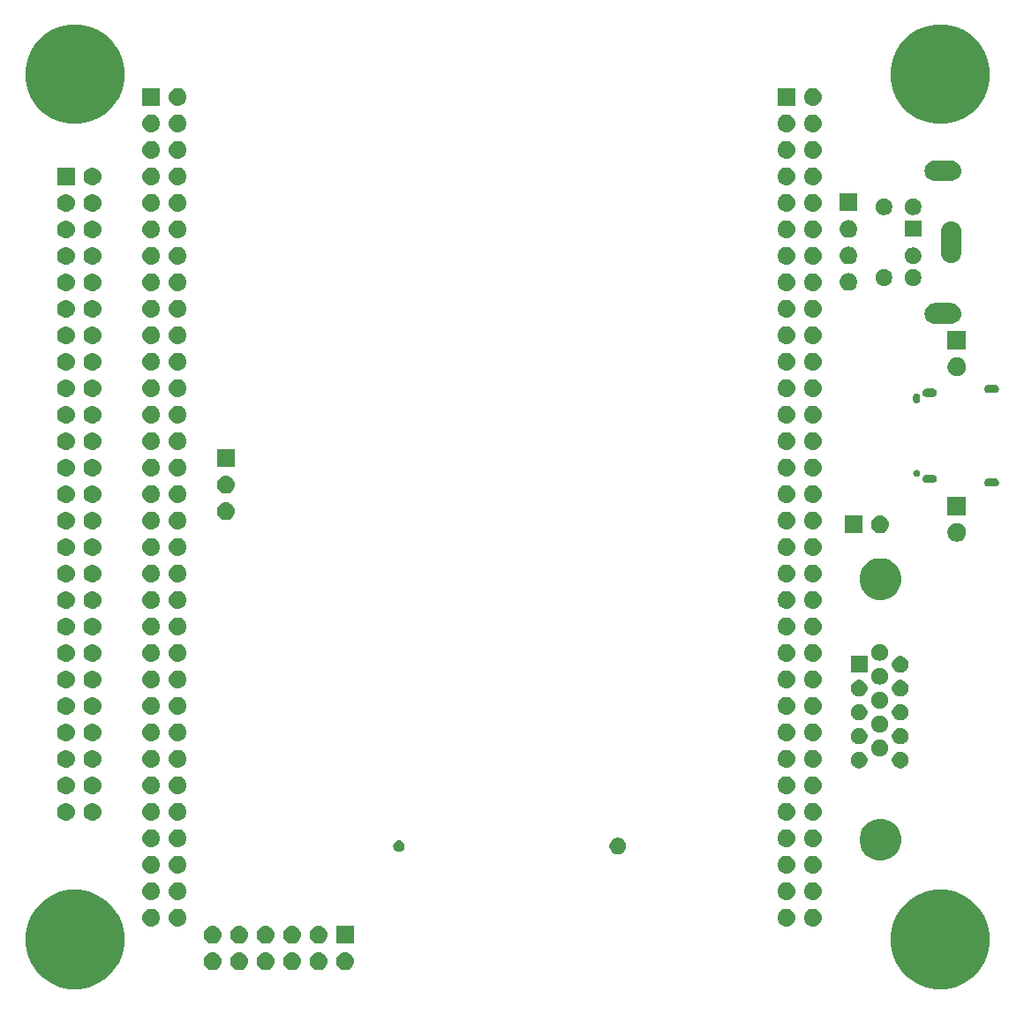
<source format=gbr>
G04 #@! TF.GenerationSoftware,KiCad,Pcbnew,(5.0.2)-1*
G04 #@! TF.CreationDate,2019-12-01T08:35:56-05:00*
G04 #@! TF.ProjectId,RETRO-EP4CE15,52455452-4f2d-4455-9034-434531352e6b,1*
G04 #@! TF.SameCoordinates,Original*
G04 #@! TF.FileFunction,Soldermask,Bot*
G04 #@! TF.FilePolarity,Negative*
%FSLAX46Y46*%
G04 Gerber Fmt 4.6, Leading zero omitted, Abs format (unit mm)*
G04 Created by KiCad (PCBNEW (5.0.2)-1) date 12/1/2019 8:35:56 AM*
%MOMM*%
%LPD*%
G01*
G04 APERTURE LIST*
%ADD10C,0.152400*%
G04 APERTURE END LIST*
D10*
G36*
X100389169Y-94420519D02*
X101255889Y-94779526D01*
X102035920Y-95300726D01*
X102699274Y-95964080D01*
X103220474Y-96744111D01*
X103579481Y-97610831D01*
X103762500Y-98530933D01*
X103762500Y-99469067D01*
X103579481Y-100389169D01*
X103220474Y-101255889D01*
X102699274Y-102035920D01*
X102035920Y-102699274D01*
X101255889Y-103220474D01*
X100389169Y-103579481D01*
X99469067Y-103762500D01*
X98530933Y-103762500D01*
X97610831Y-103579481D01*
X96744111Y-103220474D01*
X95964080Y-102699274D01*
X95300726Y-102035920D01*
X94779526Y-101255889D01*
X94420519Y-100389169D01*
X94237500Y-99469067D01*
X94237500Y-98530933D01*
X94420519Y-97610831D01*
X94779526Y-96744111D01*
X95300726Y-95964080D01*
X95964080Y-95300726D01*
X96744111Y-94779526D01*
X97610831Y-94420519D01*
X98530933Y-94237500D01*
X99469067Y-94237500D01*
X100389169Y-94420519D01*
X100389169Y-94420519D01*
G37*
G36*
X17389169Y-94420519D02*
X18255889Y-94779526D01*
X19035920Y-95300726D01*
X19699274Y-95964080D01*
X20220474Y-96744111D01*
X20579481Y-97610831D01*
X20762500Y-98530933D01*
X20762500Y-99469067D01*
X20579481Y-100389169D01*
X20220474Y-101255889D01*
X19699274Y-102035920D01*
X19035920Y-102699274D01*
X18255889Y-103220474D01*
X17389169Y-103579481D01*
X16469067Y-103762500D01*
X15530933Y-103762500D01*
X14610831Y-103579481D01*
X13744111Y-103220474D01*
X12964080Y-102699274D01*
X12300726Y-102035920D01*
X11779526Y-101255889D01*
X11420519Y-100389169D01*
X11237500Y-99469067D01*
X11237500Y-98530933D01*
X11420519Y-97610831D01*
X11779526Y-96744111D01*
X12300726Y-95964080D01*
X12964080Y-95300726D01*
X13744111Y-94779526D01*
X14610831Y-94420519D01*
X15530933Y-94237500D01*
X16469067Y-94237500D01*
X17389169Y-94420519D01*
X17389169Y-94420519D01*
G37*
G36*
X29376630Y-100254299D02*
X29536855Y-100302903D01*
X29684520Y-100381831D01*
X29813949Y-100488051D01*
X29920169Y-100617480D01*
X29999097Y-100765145D01*
X30047701Y-100925370D01*
X30064112Y-101092000D01*
X30047701Y-101258630D01*
X29999097Y-101418855D01*
X29920169Y-101566520D01*
X29813949Y-101695949D01*
X29684520Y-101802169D01*
X29536855Y-101881097D01*
X29376630Y-101929701D01*
X29251752Y-101942000D01*
X29168248Y-101942000D01*
X29043370Y-101929701D01*
X28883145Y-101881097D01*
X28735480Y-101802169D01*
X28606051Y-101695949D01*
X28499831Y-101566520D01*
X28420903Y-101418855D01*
X28372299Y-101258630D01*
X28355888Y-101092000D01*
X28372299Y-100925370D01*
X28420903Y-100765145D01*
X28499831Y-100617480D01*
X28606051Y-100488051D01*
X28735480Y-100381831D01*
X28883145Y-100302903D01*
X29043370Y-100254299D01*
X29168248Y-100242000D01*
X29251752Y-100242000D01*
X29376630Y-100254299D01*
X29376630Y-100254299D01*
G37*
G36*
X31916630Y-100254299D02*
X32076855Y-100302903D01*
X32224520Y-100381831D01*
X32353949Y-100488051D01*
X32460169Y-100617480D01*
X32539097Y-100765145D01*
X32587701Y-100925370D01*
X32604112Y-101092000D01*
X32587701Y-101258630D01*
X32539097Y-101418855D01*
X32460169Y-101566520D01*
X32353949Y-101695949D01*
X32224520Y-101802169D01*
X32076855Y-101881097D01*
X31916630Y-101929701D01*
X31791752Y-101942000D01*
X31708248Y-101942000D01*
X31583370Y-101929701D01*
X31423145Y-101881097D01*
X31275480Y-101802169D01*
X31146051Y-101695949D01*
X31039831Y-101566520D01*
X30960903Y-101418855D01*
X30912299Y-101258630D01*
X30895888Y-101092000D01*
X30912299Y-100925370D01*
X30960903Y-100765145D01*
X31039831Y-100617480D01*
X31146051Y-100488051D01*
X31275480Y-100381831D01*
X31423145Y-100302903D01*
X31583370Y-100254299D01*
X31708248Y-100242000D01*
X31791752Y-100242000D01*
X31916630Y-100254299D01*
X31916630Y-100254299D01*
G37*
G36*
X34456630Y-100254299D02*
X34616855Y-100302903D01*
X34764520Y-100381831D01*
X34893949Y-100488051D01*
X35000169Y-100617480D01*
X35079097Y-100765145D01*
X35127701Y-100925370D01*
X35144112Y-101092000D01*
X35127701Y-101258630D01*
X35079097Y-101418855D01*
X35000169Y-101566520D01*
X34893949Y-101695949D01*
X34764520Y-101802169D01*
X34616855Y-101881097D01*
X34456630Y-101929701D01*
X34331752Y-101942000D01*
X34248248Y-101942000D01*
X34123370Y-101929701D01*
X33963145Y-101881097D01*
X33815480Y-101802169D01*
X33686051Y-101695949D01*
X33579831Y-101566520D01*
X33500903Y-101418855D01*
X33452299Y-101258630D01*
X33435888Y-101092000D01*
X33452299Y-100925370D01*
X33500903Y-100765145D01*
X33579831Y-100617480D01*
X33686051Y-100488051D01*
X33815480Y-100381831D01*
X33963145Y-100302903D01*
X34123370Y-100254299D01*
X34248248Y-100242000D01*
X34331752Y-100242000D01*
X34456630Y-100254299D01*
X34456630Y-100254299D01*
G37*
G36*
X36996630Y-100254299D02*
X37156855Y-100302903D01*
X37304520Y-100381831D01*
X37433949Y-100488051D01*
X37540169Y-100617480D01*
X37619097Y-100765145D01*
X37667701Y-100925370D01*
X37684112Y-101092000D01*
X37667701Y-101258630D01*
X37619097Y-101418855D01*
X37540169Y-101566520D01*
X37433949Y-101695949D01*
X37304520Y-101802169D01*
X37156855Y-101881097D01*
X36996630Y-101929701D01*
X36871752Y-101942000D01*
X36788248Y-101942000D01*
X36663370Y-101929701D01*
X36503145Y-101881097D01*
X36355480Y-101802169D01*
X36226051Y-101695949D01*
X36119831Y-101566520D01*
X36040903Y-101418855D01*
X35992299Y-101258630D01*
X35975888Y-101092000D01*
X35992299Y-100925370D01*
X36040903Y-100765145D01*
X36119831Y-100617480D01*
X36226051Y-100488051D01*
X36355480Y-100381831D01*
X36503145Y-100302903D01*
X36663370Y-100254299D01*
X36788248Y-100242000D01*
X36871752Y-100242000D01*
X36996630Y-100254299D01*
X36996630Y-100254299D01*
G37*
G36*
X39536630Y-100254299D02*
X39696855Y-100302903D01*
X39844520Y-100381831D01*
X39973949Y-100488051D01*
X40080169Y-100617480D01*
X40159097Y-100765145D01*
X40207701Y-100925370D01*
X40224112Y-101092000D01*
X40207701Y-101258630D01*
X40159097Y-101418855D01*
X40080169Y-101566520D01*
X39973949Y-101695949D01*
X39844520Y-101802169D01*
X39696855Y-101881097D01*
X39536630Y-101929701D01*
X39411752Y-101942000D01*
X39328248Y-101942000D01*
X39203370Y-101929701D01*
X39043145Y-101881097D01*
X38895480Y-101802169D01*
X38766051Y-101695949D01*
X38659831Y-101566520D01*
X38580903Y-101418855D01*
X38532299Y-101258630D01*
X38515888Y-101092000D01*
X38532299Y-100925370D01*
X38580903Y-100765145D01*
X38659831Y-100617480D01*
X38766051Y-100488051D01*
X38895480Y-100381831D01*
X39043145Y-100302903D01*
X39203370Y-100254299D01*
X39328248Y-100242000D01*
X39411752Y-100242000D01*
X39536630Y-100254299D01*
X39536630Y-100254299D01*
G37*
G36*
X42076630Y-100254299D02*
X42236855Y-100302903D01*
X42384520Y-100381831D01*
X42513949Y-100488051D01*
X42620169Y-100617480D01*
X42699097Y-100765145D01*
X42747701Y-100925370D01*
X42764112Y-101092000D01*
X42747701Y-101258630D01*
X42699097Y-101418855D01*
X42620169Y-101566520D01*
X42513949Y-101695949D01*
X42384520Y-101802169D01*
X42236855Y-101881097D01*
X42076630Y-101929701D01*
X41951752Y-101942000D01*
X41868248Y-101942000D01*
X41743370Y-101929701D01*
X41583145Y-101881097D01*
X41435480Y-101802169D01*
X41306051Y-101695949D01*
X41199831Y-101566520D01*
X41120903Y-101418855D01*
X41072299Y-101258630D01*
X41055888Y-101092000D01*
X41072299Y-100925370D01*
X41120903Y-100765145D01*
X41199831Y-100617480D01*
X41306051Y-100488051D01*
X41435480Y-100381831D01*
X41583145Y-100302903D01*
X41743370Y-100254299D01*
X41868248Y-100242000D01*
X41951752Y-100242000D01*
X42076630Y-100254299D01*
X42076630Y-100254299D01*
G37*
G36*
X34456630Y-97714299D02*
X34616855Y-97762903D01*
X34764520Y-97841831D01*
X34893949Y-97948051D01*
X35000169Y-98077480D01*
X35079097Y-98225145D01*
X35127701Y-98385370D01*
X35144112Y-98552000D01*
X35127701Y-98718630D01*
X35079097Y-98878855D01*
X35000169Y-99026520D01*
X34893949Y-99155949D01*
X34764520Y-99262169D01*
X34616855Y-99341097D01*
X34456630Y-99389701D01*
X34331752Y-99402000D01*
X34248248Y-99402000D01*
X34123370Y-99389701D01*
X33963145Y-99341097D01*
X33815480Y-99262169D01*
X33686051Y-99155949D01*
X33579831Y-99026520D01*
X33500903Y-98878855D01*
X33452299Y-98718630D01*
X33435888Y-98552000D01*
X33452299Y-98385370D01*
X33500903Y-98225145D01*
X33579831Y-98077480D01*
X33686051Y-97948051D01*
X33815480Y-97841831D01*
X33963145Y-97762903D01*
X34123370Y-97714299D01*
X34248248Y-97702000D01*
X34331752Y-97702000D01*
X34456630Y-97714299D01*
X34456630Y-97714299D01*
G37*
G36*
X29376630Y-97714299D02*
X29536855Y-97762903D01*
X29684520Y-97841831D01*
X29813949Y-97948051D01*
X29920169Y-98077480D01*
X29999097Y-98225145D01*
X30047701Y-98385370D01*
X30064112Y-98552000D01*
X30047701Y-98718630D01*
X29999097Y-98878855D01*
X29920169Y-99026520D01*
X29813949Y-99155949D01*
X29684520Y-99262169D01*
X29536855Y-99341097D01*
X29376630Y-99389701D01*
X29251752Y-99402000D01*
X29168248Y-99402000D01*
X29043370Y-99389701D01*
X28883145Y-99341097D01*
X28735480Y-99262169D01*
X28606051Y-99155949D01*
X28499831Y-99026520D01*
X28420903Y-98878855D01*
X28372299Y-98718630D01*
X28355888Y-98552000D01*
X28372299Y-98385370D01*
X28420903Y-98225145D01*
X28499831Y-98077480D01*
X28606051Y-97948051D01*
X28735480Y-97841831D01*
X28883145Y-97762903D01*
X29043370Y-97714299D01*
X29168248Y-97702000D01*
X29251752Y-97702000D01*
X29376630Y-97714299D01*
X29376630Y-97714299D01*
G37*
G36*
X31916630Y-97714299D02*
X32076855Y-97762903D01*
X32224520Y-97841831D01*
X32353949Y-97948051D01*
X32460169Y-98077480D01*
X32539097Y-98225145D01*
X32587701Y-98385370D01*
X32604112Y-98552000D01*
X32587701Y-98718630D01*
X32539097Y-98878855D01*
X32460169Y-99026520D01*
X32353949Y-99155949D01*
X32224520Y-99262169D01*
X32076855Y-99341097D01*
X31916630Y-99389701D01*
X31791752Y-99402000D01*
X31708248Y-99402000D01*
X31583370Y-99389701D01*
X31423145Y-99341097D01*
X31275480Y-99262169D01*
X31146051Y-99155949D01*
X31039831Y-99026520D01*
X30960903Y-98878855D01*
X30912299Y-98718630D01*
X30895888Y-98552000D01*
X30912299Y-98385370D01*
X30960903Y-98225145D01*
X31039831Y-98077480D01*
X31146051Y-97948051D01*
X31275480Y-97841831D01*
X31423145Y-97762903D01*
X31583370Y-97714299D01*
X31708248Y-97702000D01*
X31791752Y-97702000D01*
X31916630Y-97714299D01*
X31916630Y-97714299D01*
G37*
G36*
X36996630Y-97714299D02*
X37156855Y-97762903D01*
X37304520Y-97841831D01*
X37433949Y-97948051D01*
X37540169Y-98077480D01*
X37619097Y-98225145D01*
X37667701Y-98385370D01*
X37684112Y-98552000D01*
X37667701Y-98718630D01*
X37619097Y-98878855D01*
X37540169Y-99026520D01*
X37433949Y-99155949D01*
X37304520Y-99262169D01*
X37156855Y-99341097D01*
X36996630Y-99389701D01*
X36871752Y-99402000D01*
X36788248Y-99402000D01*
X36663370Y-99389701D01*
X36503145Y-99341097D01*
X36355480Y-99262169D01*
X36226051Y-99155949D01*
X36119831Y-99026520D01*
X36040903Y-98878855D01*
X35992299Y-98718630D01*
X35975888Y-98552000D01*
X35992299Y-98385370D01*
X36040903Y-98225145D01*
X36119831Y-98077480D01*
X36226051Y-97948051D01*
X36355480Y-97841831D01*
X36503145Y-97762903D01*
X36663370Y-97714299D01*
X36788248Y-97702000D01*
X36871752Y-97702000D01*
X36996630Y-97714299D01*
X36996630Y-97714299D01*
G37*
G36*
X39536630Y-97714299D02*
X39696855Y-97762903D01*
X39844520Y-97841831D01*
X39973949Y-97948051D01*
X40080169Y-98077480D01*
X40159097Y-98225145D01*
X40207701Y-98385370D01*
X40224112Y-98552000D01*
X40207701Y-98718630D01*
X40159097Y-98878855D01*
X40080169Y-99026520D01*
X39973949Y-99155949D01*
X39844520Y-99262169D01*
X39696855Y-99341097D01*
X39536630Y-99389701D01*
X39411752Y-99402000D01*
X39328248Y-99402000D01*
X39203370Y-99389701D01*
X39043145Y-99341097D01*
X38895480Y-99262169D01*
X38766051Y-99155949D01*
X38659831Y-99026520D01*
X38580903Y-98878855D01*
X38532299Y-98718630D01*
X38515888Y-98552000D01*
X38532299Y-98385370D01*
X38580903Y-98225145D01*
X38659831Y-98077480D01*
X38766051Y-97948051D01*
X38895480Y-97841831D01*
X39043145Y-97762903D01*
X39203370Y-97714299D01*
X39328248Y-97702000D01*
X39411752Y-97702000D01*
X39536630Y-97714299D01*
X39536630Y-97714299D01*
G37*
G36*
X42760000Y-99402000D02*
X41060000Y-99402000D01*
X41060000Y-97702000D01*
X42760000Y-97702000D01*
X42760000Y-99402000D01*
X42760000Y-99402000D01*
G37*
G36*
X26016630Y-96068299D02*
X26176855Y-96116903D01*
X26324520Y-96195831D01*
X26453949Y-96302051D01*
X26560169Y-96431480D01*
X26639097Y-96579145D01*
X26687701Y-96739370D01*
X26704112Y-96906000D01*
X26687701Y-97072630D01*
X26639097Y-97232855D01*
X26560169Y-97380520D01*
X26453949Y-97509949D01*
X26324520Y-97616169D01*
X26176855Y-97695097D01*
X26016630Y-97743701D01*
X25891752Y-97756000D01*
X25808248Y-97756000D01*
X25683370Y-97743701D01*
X25523145Y-97695097D01*
X25375480Y-97616169D01*
X25246051Y-97509949D01*
X25139831Y-97380520D01*
X25060903Y-97232855D01*
X25012299Y-97072630D01*
X24995888Y-96906000D01*
X25012299Y-96739370D01*
X25060903Y-96579145D01*
X25139831Y-96431480D01*
X25246051Y-96302051D01*
X25375480Y-96195831D01*
X25523145Y-96116903D01*
X25683370Y-96068299D01*
X25808248Y-96056000D01*
X25891752Y-96056000D01*
X26016630Y-96068299D01*
X26016630Y-96068299D01*
G37*
G36*
X84416630Y-96068299D02*
X84576855Y-96116903D01*
X84724520Y-96195831D01*
X84853949Y-96302051D01*
X84960169Y-96431480D01*
X85039097Y-96579145D01*
X85087701Y-96739370D01*
X85104112Y-96906000D01*
X85087701Y-97072630D01*
X85039097Y-97232855D01*
X84960169Y-97380520D01*
X84853949Y-97509949D01*
X84724520Y-97616169D01*
X84576855Y-97695097D01*
X84416630Y-97743701D01*
X84291752Y-97756000D01*
X84208248Y-97756000D01*
X84083370Y-97743701D01*
X83923145Y-97695097D01*
X83775480Y-97616169D01*
X83646051Y-97509949D01*
X83539831Y-97380520D01*
X83460903Y-97232855D01*
X83412299Y-97072630D01*
X83395888Y-96906000D01*
X83412299Y-96739370D01*
X83460903Y-96579145D01*
X83539831Y-96431480D01*
X83646051Y-96302051D01*
X83775480Y-96195831D01*
X83923145Y-96116903D01*
X84083370Y-96068299D01*
X84208248Y-96056000D01*
X84291752Y-96056000D01*
X84416630Y-96068299D01*
X84416630Y-96068299D01*
G37*
G36*
X23476630Y-96068299D02*
X23636855Y-96116903D01*
X23784520Y-96195831D01*
X23913949Y-96302051D01*
X24020169Y-96431480D01*
X24099097Y-96579145D01*
X24147701Y-96739370D01*
X24164112Y-96906000D01*
X24147701Y-97072630D01*
X24099097Y-97232855D01*
X24020169Y-97380520D01*
X23913949Y-97509949D01*
X23784520Y-97616169D01*
X23636855Y-97695097D01*
X23476630Y-97743701D01*
X23351752Y-97756000D01*
X23268248Y-97756000D01*
X23143370Y-97743701D01*
X22983145Y-97695097D01*
X22835480Y-97616169D01*
X22706051Y-97509949D01*
X22599831Y-97380520D01*
X22520903Y-97232855D01*
X22472299Y-97072630D01*
X22455888Y-96906000D01*
X22472299Y-96739370D01*
X22520903Y-96579145D01*
X22599831Y-96431480D01*
X22706051Y-96302051D01*
X22835480Y-96195831D01*
X22983145Y-96116903D01*
X23143370Y-96068299D01*
X23268248Y-96056000D01*
X23351752Y-96056000D01*
X23476630Y-96068299D01*
X23476630Y-96068299D01*
G37*
G36*
X86956630Y-96068299D02*
X87116855Y-96116903D01*
X87264520Y-96195831D01*
X87393949Y-96302051D01*
X87500169Y-96431480D01*
X87579097Y-96579145D01*
X87627701Y-96739370D01*
X87644112Y-96906000D01*
X87627701Y-97072630D01*
X87579097Y-97232855D01*
X87500169Y-97380520D01*
X87393949Y-97509949D01*
X87264520Y-97616169D01*
X87116855Y-97695097D01*
X86956630Y-97743701D01*
X86831752Y-97756000D01*
X86748248Y-97756000D01*
X86623370Y-97743701D01*
X86463145Y-97695097D01*
X86315480Y-97616169D01*
X86186051Y-97509949D01*
X86079831Y-97380520D01*
X86000903Y-97232855D01*
X85952299Y-97072630D01*
X85935888Y-96906000D01*
X85952299Y-96739370D01*
X86000903Y-96579145D01*
X86079831Y-96431480D01*
X86186051Y-96302051D01*
X86315480Y-96195831D01*
X86463145Y-96116903D01*
X86623370Y-96068299D01*
X86748248Y-96056000D01*
X86831752Y-96056000D01*
X86956630Y-96068299D01*
X86956630Y-96068299D01*
G37*
G36*
X86956630Y-93528299D02*
X87116855Y-93576903D01*
X87264520Y-93655831D01*
X87393949Y-93762051D01*
X87500169Y-93891480D01*
X87579097Y-94039145D01*
X87627701Y-94199370D01*
X87644112Y-94366000D01*
X87627701Y-94532630D01*
X87579097Y-94692855D01*
X87500169Y-94840520D01*
X87393949Y-94969949D01*
X87264520Y-95076169D01*
X87116855Y-95155097D01*
X86956630Y-95203701D01*
X86831752Y-95216000D01*
X86748248Y-95216000D01*
X86623370Y-95203701D01*
X86463145Y-95155097D01*
X86315480Y-95076169D01*
X86186051Y-94969949D01*
X86079831Y-94840520D01*
X86000903Y-94692855D01*
X85952299Y-94532630D01*
X85935888Y-94366000D01*
X85952299Y-94199370D01*
X86000903Y-94039145D01*
X86079831Y-93891480D01*
X86186051Y-93762051D01*
X86315480Y-93655831D01*
X86463145Y-93576903D01*
X86623370Y-93528299D01*
X86748248Y-93516000D01*
X86831752Y-93516000D01*
X86956630Y-93528299D01*
X86956630Y-93528299D01*
G37*
G36*
X84416630Y-93528299D02*
X84576855Y-93576903D01*
X84724520Y-93655831D01*
X84853949Y-93762051D01*
X84960169Y-93891480D01*
X85039097Y-94039145D01*
X85087701Y-94199370D01*
X85104112Y-94366000D01*
X85087701Y-94532630D01*
X85039097Y-94692855D01*
X84960169Y-94840520D01*
X84853949Y-94969949D01*
X84724520Y-95076169D01*
X84576855Y-95155097D01*
X84416630Y-95203701D01*
X84291752Y-95216000D01*
X84208248Y-95216000D01*
X84083370Y-95203701D01*
X83923145Y-95155097D01*
X83775480Y-95076169D01*
X83646051Y-94969949D01*
X83539831Y-94840520D01*
X83460903Y-94692855D01*
X83412299Y-94532630D01*
X83395888Y-94366000D01*
X83412299Y-94199370D01*
X83460903Y-94039145D01*
X83539831Y-93891480D01*
X83646051Y-93762051D01*
X83775480Y-93655831D01*
X83923145Y-93576903D01*
X84083370Y-93528299D01*
X84208248Y-93516000D01*
X84291752Y-93516000D01*
X84416630Y-93528299D01*
X84416630Y-93528299D01*
G37*
G36*
X26016630Y-93528299D02*
X26176855Y-93576903D01*
X26324520Y-93655831D01*
X26453949Y-93762051D01*
X26560169Y-93891480D01*
X26639097Y-94039145D01*
X26687701Y-94199370D01*
X26704112Y-94366000D01*
X26687701Y-94532630D01*
X26639097Y-94692855D01*
X26560169Y-94840520D01*
X26453949Y-94969949D01*
X26324520Y-95076169D01*
X26176855Y-95155097D01*
X26016630Y-95203701D01*
X25891752Y-95216000D01*
X25808248Y-95216000D01*
X25683370Y-95203701D01*
X25523145Y-95155097D01*
X25375480Y-95076169D01*
X25246051Y-94969949D01*
X25139831Y-94840520D01*
X25060903Y-94692855D01*
X25012299Y-94532630D01*
X24995888Y-94366000D01*
X25012299Y-94199370D01*
X25060903Y-94039145D01*
X25139831Y-93891480D01*
X25246051Y-93762051D01*
X25375480Y-93655831D01*
X25523145Y-93576903D01*
X25683370Y-93528299D01*
X25808248Y-93516000D01*
X25891752Y-93516000D01*
X26016630Y-93528299D01*
X26016630Y-93528299D01*
G37*
G36*
X23476630Y-93528299D02*
X23636855Y-93576903D01*
X23784520Y-93655831D01*
X23913949Y-93762051D01*
X24020169Y-93891480D01*
X24099097Y-94039145D01*
X24147701Y-94199370D01*
X24164112Y-94366000D01*
X24147701Y-94532630D01*
X24099097Y-94692855D01*
X24020169Y-94840520D01*
X23913949Y-94969949D01*
X23784520Y-95076169D01*
X23636855Y-95155097D01*
X23476630Y-95203701D01*
X23351752Y-95216000D01*
X23268248Y-95216000D01*
X23143370Y-95203701D01*
X22983145Y-95155097D01*
X22835480Y-95076169D01*
X22706051Y-94969949D01*
X22599831Y-94840520D01*
X22520903Y-94692855D01*
X22472299Y-94532630D01*
X22455888Y-94366000D01*
X22472299Y-94199370D01*
X22520903Y-94039145D01*
X22599831Y-93891480D01*
X22706051Y-93762051D01*
X22835480Y-93655831D01*
X22983145Y-93576903D01*
X23143370Y-93528299D01*
X23268248Y-93516000D01*
X23351752Y-93516000D01*
X23476630Y-93528299D01*
X23476630Y-93528299D01*
G37*
G36*
X86956630Y-90988299D02*
X87116855Y-91036903D01*
X87264520Y-91115831D01*
X87393949Y-91222051D01*
X87500169Y-91351480D01*
X87579097Y-91499145D01*
X87627701Y-91659370D01*
X87644112Y-91826000D01*
X87627701Y-91992630D01*
X87579097Y-92152855D01*
X87500169Y-92300520D01*
X87393949Y-92429949D01*
X87264520Y-92536169D01*
X87116855Y-92615097D01*
X86956630Y-92663701D01*
X86831752Y-92676000D01*
X86748248Y-92676000D01*
X86623370Y-92663701D01*
X86463145Y-92615097D01*
X86315480Y-92536169D01*
X86186051Y-92429949D01*
X86079831Y-92300520D01*
X86000903Y-92152855D01*
X85952299Y-91992630D01*
X85935888Y-91826000D01*
X85952299Y-91659370D01*
X86000903Y-91499145D01*
X86079831Y-91351480D01*
X86186051Y-91222051D01*
X86315480Y-91115831D01*
X86463145Y-91036903D01*
X86623370Y-90988299D01*
X86748248Y-90976000D01*
X86831752Y-90976000D01*
X86956630Y-90988299D01*
X86956630Y-90988299D01*
G37*
G36*
X84416630Y-90988299D02*
X84576855Y-91036903D01*
X84724520Y-91115831D01*
X84853949Y-91222051D01*
X84960169Y-91351480D01*
X85039097Y-91499145D01*
X85087701Y-91659370D01*
X85104112Y-91826000D01*
X85087701Y-91992630D01*
X85039097Y-92152855D01*
X84960169Y-92300520D01*
X84853949Y-92429949D01*
X84724520Y-92536169D01*
X84576855Y-92615097D01*
X84416630Y-92663701D01*
X84291752Y-92676000D01*
X84208248Y-92676000D01*
X84083370Y-92663701D01*
X83923145Y-92615097D01*
X83775480Y-92536169D01*
X83646051Y-92429949D01*
X83539831Y-92300520D01*
X83460903Y-92152855D01*
X83412299Y-91992630D01*
X83395888Y-91826000D01*
X83412299Y-91659370D01*
X83460903Y-91499145D01*
X83539831Y-91351480D01*
X83646051Y-91222051D01*
X83775480Y-91115831D01*
X83923145Y-91036903D01*
X84083370Y-90988299D01*
X84208248Y-90976000D01*
X84291752Y-90976000D01*
X84416630Y-90988299D01*
X84416630Y-90988299D01*
G37*
G36*
X23476630Y-90988299D02*
X23636855Y-91036903D01*
X23784520Y-91115831D01*
X23913949Y-91222051D01*
X24020169Y-91351480D01*
X24099097Y-91499145D01*
X24147701Y-91659370D01*
X24164112Y-91826000D01*
X24147701Y-91992630D01*
X24099097Y-92152855D01*
X24020169Y-92300520D01*
X23913949Y-92429949D01*
X23784520Y-92536169D01*
X23636855Y-92615097D01*
X23476630Y-92663701D01*
X23351752Y-92676000D01*
X23268248Y-92676000D01*
X23143370Y-92663701D01*
X22983145Y-92615097D01*
X22835480Y-92536169D01*
X22706051Y-92429949D01*
X22599831Y-92300520D01*
X22520903Y-92152855D01*
X22472299Y-91992630D01*
X22455888Y-91826000D01*
X22472299Y-91659370D01*
X22520903Y-91499145D01*
X22599831Y-91351480D01*
X22706051Y-91222051D01*
X22835480Y-91115831D01*
X22983145Y-91036903D01*
X23143370Y-90988299D01*
X23268248Y-90976000D01*
X23351752Y-90976000D01*
X23476630Y-90988299D01*
X23476630Y-90988299D01*
G37*
G36*
X26016630Y-90988299D02*
X26176855Y-91036903D01*
X26324520Y-91115831D01*
X26453949Y-91222051D01*
X26560169Y-91351480D01*
X26639097Y-91499145D01*
X26687701Y-91659370D01*
X26704112Y-91826000D01*
X26687701Y-91992630D01*
X26639097Y-92152855D01*
X26560169Y-92300520D01*
X26453949Y-92429949D01*
X26324520Y-92536169D01*
X26176855Y-92615097D01*
X26016630Y-92663701D01*
X25891752Y-92676000D01*
X25808248Y-92676000D01*
X25683370Y-92663701D01*
X25523145Y-92615097D01*
X25375480Y-92536169D01*
X25246051Y-92429949D01*
X25139831Y-92300520D01*
X25060903Y-92152855D01*
X25012299Y-91992630D01*
X24995888Y-91826000D01*
X25012299Y-91659370D01*
X25060903Y-91499145D01*
X25139831Y-91351480D01*
X25246051Y-91222051D01*
X25375480Y-91115831D01*
X25523145Y-91036903D01*
X25683370Y-90988299D01*
X25808248Y-90976000D01*
X25891752Y-90976000D01*
X26016630Y-90988299D01*
X26016630Y-90988299D01*
G37*
G36*
X93844778Y-87510459D02*
X94208754Y-87661222D01*
X94536329Y-87880101D01*
X94814899Y-88158671D01*
X95033778Y-88486246D01*
X95184541Y-88850222D01*
X95261400Y-89236616D01*
X95261400Y-89630584D01*
X95184541Y-90016978D01*
X95033778Y-90380954D01*
X94814899Y-90708529D01*
X94536329Y-90987099D01*
X94208754Y-91205978D01*
X93844778Y-91356741D01*
X93458384Y-91433600D01*
X93064416Y-91433600D01*
X92678022Y-91356741D01*
X92314046Y-91205978D01*
X91986471Y-90987099D01*
X91707901Y-90708529D01*
X91489022Y-90380954D01*
X91338259Y-90016978D01*
X91261400Y-89630584D01*
X91261400Y-89236616D01*
X91338259Y-88850222D01*
X91489022Y-88486246D01*
X91707901Y-88158671D01*
X91986471Y-87880101D01*
X92314046Y-87661222D01*
X92678022Y-87510459D01*
X93064416Y-87433600D01*
X93458384Y-87433600D01*
X93844778Y-87510459D01*
X93844778Y-87510459D01*
G37*
G36*
X68312352Y-89273743D02*
X68457941Y-89334048D01*
X68588973Y-89421601D01*
X68700399Y-89533027D01*
X68787952Y-89664059D01*
X68848257Y-89809648D01*
X68879000Y-89964205D01*
X68879000Y-90121795D01*
X68848257Y-90276352D01*
X68787952Y-90421941D01*
X68700399Y-90552973D01*
X68588973Y-90664399D01*
X68457941Y-90751952D01*
X68312352Y-90812257D01*
X68157795Y-90843000D01*
X68000205Y-90843000D01*
X67845648Y-90812257D01*
X67700059Y-90751952D01*
X67569027Y-90664399D01*
X67457601Y-90552973D01*
X67370048Y-90421941D01*
X67309743Y-90276352D01*
X67279000Y-90121795D01*
X67279000Y-89964205D01*
X67309743Y-89809648D01*
X67370048Y-89664059D01*
X67457601Y-89533027D01*
X67569027Y-89421601D01*
X67700059Y-89334048D01*
X67845648Y-89273743D01*
X68000205Y-89243000D01*
X68157795Y-89243000D01*
X68312352Y-89273743D01*
X68312352Y-89273743D01*
G37*
G36*
X47168590Y-89500045D02*
X47239429Y-89514136D01*
X47339523Y-89555597D01*
X47429607Y-89615789D01*
X47506211Y-89692393D01*
X47506213Y-89692396D01*
X47566403Y-89782477D01*
X47607864Y-89882571D01*
X47629000Y-89988830D01*
X47629000Y-90097170D01*
X47607864Y-90203429D01*
X47577658Y-90276351D01*
X47566403Y-90303523D01*
X47506211Y-90393607D01*
X47429607Y-90470211D01*
X47429604Y-90470213D01*
X47339523Y-90530403D01*
X47239429Y-90571864D01*
X47168590Y-90585955D01*
X47133171Y-90593000D01*
X47024829Y-90593000D01*
X46989410Y-90585955D01*
X46918571Y-90571864D01*
X46818477Y-90530403D01*
X46728396Y-90470213D01*
X46728393Y-90470211D01*
X46651789Y-90393607D01*
X46591597Y-90303523D01*
X46580342Y-90276351D01*
X46550136Y-90203429D01*
X46529000Y-90097170D01*
X46529000Y-89988830D01*
X46550136Y-89882571D01*
X46591597Y-89782477D01*
X46651787Y-89692396D01*
X46651789Y-89692393D01*
X46728393Y-89615789D01*
X46818477Y-89555597D01*
X46918571Y-89514136D01*
X46989410Y-89500045D01*
X47024829Y-89493000D01*
X47133171Y-89493000D01*
X47168590Y-89500045D01*
X47168590Y-89500045D01*
G37*
G36*
X84416630Y-88448299D02*
X84576855Y-88496903D01*
X84724520Y-88575831D01*
X84853949Y-88682051D01*
X84960169Y-88811480D01*
X85039097Y-88959145D01*
X85087701Y-89119370D01*
X85104112Y-89286000D01*
X85087701Y-89452630D01*
X85039097Y-89612855D01*
X84960169Y-89760520D01*
X84853949Y-89889949D01*
X84724520Y-89996169D01*
X84576855Y-90075097D01*
X84416630Y-90123701D01*
X84291752Y-90136000D01*
X84208248Y-90136000D01*
X84083370Y-90123701D01*
X83923145Y-90075097D01*
X83775480Y-89996169D01*
X83646051Y-89889949D01*
X83539831Y-89760520D01*
X83460903Y-89612855D01*
X83412299Y-89452630D01*
X83395888Y-89286000D01*
X83412299Y-89119370D01*
X83460903Y-88959145D01*
X83539831Y-88811480D01*
X83646051Y-88682051D01*
X83775480Y-88575831D01*
X83923145Y-88496903D01*
X84083370Y-88448299D01*
X84208248Y-88436000D01*
X84291752Y-88436000D01*
X84416630Y-88448299D01*
X84416630Y-88448299D01*
G37*
G36*
X23476630Y-88448299D02*
X23636855Y-88496903D01*
X23784520Y-88575831D01*
X23913949Y-88682051D01*
X24020169Y-88811480D01*
X24099097Y-88959145D01*
X24147701Y-89119370D01*
X24164112Y-89286000D01*
X24147701Y-89452630D01*
X24099097Y-89612855D01*
X24020169Y-89760520D01*
X23913949Y-89889949D01*
X23784520Y-89996169D01*
X23636855Y-90075097D01*
X23476630Y-90123701D01*
X23351752Y-90136000D01*
X23268248Y-90136000D01*
X23143370Y-90123701D01*
X22983145Y-90075097D01*
X22835480Y-89996169D01*
X22706051Y-89889949D01*
X22599831Y-89760520D01*
X22520903Y-89612855D01*
X22472299Y-89452630D01*
X22455888Y-89286000D01*
X22472299Y-89119370D01*
X22520903Y-88959145D01*
X22599831Y-88811480D01*
X22706051Y-88682051D01*
X22835480Y-88575831D01*
X22983145Y-88496903D01*
X23143370Y-88448299D01*
X23268248Y-88436000D01*
X23351752Y-88436000D01*
X23476630Y-88448299D01*
X23476630Y-88448299D01*
G37*
G36*
X26016630Y-88448299D02*
X26176855Y-88496903D01*
X26324520Y-88575831D01*
X26453949Y-88682051D01*
X26560169Y-88811480D01*
X26639097Y-88959145D01*
X26687701Y-89119370D01*
X26704112Y-89286000D01*
X26687701Y-89452630D01*
X26639097Y-89612855D01*
X26560169Y-89760520D01*
X26453949Y-89889949D01*
X26324520Y-89996169D01*
X26176855Y-90075097D01*
X26016630Y-90123701D01*
X25891752Y-90136000D01*
X25808248Y-90136000D01*
X25683370Y-90123701D01*
X25523145Y-90075097D01*
X25375480Y-89996169D01*
X25246051Y-89889949D01*
X25139831Y-89760520D01*
X25060903Y-89612855D01*
X25012299Y-89452630D01*
X24995888Y-89286000D01*
X25012299Y-89119370D01*
X25060903Y-88959145D01*
X25139831Y-88811480D01*
X25246051Y-88682051D01*
X25375480Y-88575831D01*
X25523145Y-88496903D01*
X25683370Y-88448299D01*
X25808248Y-88436000D01*
X25891752Y-88436000D01*
X26016630Y-88448299D01*
X26016630Y-88448299D01*
G37*
G36*
X86956630Y-88448299D02*
X87116855Y-88496903D01*
X87264520Y-88575831D01*
X87393949Y-88682051D01*
X87500169Y-88811480D01*
X87579097Y-88959145D01*
X87627701Y-89119370D01*
X87644112Y-89286000D01*
X87627701Y-89452630D01*
X87579097Y-89612855D01*
X87500169Y-89760520D01*
X87393949Y-89889949D01*
X87264520Y-89996169D01*
X87116855Y-90075097D01*
X86956630Y-90123701D01*
X86831752Y-90136000D01*
X86748248Y-90136000D01*
X86623370Y-90123701D01*
X86463145Y-90075097D01*
X86315480Y-89996169D01*
X86186051Y-89889949D01*
X86079831Y-89760520D01*
X86000903Y-89612855D01*
X85952299Y-89452630D01*
X85935888Y-89286000D01*
X85952299Y-89119370D01*
X86000903Y-88959145D01*
X86079831Y-88811480D01*
X86186051Y-88682051D01*
X86315480Y-88575831D01*
X86463145Y-88496903D01*
X86623370Y-88448299D01*
X86748248Y-88436000D01*
X86831752Y-88436000D01*
X86956630Y-88448299D01*
X86956630Y-88448299D01*
G37*
G36*
X17846630Y-85922299D02*
X18006855Y-85970903D01*
X18154520Y-86049831D01*
X18283949Y-86156051D01*
X18390169Y-86285480D01*
X18469097Y-86433145D01*
X18517701Y-86593370D01*
X18534112Y-86760000D01*
X18517701Y-86926630D01*
X18469097Y-87086855D01*
X18390169Y-87234520D01*
X18283949Y-87363949D01*
X18154520Y-87470169D01*
X18006855Y-87549097D01*
X17846630Y-87597701D01*
X17721752Y-87610000D01*
X17638248Y-87610000D01*
X17513370Y-87597701D01*
X17353145Y-87549097D01*
X17205480Y-87470169D01*
X17076051Y-87363949D01*
X16969831Y-87234520D01*
X16890903Y-87086855D01*
X16842299Y-86926630D01*
X16825888Y-86760000D01*
X16842299Y-86593370D01*
X16890903Y-86433145D01*
X16969831Y-86285480D01*
X17076051Y-86156051D01*
X17205480Y-86049831D01*
X17353145Y-85970903D01*
X17513370Y-85922299D01*
X17638248Y-85910000D01*
X17721752Y-85910000D01*
X17846630Y-85922299D01*
X17846630Y-85922299D01*
G37*
G36*
X15306630Y-85922299D02*
X15466855Y-85970903D01*
X15614520Y-86049831D01*
X15743949Y-86156051D01*
X15850169Y-86285480D01*
X15929097Y-86433145D01*
X15977701Y-86593370D01*
X15994112Y-86760000D01*
X15977701Y-86926630D01*
X15929097Y-87086855D01*
X15850169Y-87234520D01*
X15743949Y-87363949D01*
X15614520Y-87470169D01*
X15466855Y-87549097D01*
X15306630Y-87597701D01*
X15181752Y-87610000D01*
X15098248Y-87610000D01*
X14973370Y-87597701D01*
X14813145Y-87549097D01*
X14665480Y-87470169D01*
X14536051Y-87363949D01*
X14429831Y-87234520D01*
X14350903Y-87086855D01*
X14302299Y-86926630D01*
X14285888Y-86760000D01*
X14302299Y-86593370D01*
X14350903Y-86433145D01*
X14429831Y-86285480D01*
X14536051Y-86156051D01*
X14665480Y-86049831D01*
X14813145Y-85970903D01*
X14973370Y-85922299D01*
X15098248Y-85910000D01*
X15181752Y-85910000D01*
X15306630Y-85922299D01*
X15306630Y-85922299D01*
G37*
G36*
X86956630Y-85908299D02*
X87116855Y-85956903D01*
X87264520Y-86035831D01*
X87393949Y-86142051D01*
X87500169Y-86271480D01*
X87579097Y-86419145D01*
X87627701Y-86579370D01*
X87644112Y-86746000D01*
X87627701Y-86912630D01*
X87579097Y-87072855D01*
X87500169Y-87220520D01*
X87393949Y-87349949D01*
X87264520Y-87456169D01*
X87116855Y-87535097D01*
X86956630Y-87583701D01*
X86831752Y-87596000D01*
X86748248Y-87596000D01*
X86623370Y-87583701D01*
X86463145Y-87535097D01*
X86315480Y-87456169D01*
X86186051Y-87349949D01*
X86079831Y-87220520D01*
X86000903Y-87072855D01*
X85952299Y-86912630D01*
X85935888Y-86746000D01*
X85952299Y-86579370D01*
X86000903Y-86419145D01*
X86079831Y-86271480D01*
X86186051Y-86142051D01*
X86315480Y-86035831D01*
X86463145Y-85956903D01*
X86623370Y-85908299D01*
X86748248Y-85896000D01*
X86831752Y-85896000D01*
X86956630Y-85908299D01*
X86956630Y-85908299D01*
G37*
G36*
X84416630Y-85908299D02*
X84576855Y-85956903D01*
X84724520Y-86035831D01*
X84853949Y-86142051D01*
X84960169Y-86271480D01*
X85039097Y-86419145D01*
X85087701Y-86579370D01*
X85104112Y-86746000D01*
X85087701Y-86912630D01*
X85039097Y-87072855D01*
X84960169Y-87220520D01*
X84853949Y-87349949D01*
X84724520Y-87456169D01*
X84576855Y-87535097D01*
X84416630Y-87583701D01*
X84291752Y-87596000D01*
X84208248Y-87596000D01*
X84083370Y-87583701D01*
X83923145Y-87535097D01*
X83775480Y-87456169D01*
X83646051Y-87349949D01*
X83539831Y-87220520D01*
X83460903Y-87072855D01*
X83412299Y-86912630D01*
X83395888Y-86746000D01*
X83412299Y-86579370D01*
X83460903Y-86419145D01*
X83539831Y-86271480D01*
X83646051Y-86142051D01*
X83775480Y-86035831D01*
X83923145Y-85956903D01*
X84083370Y-85908299D01*
X84208248Y-85896000D01*
X84291752Y-85896000D01*
X84416630Y-85908299D01*
X84416630Y-85908299D01*
G37*
G36*
X26016630Y-85908299D02*
X26176855Y-85956903D01*
X26324520Y-86035831D01*
X26453949Y-86142051D01*
X26560169Y-86271480D01*
X26639097Y-86419145D01*
X26687701Y-86579370D01*
X26704112Y-86746000D01*
X26687701Y-86912630D01*
X26639097Y-87072855D01*
X26560169Y-87220520D01*
X26453949Y-87349949D01*
X26324520Y-87456169D01*
X26176855Y-87535097D01*
X26016630Y-87583701D01*
X25891752Y-87596000D01*
X25808248Y-87596000D01*
X25683370Y-87583701D01*
X25523145Y-87535097D01*
X25375480Y-87456169D01*
X25246051Y-87349949D01*
X25139831Y-87220520D01*
X25060903Y-87072855D01*
X25012299Y-86912630D01*
X24995888Y-86746000D01*
X25012299Y-86579370D01*
X25060903Y-86419145D01*
X25139831Y-86271480D01*
X25246051Y-86142051D01*
X25375480Y-86035831D01*
X25523145Y-85956903D01*
X25683370Y-85908299D01*
X25808248Y-85896000D01*
X25891752Y-85896000D01*
X26016630Y-85908299D01*
X26016630Y-85908299D01*
G37*
G36*
X23476630Y-85908299D02*
X23636855Y-85956903D01*
X23784520Y-86035831D01*
X23913949Y-86142051D01*
X24020169Y-86271480D01*
X24099097Y-86419145D01*
X24147701Y-86579370D01*
X24164112Y-86746000D01*
X24147701Y-86912630D01*
X24099097Y-87072855D01*
X24020169Y-87220520D01*
X23913949Y-87349949D01*
X23784520Y-87456169D01*
X23636855Y-87535097D01*
X23476630Y-87583701D01*
X23351752Y-87596000D01*
X23268248Y-87596000D01*
X23143370Y-87583701D01*
X22983145Y-87535097D01*
X22835480Y-87456169D01*
X22706051Y-87349949D01*
X22599831Y-87220520D01*
X22520903Y-87072855D01*
X22472299Y-86912630D01*
X22455888Y-86746000D01*
X22472299Y-86579370D01*
X22520903Y-86419145D01*
X22599831Y-86271480D01*
X22706051Y-86142051D01*
X22835480Y-86035831D01*
X22983145Y-85956903D01*
X23143370Y-85908299D01*
X23268248Y-85896000D01*
X23351752Y-85896000D01*
X23476630Y-85908299D01*
X23476630Y-85908299D01*
G37*
G36*
X15306630Y-83382299D02*
X15466855Y-83430903D01*
X15614520Y-83509831D01*
X15743949Y-83616051D01*
X15850169Y-83745480D01*
X15929097Y-83893145D01*
X15977701Y-84053370D01*
X15994112Y-84220000D01*
X15977701Y-84386630D01*
X15929097Y-84546855D01*
X15850169Y-84694520D01*
X15743949Y-84823949D01*
X15614520Y-84930169D01*
X15466855Y-85009097D01*
X15306630Y-85057701D01*
X15181752Y-85070000D01*
X15098248Y-85070000D01*
X14973370Y-85057701D01*
X14813145Y-85009097D01*
X14665480Y-84930169D01*
X14536051Y-84823949D01*
X14429831Y-84694520D01*
X14350903Y-84546855D01*
X14302299Y-84386630D01*
X14285888Y-84220000D01*
X14302299Y-84053370D01*
X14350903Y-83893145D01*
X14429831Y-83745480D01*
X14536051Y-83616051D01*
X14665480Y-83509831D01*
X14813145Y-83430903D01*
X14973370Y-83382299D01*
X15098248Y-83370000D01*
X15181752Y-83370000D01*
X15306630Y-83382299D01*
X15306630Y-83382299D01*
G37*
G36*
X17846630Y-83382299D02*
X18006855Y-83430903D01*
X18154520Y-83509831D01*
X18283949Y-83616051D01*
X18390169Y-83745480D01*
X18469097Y-83893145D01*
X18517701Y-84053370D01*
X18534112Y-84220000D01*
X18517701Y-84386630D01*
X18469097Y-84546855D01*
X18390169Y-84694520D01*
X18283949Y-84823949D01*
X18154520Y-84930169D01*
X18006855Y-85009097D01*
X17846630Y-85057701D01*
X17721752Y-85070000D01*
X17638248Y-85070000D01*
X17513370Y-85057701D01*
X17353145Y-85009097D01*
X17205480Y-84930169D01*
X17076051Y-84823949D01*
X16969831Y-84694520D01*
X16890903Y-84546855D01*
X16842299Y-84386630D01*
X16825888Y-84220000D01*
X16842299Y-84053370D01*
X16890903Y-83893145D01*
X16969831Y-83745480D01*
X17076051Y-83616051D01*
X17205480Y-83509831D01*
X17353145Y-83430903D01*
X17513370Y-83382299D01*
X17638248Y-83370000D01*
X17721752Y-83370000D01*
X17846630Y-83382299D01*
X17846630Y-83382299D01*
G37*
G36*
X84416630Y-83368299D02*
X84576855Y-83416903D01*
X84724520Y-83495831D01*
X84853949Y-83602051D01*
X84960169Y-83731480D01*
X85039097Y-83879145D01*
X85087701Y-84039370D01*
X85104112Y-84206000D01*
X85087701Y-84372630D01*
X85039097Y-84532855D01*
X84960169Y-84680520D01*
X84853949Y-84809949D01*
X84724520Y-84916169D01*
X84576855Y-84995097D01*
X84416630Y-85043701D01*
X84291752Y-85056000D01*
X84208248Y-85056000D01*
X84083370Y-85043701D01*
X83923145Y-84995097D01*
X83775480Y-84916169D01*
X83646051Y-84809949D01*
X83539831Y-84680520D01*
X83460903Y-84532855D01*
X83412299Y-84372630D01*
X83395888Y-84206000D01*
X83412299Y-84039370D01*
X83460903Y-83879145D01*
X83539831Y-83731480D01*
X83646051Y-83602051D01*
X83775480Y-83495831D01*
X83923145Y-83416903D01*
X84083370Y-83368299D01*
X84208248Y-83356000D01*
X84291752Y-83356000D01*
X84416630Y-83368299D01*
X84416630Y-83368299D01*
G37*
G36*
X23476630Y-83368299D02*
X23636855Y-83416903D01*
X23784520Y-83495831D01*
X23913949Y-83602051D01*
X24020169Y-83731480D01*
X24099097Y-83879145D01*
X24147701Y-84039370D01*
X24164112Y-84206000D01*
X24147701Y-84372630D01*
X24099097Y-84532855D01*
X24020169Y-84680520D01*
X23913949Y-84809949D01*
X23784520Y-84916169D01*
X23636855Y-84995097D01*
X23476630Y-85043701D01*
X23351752Y-85056000D01*
X23268248Y-85056000D01*
X23143370Y-85043701D01*
X22983145Y-84995097D01*
X22835480Y-84916169D01*
X22706051Y-84809949D01*
X22599831Y-84680520D01*
X22520903Y-84532855D01*
X22472299Y-84372630D01*
X22455888Y-84206000D01*
X22472299Y-84039370D01*
X22520903Y-83879145D01*
X22599831Y-83731480D01*
X22706051Y-83602051D01*
X22835480Y-83495831D01*
X22983145Y-83416903D01*
X23143370Y-83368299D01*
X23268248Y-83356000D01*
X23351752Y-83356000D01*
X23476630Y-83368299D01*
X23476630Y-83368299D01*
G37*
G36*
X26016630Y-83368299D02*
X26176855Y-83416903D01*
X26324520Y-83495831D01*
X26453949Y-83602051D01*
X26560169Y-83731480D01*
X26639097Y-83879145D01*
X26687701Y-84039370D01*
X26704112Y-84206000D01*
X26687701Y-84372630D01*
X26639097Y-84532855D01*
X26560169Y-84680520D01*
X26453949Y-84809949D01*
X26324520Y-84916169D01*
X26176855Y-84995097D01*
X26016630Y-85043701D01*
X25891752Y-85056000D01*
X25808248Y-85056000D01*
X25683370Y-85043701D01*
X25523145Y-84995097D01*
X25375480Y-84916169D01*
X25246051Y-84809949D01*
X25139831Y-84680520D01*
X25060903Y-84532855D01*
X25012299Y-84372630D01*
X24995888Y-84206000D01*
X25012299Y-84039370D01*
X25060903Y-83879145D01*
X25139831Y-83731480D01*
X25246051Y-83602051D01*
X25375480Y-83495831D01*
X25523145Y-83416903D01*
X25683370Y-83368299D01*
X25808248Y-83356000D01*
X25891752Y-83356000D01*
X26016630Y-83368299D01*
X26016630Y-83368299D01*
G37*
G36*
X86956630Y-83368299D02*
X87116855Y-83416903D01*
X87264520Y-83495831D01*
X87393949Y-83602051D01*
X87500169Y-83731480D01*
X87579097Y-83879145D01*
X87627701Y-84039370D01*
X87644112Y-84206000D01*
X87627701Y-84372630D01*
X87579097Y-84532855D01*
X87500169Y-84680520D01*
X87393949Y-84809949D01*
X87264520Y-84916169D01*
X87116855Y-84995097D01*
X86956630Y-85043701D01*
X86831752Y-85056000D01*
X86748248Y-85056000D01*
X86623370Y-85043701D01*
X86463145Y-84995097D01*
X86315480Y-84916169D01*
X86186051Y-84809949D01*
X86079831Y-84680520D01*
X86000903Y-84532855D01*
X85952299Y-84372630D01*
X85935888Y-84206000D01*
X85952299Y-84039370D01*
X86000903Y-83879145D01*
X86079831Y-83731480D01*
X86186051Y-83602051D01*
X86315480Y-83495831D01*
X86463145Y-83416903D01*
X86623370Y-83368299D01*
X86748248Y-83356000D01*
X86831752Y-83356000D01*
X86956630Y-83368299D01*
X86956630Y-83368299D01*
G37*
G36*
X91444752Y-81009343D02*
X91590341Y-81069648D01*
X91721373Y-81157201D01*
X91832799Y-81268627D01*
X91920352Y-81399659D01*
X91980657Y-81545248D01*
X92011400Y-81699805D01*
X92011400Y-81857395D01*
X91980657Y-82011952D01*
X91920352Y-82157541D01*
X91832799Y-82288573D01*
X91721373Y-82399999D01*
X91590341Y-82487552D01*
X91444752Y-82547857D01*
X91290195Y-82578600D01*
X91132605Y-82578600D01*
X90978048Y-82547857D01*
X90832459Y-82487552D01*
X90701427Y-82399999D01*
X90590001Y-82288573D01*
X90502448Y-82157541D01*
X90442143Y-82011952D01*
X90411400Y-81857395D01*
X90411400Y-81699805D01*
X90442143Y-81545248D01*
X90502448Y-81399659D01*
X90590001Y-81268627D01*
X90701427Y-81157201D01*
X90832459Y-81069648D01*
X90978048Y-81009343D01*
X91132605Y-80978600D01*
X91290195Y-80978600D01*
X91444752Y-81009343D01*
X91444752Y-81009343D01*
G37*
G36*
X95404752Y-81009343D02*
X95550341Y-81069648D01*
X95681373Y-81157201D01*
X95792799Y-81268627D01*
X95880352Y-81399659D01*
X95940657Y-81545248D01*
X95971400Y-81699805D01*
X95971400Y-81857395D01*
X95940657Y-82011952D01*
X95880352Y-82157541D01*
X95792799Y-82288573D01*
X95681373Y-82399999D01*
X95550341Y-82487552D01*
X95404752Y-82547857D01*
X95250195Y-82578600D01*
X95092605Y-82578600D01*
X94938048Y-82547857D01*
X94792459Y-82487552D01*
X94661427Y-82399999D01*
X94550001Y-82288573D01*
X94462448Y-82157541D01*
X94402143Y-82011952D01*
X94371400Y-81857395D01*
X94371400Y-81699805D01*
X94402143Y-81545248D01*
X94462448Y-81399659D01*
X94550001Y-81268627D01*
X94661427Y-81157201D01*
X94792459Y-81069648D01*
X94938048Y-81009343D01*
X95092605Y-80978600D01*
X95250195Y-80978600D01*
X95404752Y-81009343D01*
X95404752Y-81009343D01*
G37*
G36*
X17846630Y-80842299D02*
X18006855Y-80890903D01*
X18154520Y-80969831D01*
X18283949Y-81076051D01*
X18390169Y-81205480D01*
X18469097Y-81353145D01*
X18517701Y-81513370D01*
X18534112Y-81680000D01*
X18517701Y-81846630D01*
X18469097Y-82006855D01*
X18390169Y-82154520D01*
X18283949Y-82283949D01*
X18154520Y-82390169D01*
X18006855Y-82469097D01*
X17846630Y-82517701D01*
X17721752Y-82530000D01*
X17638248Y-82530000D01*
X17513370Y-82517701D01*
X17353145Y-82469097D01*
X17205480Y-82390169D01*
X17076051Y-82283949D01*
X16969831Y-82154520D01*
X16890903Y-82006855D01*
X16842299Y-81846630D01*
X16825888Y-81680000D01*
X16842299Y-81513370D01*
X16890903Y-81353145D01*
X16969831Y-81205480D01*
X17076051Y-81076051D01*
X17205480Y-80969831D01*
X17353145Y-80890903D01*
X17513370Y-80842299D01*
X17638248Y-80830000D01*
X17721752Y-80830000D01*
X17846630Y-80842299D01*
X17846630Y-80842299D01*
G37*
G36*
X15306630Y-80842299D02*
X15466855Y-80890903D01*
X15614520Y-80969831D01*
X15743949Y-81076051D01*
X15850169Y-81205480D01*
X15929097Y-81353145D01*
X15977701Y-81513370D01*
X15994112Y-81680000D01*
X15977701Y-81846630D01*
X15929097Y-82006855D01*
X15850169Y-82154520D01*
X15743949Y-82283949D01*
X15614520Y-82390169D01*
X15466855Y-82469097D01*
X15306630Y-82517701D01*
X15181752Y-82530000D01*
X15098248Y-82530000D01*
X14973370Y-82517701D01*
X14813145Y-82469097D01*
X14665480Y-82390169D01*
X14536051Y-82283949D01*
X14429831Y-82154520D01*
X14350903Y-82006855D01*
X14302299Y-81846630D01*
X14285888Y-81680000D01*
X14302299Y-81513370D01*
X14350903Y-81353145D01*
X14429831Y-81205480D01*
X14536051Y-81076051D01*
X14665480Y-80969831D01*
X14813145Y-80890903D01*
X14973370Y-80842299D01*
X15098248Y-80830000D01*
X15181752Y-80830000D01*
X15306630Y-80842299D01*
X15306630Y-80842299D01*
G37*
G36*
X23476630Y-80828299D02*
X23636855Y-80876903D01*
X23784520Y-80955831D01*
X23913949Y-81062051D01*
X24020169Y-81191480D01*
X24099097Y-81339145D01*
X24147701Y-81499370D01*
X24164112Y-81666000D01*
X24147701Y-81832630D01*
X24099097Y-81992855D01*
X24020169Y-82140520D01*
X23913949Y-82269949D01*
X23784520Y-82376169D01*
X23636855Y-82455097D01*
X23476630Y-82503701D01*
X23351752Y-82516000D01*
X23268248Y-82516000D01*
X23143370Y-82503701D01*
X22983145Y-82455097D01*
X22835480Y-82376169D01*
X22706051Y-82269949D01*
X22599831Y-82140520D01*
X22520903Y-81992855D01*
X22472299Y-81832630D01*
X22455888Y-81666000D01*
X22472299Y-81499370D01*
X22520903Y-81339145D01*
X22599831Y-81191480D01*
X22706051Y-81062051D01*
X22835480Y-80955831D01*
X22983145Y-80876903D01*
X23143370Y-80828299D01*
X23268248Y-80816000D01*
X23351752Y-80816000D01*
X23476630Y-80828299D01*
X23476630Y-80828299D01*
G37*
G36*
X26016630Y-80828299D02*
X26176855Y-80876903D01*
X26324520Y-80955831D01*
X26453949Y-81062051D01*
X26560169Y-81191480D01*
X26639097Y-81339145D01*
X26687701Y-81499370D01*
X26704112Y-81666000D01*
X26687701Y-81832630D01*
X26639097Y-81992855D01*
X26560169Y-82140520D01*
X26453949Y-82269949D01*
X26324520Y-82376169D01*
X26176855Y-82455097D01*
X26016630Y-82503701D01*
X25891752Y-82516000D01*
X25808248Y-82516000D01*
X25683370Y-82503701D01*
X25523145Y-82455097D01*
X25375480Y-82376169D01*
X25246051Y-82269949D01*
X25139831Y-82140520D01*
X25060903Y-81992855D01*
X25012299Y-81832630D01*
X24995888Y-81666000D01*
X25012299Y-81499370D01*
X25060903Y-81339145D01*
X25139831Y-81191480D01*
X25246051Y-81062051D01*
X25375480Y-80955831D01*
X25523145Y-80876903D01*
X25683370Y-80828299D01*
X25808248Y-80816000D01*
X25891752Y-80816000D01*
X26016630Y-80828299D01*
X26016630Y-80828299D01*
G37*
G36*
X84416630Y-80828299D02*
X84576855Y-80876903D01*
X84724520Y-80955831D01*
X84853949Y-81062051D01*
X84960169Y-81191480D01*
X85039097Y-81339145D01*
X85087701Y-81499370D01*
X85104112Y-81666000D01*
X85087701Y-81832630D01*
X85039097Y-81992855D01*
X84960169Y-82140520D01*
X84853949Y-82269949D01*
X84724520Y-82376169D01*
X84576855Y-82455097D01*
X84416630Y-82503701D01*
X84291752Y-82516000D01*
X84208248Y-82516000D01*
X84083370Y-82503701D01*
X83923145Y-82455097D01*
X83775480Y-82376169D01*
X83646051Y-82269949D01*
X83539831Y-82140520D01*
X83460903Y-81992855D01*
X83412299Y-81832630D01*
X83395888Y-81666000D01*
X83412299Y-81499370D01*
X83460903Y-81339145D01*
X83539831Y-81191480D01*
X83646051Y-81062051D01*
X83775480Y-80955831D01*
X83923145Y-80876903D01*
X84083370Y-80828299D01*
X84208248Y-80816000D01*
X84291752Y-80816000D01*
X84416630Y-80828299D01*
X84416630Y-80828299D01*
G37*
G36*
X86956630Y-80828299D02*
X87116855Y-80876903D01*
X87264520Y-80955831D01*
X87393949Y-81062051D01*
X87500169Y-81191480D01*
X87579097Y-81339145D01*
X87627701Y-81499370D01*
X87644112Y-81666000D01*
X87627701Y-81832630D01*
X87579097Y-81992855D01*
X87500169Y-82140520D01*
X87393949Y-82269949D01*
X87264520Y-82376169D01*
X87116855Y-82455097D01*
X86956630Y-82503701D01*
X86831752Y-82516000D01*
X86748248Y-82516000D01*
X86623370Y-82503701D01*
X86463145Y-82455097D01*
X86315480Y-82376169D01*
X86186051Y-82269949D01*
X86079831Y-82140520D01*
X86000903Y-81992855D01*
X85952299Y-81832630D01*
X85935888Y-81666000D01*
X85952299Y-81499370D01*
X86000903Y-81339145D01*
X86079831Y-81191480D01*
X86186051Y-81062051D01*
X86315480Y-80955831D01*
X86463145Y-80876903D01*
X86623370Y-80828299D01*
X86748248Y-80816000D01*
X86831752Y-80816000D01*
X86956630Y-80828299D01*
X86956630Y-80828299D01*
G37*
G36*
X93424752Y-79864343D02*
X93570341Y-79924648D01*
X93701373Y-80012201D01*
X93812799Y-80123627D01*
X93900352Y-80254659D01*
X93960657Y-80400248D01*
X93991400Y-80554805D01*
X93991400Y-80712395D01*
X93960657Y-80866952D01*
X93900352Y-81012541D01*
X93812799Y-81143573D01*
X93701373Y-81254999D01*
X93570341Y-81342552D01*
X93424752Y-81402857D01*
X93270195Y-81433600D01*
X93112605Y-81433600D01*
X92958048Y-81402857D01*
X92812459Y-81342552D01*
X92681427Y-81254999D01*
X92570001Y-81143573D01*
X92482448Y-81012541D01*
X92422143Y-80866952D01*
X92391400Y-80712395D01*
X92391400Y-80554805D01*
X92422143Y-80400248D01*
X92482448Y-80254659D01*
X92570001Y-80123627D01*
X92681427Y-80012201D01*
X92812459Y-79924648D01*
X92958048Y-79864343D01*
X93112605Y-79833600D01*
X93270195Y-79833600D01*
X93424752Y-79864343D01*
X93424752Y-79864343D01*
G37*
G36*
X95404752Y-78719343D02*
X95550341Y-78779648D01*
X95681373Y-78867201D01*
X95792799Y-78978627D01*
X95880352Y-79109659D01*
X95940657Y-79255248D01*
X95971400Y-79409805D01*
X95971400Y-79567395D01*
X95940657Y-79721952D01*
X95880352Y-79867541D01*
X95792799Y-79998573D01*
X95681373Y-80109999D01*
X95550341Y-80197552D01*
X95404752Y-80257857D01*
X95250195Y-80288600D01*
X95092605Y-80288600D01*
X94938048Y-80257857D01*
X94792459Y-80197552D01*
X94661427Y-80109999D01*
X94550001Y-79998573D01*
X94462448Y-79867541D01*
X94402143Y-79721952D01*
X94371400Y-79567395D01*
X94371400Y-79409805D01*
X94402143Y-79255248D01*
X94462448Y-79109659D01*
X94550001Y-78978627D01*
X94661427Y-78867201D01*
X94792459Y-78779648D01*
X94938048Y-78719343D01*
X95092605Y-78688600D01*
X95250195Y-78688600D01*
X95404752Y-78719343D01*
X95404752Y-78719343D01*
G37*
G36*
X91444752Y-78719343D02*
X91590341Y-78779648D01*
X91721373Y-78867201D01*
X91832799Y-78978627D01*
X91920352Y-79109659D01*
X91980657Y-79255248D01*
X92011400Y-79409805D01*
X92011400Y-79567395D01*
X91980657Y-79721952D01*
X91920352Y-79867541D01*
X91832799Y-79998573D01*
X91721373Y-80109999D01*
X91590341Y-80197552D01*
X91444752Y-80257857D01*
X91290195Y-80288600D01*
X91132605Y-80288600D01*
X90978048Y-80257857D01*
X90832459Y-80197552D01*
X90701427Y-80109999D01*
X90590001Y-79998573D01*
X90502448Y-79867541D01*
X90442143Y-79721952D01*
X90411400Y-79567395D01*
X90411400Y-79409805D01*
X90442143Y-79255248D01*
X90502448Y-79109659D01*
X90590001Y-78978627D01*
X90701427Y-78867201D01*
X90832459Y-78779648D01*
X90978048Y-78719343D01*
X91132605Y-78688600D01*
X91290195Y-78688600D01*
X91444752Y-78719343D01*
X91444752Y-78719343D01*
G37*
G36*
X17846630Y-78302299D02*
X18006855Y-78350903D01*
X18154520Y-78429831D01*
X18283949Y-78536051D01*
X18390169Y-78665480D01*
X18469097Y-78813145D01*
X18517701Y-78973370D01*
X18534112Y-79140000D01*
X18517701Y-79306630D01*
X18469097Y-79466855D01*
X18390169Y-79614520D01*
X18283949Y-79743949D01*
X18154520Y-79850169D01*
X18006855Y-79929097D01*
X17846630Y-79977701D01*
X17721752Y-79990000D01*
X17638248Y-79990000D01*
X17513370Y-79977701D01*
X17353145Y-79929097D01*
X17205480Y-79850169D01*
X17076051Y-79743949D01*
X16969831Y-79614520D01*
X16890903Y-79466855D01*
X16842299Y-79306630D01*
X16825888Y-79140000D01*
X16842299Y-78973370D01*
X16890903Y-78813145D01*
X16969831Y-78665480D01*
X17076051Y-78536051D01*
X17205480Y-78429831D01*
X17353145Y-78350903D01*
X17513370Y-78302299D01*
X17638248Y-78290000D01*
X17721752Y-78290000D01*
X17846630Y-78302299D01*
X17846630Y-78302299D01*
G37*
G36*
X15306630Y-78302299D02*
X15466855Y-78350903D01*
X15614520Y-78429831D01*
X15743949Y-78536051D01*
X15850169Y-78665480D01*
X15929097Y-78813145D01*
X15977701Y-78973370D01*
X15994112Y-79140000D01*
X15977701Y-79306630D01*
X15929097Y-79466855D01*
X15850169Y-79614520D01*
X15743949Y-79743949D01*
X15614520Y-79850169D01*
X15466855Y-79929097D01*
X15306630Y-79977701D01*
X15181752Y-79990000D01*
X15098248Y-79990000D01*
X14973370Y-79977701D01*
X14813145Y-79929097D01*
X14665480Y-79850169D01*
X14536051Y-79743949D01*
X14429831Y-79614520D01*
X14350903Y-79466855D01*
X14302299Y-79306630D01*
X14285888Y-79140000D01*
X14302299Y-78973370D01*
X14350903Y-78813145D01*
X14429831Y-78665480D01*
X14536051Y-78536051D01*
X14665480Y-78429831D01*
X14813145Y-78350903D01*
X14973370Y-78302299D01*
X15098248Y-78290000D01*
X15181752Y-78290000D01*
X15306630Y-78302299D01*
X15306630Y-78302299D01*
G37*
G36*
X84416630Y-78288299D02*
X84576855Y-78336903D01*
X84724520Y-78415831D01*
X84853949Y-78522051D01*
X84960169Y-78651480D01*
X85039097Y-78799145D01*
X85087701Y-78959370D01*
X85104112Y-79126000D01*
X85087701Y-79292630D01*
X85039097Y-79452855D01*
X84960169Y-79600520D01*
X84853949Y-79729949D01*
X84724520Y-79836169D01*
X84576855Y-79915097D01*
X84416630Y-79963701D01*
X84291752Y-79976000D01*
X84208248Y-79976000D01*
X84083370Y-79963701D01*
X83923145Y-79915097D01*
X83775480Y-79836169D01*
X83646051Y-79729949D01*
X83539831Y-79600520D01*
X83460903Y-79452855D01*
X83412299Y-79292630D01*
X83395888Y-79126000D01*
X83412299Y-78959370D01*
X83460903Y-78799145D01*
X83539831Y-78651480D01*
X83646051Y-78522051D01*
X83775480Y-78415831D01*
X83923145Y-78336903D01*
X84083370Y-78288299D01*
X84208248Y-78276000D01*
X84291752Y-78276000D01*
X84416630Y-78288299D01*
X84416630Y-78288299D01*
G37*
G36*
X23476630Y-78288299D02*
X23636855Y-78336903D01*
X23784520Y-78415831D01*
X23913949Y-78522051D01*
X24020169Y-78651480D01*
X24099097Y-78799145D01*
X24147701Y-78959370D01*
X24164112Y-79126000D01*
X24147701Y-79292630D01*
X24099097Y-79452855D01*
X24020169Y-79600520D01*
X23913949Y-79729949D01*
X23784520Y-79836169D01*
X23636855Y-79915097D01*
X23476630Y-79963701D01*
X23351752Y-79976000D01*
X23268248Y-79976000D01*
X23143370Y-79963701D01*
X22983145Y-79915097D01*
X22835480Y-79836169D01*
X22706051Y-79729949D01*
X22599831Y-79600520D01*
X22520903Y-79452855D01*
X22472299Y-79292630D01*
X22455888Y-79126000D01*
X22472299Y-78959370D01*
X22520903Y-78799145D01*
X22599831Y-78651480D01*
X22706051Y-78522051D01*
X22835480Y-78415831D01*
X22983145Y-78336903D01*
X23143370Y-78288299D01*
X23268248Y-78276000D01*
X23351752Y-78276000D01*
X23476630Y-78288299D01*
X23476630Y-78288299D01*
G37*
G36*
X86956630Y-78288299D02*
X87116855Y-78336903D01*
X87264520Y-78415831D01*
X87393949Y-78522051D01*
X87500169Y-78651480D01*
X87579097Y-78799145D01*
X87627701Y-78959370D01*
X87644112Y-79126000D01*
X87627701Y-79292630D01*
X87579097Y-79452855D01*
X87500169Y-79600520D01*
X87393949Y-79729949D01*
X87264520Y-79836169D01*
X87116855Y-79915097D01*
X86956630Y-79963701D01*
X86831752Y-79976000D01*
X86748248Y-79976000D01*
X86623370Y-79963701D01*
X86463145Y-79915097D01*
X86315480Y-79836169D01*
X86186051Y-79729949D01*
X86079831Y-79600520D01*
X86000903Y-79452855D01*
X85952299Y-79292630D01*
X85935888Y-79126000D01*
X85952299Y-78959370D01*
X86000903Y-78799145D01*
X86079831Y-78651480D01*
X86186051Y-78522051D01*
X86315480Y-78415831D01*
X86463145Y-78336903D01*
X86623370Y-78288299D01*
X86748248Y-78276000D01*
X86831752Y-78276000D01*
X86956630Y-78288299D01*
X86956630Y-78288299D01*
G37*
G36*
X26016630Y-78288299D02*
X26176855Y-78336903D01*
X26324520Y-78415831D01*
X26453949Y-78522051D01*
X26560169Y-78651480D01*
X26639097Y-78799145D01*
X26687701Y-78959370D01*
X26704112Y-79126000D01*
X26687701Y-79292630D01*
X26639097Y-79452855D01*
X26560169Y-79600520D01*
X26453949Y-79729949D01*
X26324520Y-79836169D01*
X26176855Y-79915097D01*
X26016630Y-79963701D01*
X25891752Y-79976000D01*
X25808248Y-79976000D01*
X25683370Y-79963701D01*
X25523145Y-79915097D01*
X25375480Y-79836169D01*
X25246051Y-79729949D01*
X25139831Y-79600520D01*
X25060903Y-79452855D01*
X25012299Y-79292630D01*
X24995888Y-79126000D01*
X25012299Y-78959370D01*
X25060903Y-78799145D01*
X25139831Y-78651480D01*
X25246051Y-78522051D01*
X25375480Y-78415831D01*
X25523145Y-78336903D01*
X25683370Y-78288299D01*
X25808248Y-78276000D01*
X25891752Y-78276000D01*
X26016630Y-78288299D01*
X26016630Y-78288299D01*
G37*
G36*
X93424752Y-77574343D02*
X93570341Y-77634648D01*
X93701373Y-77722201D01*
X93812799Y-77833627D01*
X93900352Y-77964659D01*
X93960657Y-78110248D01*
X93991400Y-78264805D01*
X93991400Y-78422395D01*
X93960657Y-78576952D01*
X93900352Y-78722541D01*
X93812799Y-78853573D01*
X93701373Y-78964999D01*
X93570341Y-79052552D01*
X93424752Y-79112857D01*
X93270195Y-79143600D01*
X93112605Y-79143600D01*
X92958048Y-79112857D01*
X92812459Y-79052552D01*
X92681427Y-78964999D01*
X92570001Y-78853573D01*
X92482448Y-78722541D01*
X92422143Y-78576952D01*
X92391400Y-78422395D01*
X92391400Y-78264805D01*
X92422143Y-78110248D01*
X92482448Y-77964659D01*
X92570001Y-77833627D01*
X92681427Y-77722201D01*
X92812459Y-77634648D01*
X92958048Y-77574343D01*
X93112605Y-77543600D01*
X93270195Y-77543600D01*
X93424752Y-77574343D01*
X93424752Y-77574343D01*
G37*
G36*
X91444752Y-76429343D02*
X91590341Y-76489648D01*
X91721373Y-76577201D01*
X91832799Y-76688627D01*
X91920352Y-76819659D01*
X91980657Y-76965248D01*
X92011400Y-77119805D01*
X92011400Y-77277395D01*
X91980657Y-77431952D01*
X91920352Y-77577541D01*
X91832799Y-77708573D01*
X91721373Y-77819999D01*
X91590341Y-77907552D01*
X91444752Y-77967857D01*
X91290195Y-77998600D01*
X91132605Y-77998600D01*
X90978048Y-77967857D01*
X90832459Y-77907552D01*
X90701427Y-77819999D01*
X90590001Y-77708573D01*
X90502448Y-77577541D01*
X90442143Y-77431952D01*
X90411400Y-77277395D01*
X90411400Y-77119805D01*
X90442143Y-76965248D01*
X90502448Y-76819659D01*
X90590001Y-76688627D01*
X90701427Y-76577201D01*
X90832459Y-76489648D01*
X90978048Y-76429343D01*
X91132605Y-76398600D01*
X91290195Y-76398600D01*
X91444752Y-76429343D01*
X91444752Y-76429343D01*
G37*
G36*
X95404752Y-76429343D02*
X95550341Y-76489648D01*
X95681373Y-76577201D01*
X95792799Y-76688627D01*
X95880352Y-76819659D01*
X95940657Y-76965248D01*
X95971400Y-77119805D01*
X95971400Y-77277395D01*
X95940657Y-77431952D01*
X95880352Y-77577541D01*
X95792799Y-77708573D01*
X95681373Y-77819999D01*
X95550341Y-77907552D01*
X95404752Y-77967857D01*
X95250195Y-77998600D01*
X95092605Y-77998600D01*
X94938048Y-77967857D01*
X94792459Y-77907552D01*
X94661427Y-77819999D01*
X94550001Y-77708573D01*
X94462448Y-77577541D01*
X94402143Y-77431952D01*
X94371400Y-77277395D01*
X94371400Y-77119805D01*
X94402143Y-76965248D01*
X94462448Y-76819659D01*
X94550001Y-76688627D01*
X94661427Y-76577201D01*
X94792459Y-76489648D01*
X94938048Y-76429343D01*
X95092605Y-76398600D01*
X95250195Y-76398600D01*
X95404752Y-76429343D01*
X95404752Y-76429343D01*
G37*
G36*
X15306630Y-75762299D02*
X15466855Y-75810903D01*
X15614520Y-75889831D01*
X15743949Y-75996051D01*
X15850169Y-76125480D01*
X15929097Y-76273145D01*
X15977701Y-76433370D01*
X15994112Y-76600000D01*
X15977701Y-76766630D01*
X15929097Y-76926855D01*
X15850169Y-77074520D01*
X15743949Y-77203949D01*
X15614520Y-77310169D01*
X15466855Y-77389097D01*
X15306630Y-77437701D01*
X15181752Y-77450000D01*
X15098248Y-77450000D01*
X14973370Y-77437701D01*
X14813145Y-77389097D01*
X14665480Y-77310169D01*
X14536051Y-77203949D01*
X14429831Y-77074520D01*
X14350903Y-76926855D01*
X14302299Y-76766630D01*
X14285888Y-76600000D01*
X14302299Y-76433370D01*
X14350903Y-76273145D01*
X14429831Y-76125480D01*
X14536051Y-75996051D01*
X14665480Y-75889831D01*
X14813145Y-75810903D01*
X14973370Y-75762299D01*
X15098248Y-75750000D01*
X15181752Y-75750000D01*
X15306630Y-75762299D01*
X15306630Y-75762299D01*
G37*
G36*
X17846630Y-75762299D02*
X18006855Y-75810903D01*
X18154520Y-75889831D01*
X18283949Y-75996051D01*
X18390169Y-76125480D01*
X18469097Y-76273145D01*
X18517701Y-76433370D01*
X18534112Y-76600000D01*
X18517701Y-76766630D01*
X18469097Y-76926855D01*
X18390169Y-77074520D01*
X18283949Y-77203949D01*
X18154520Y-77310169D01*
X18006855Y-77389097D01*
X17846630Y-77437701D01*
X17721752Y-77450000D01*
X17638248Y-77450000D01*
X17513370Y-77437701D01*
X17353145Y-77389097D01*
X17205480Y-77310169D01*
X17076051Y-77203949D01*
X16969831Y-77074520D01*
X16890903Y-76926855D01*
X16842299Y-76766630D01*
X16825888Y-76600000D01*
X16842299Y-76433370D01*
X16890903Y-76273145D01*
X16969831Y-76125480D01*
X17076051Y-75996051D01*
X17205480Y-75889831D01*
X17353145Y-75810903D01*
X17513370Y-75762299D01*
X17638248Y-75750000D01*
X17721752Y-75750000D01*
X17846630Y-75762299D01*
X17846630Y-75762299D01*
G37*
G36*
X84416630Y-75748299D02*
X84576855Y-75796903D01*
X84724520Y-75875831D01*
X84853949Y-75982051D01*
X84960169Y-76111480D01*
X85039097Y-76259145D01*
X85087701Y-76419370D01*
X85104112Y-76586000D01*
X85087701Y-76752630D01*
X85039097Y-76912855D01*
X84960169Y-77060520D01*
X84853949Y-77189949D01*
X84724520Y-77296169D01*
X84576855Y-77375097D01*
X84416630Y-77423701D01*
X84291752Y-77436000D01*
X84208248Y-77436000D01*
X84083370Y-77423701D01*
X83923145Y-77375097D01*
X83775480Y-77296169D01*
X83646051Y-77189949D01*
X83539831Y-77060520D01*
X83460903Y-76912855D01*
X83412299Y-76752630D01*
X83395888Y-76586000D01*
X83412299Y-76419370D01*
X83460903Y-76259145D01*
X83539831Y-76111480D01*
X83646051Y-75982051D01*
X83775480Y-75875831D01*
X83923145Y-75796903D01*
X84083370Y-75748299D01*
X84208248Y-75736000D01*
X84291752Y-75736000D01*
X84416630Y-75748299D01*
X84416630Y-75748299D01*
G37*
G36*
X86956630Y-75748299D02*
X87116855Y-75796903D01*
X87264520Y-75875831D01*
X87393949Y-75982051D01*
X87500169Y-76111480D01*
X87579097Y-76259145D01*
X87627701Y-76419370D01*
X87644112Y-76586000D01*
X87627701Y-76752630D01*
X87579097Y-76912855D01*
X87500169Y-77060520D01*
X87393949Y-77189949D01*
X87264520Y-77296169D01*
X87116855Y-77375097D01*
X86956630Y-77423701D01*
X86831752Y-77436000D01*
X86748248Y-77436000D01*
X86623370Y-77423701D01*
X86463145Y-77375097D01*
X86315480Y-77296169D01*
X86186051Y-77189949D01*
X86079831Y-77060520D01*
X86000903Y-76912855D01*
X85952299Y-76752630D01*
X85935888Y-76586000D01*
X85952299Y-76419370D01*
X86000903Y-76259145D01*
X86079831Y-76111480D01*
X86186051Y-75982051D01*
X86315480Y-75875831D01*
X86463145Y-75796903D01*
X86623370Y-75748299D01*
X86748248Y-75736000D01*
X86831752Y-75736000D01*
X86956630Y-75748299D01*
X86956630Y-75748299D01*
G37*
G36*
X26016630Y-75748299D02*
X26176855Y-75796903D01*
X26324520Y-75875831D01*
X26453949Y-75982051D01*
X26560169Y-76111480D01*
X26639097Y-76259145D01*
X26687701Y-76419370D01*
X26704112Y-76586000D01*
X26687701Y-76752630D01*
X26639097Y-76912855D01*
X26560169Y-77060520D01*
X26453949Y-77189949D01*
X26324520Y-77296169D01*
X26176855Y-77375097D01*
X26016630Y-77423701D01*
X25891752Y-77436000D01*
X25808248Y-77436000D01*
X25683370Y-77423701D01*
X25523145Y-77375097D01*
X25375480Y-77296169D01*
X25246051Y-77189949D01*
X25139831Y-77060520D01*
X25060903Y-76912855D01*
X25012299Y-76752630D01*
X24995888Y-76586000D01*
X25012299Y-76419370D01*
X25060903Y-76259145D01*
X25139831Y-76111480D01*
X25246051Y-75982051D01*
X25375480Y-75875831D01*
X25523145Y-75796903D01*
X25683370Y-75748299D01*
X25808248Y-75736000D01*
X25891752Y-75736000D01*
X26016630Y-75748299D01*
X26016630Y-75748299D01*
G37*
G36*
X23476630Y-75748299D02*
X23636855Y-75796903D01*
X23784520Y-75875831D01*
X23913949Y-75982051D01*
X24020169Y-76111480D01*
X24099097Y-76259145D01*
X24147701Y-76419370D01*
X24164112Y-76586000D01*
X24147701Y-76752630D01*
X24099097Y-76912855D01*
X24020169Y-77060520D01*
X23913949Y-77189949D01*
X23784520Y-77296169D01*
X23636855Y-77375097D01*
X23476630Y-77423701D01*
X23351752Y-77436000D01*
X23268248Y-77436000D01*
X23143370Y-77423701D01*
X22983145Y-77375097D01*
X22835480Y-77296169D01*
X22706051Y-77189949D01*
X22599831Y-77060520D01*
X22520903Y-76912855D01*
X22472299Y-76752630D01*
X22455888Y-76586000D01*
X22472299Y-76419370D01*
X22520903Y-76259145D01*
X22599831Y-76111480D01*
X22706051Y-75982051D01*
X22835480Y-75875831D01*
X22983145Y-75796903D01*
X23143370Y-75748299D01*
X23268248Y-75736000D01*
X23351752Y-75736000D01*
X23476630Y-75748299D01*
X23476630Y-75748299D01*
G37*
G36*
X93424752Y-75284343D02*
X93570341Y-75344648D01*
X93701373Y-75432201D01*
X93812799Y-75543627D01*
X93900352Y-75674659D01*
X93960657Y-75820248D01*
X93991400Y-75974805D01*
X93991400Y-76132395D01*
X93960657Y-76286952D01*
X93900352Y-76432541D01*
X93812799Y-76563573D01*
X93701373Y-76674999D01*
X93570341Y-76762552D01*
X93424752Y-76822857D01*
X93270195Y-76853600D01*
X93112605Y-76853600D01*
X92958048Y-76822857D01*
X92812459Y-76762552D01*
X92681427Y-76674999D01*
X92570001Y-76563573D01*
X92482448Y-76432541D01*
X92422143Y-76286952D01*
X92391400Y-76132395D01*
X92391400Y-75974805D01*
X92422143Y-75820248D01*
X92482448Y-75674659D01*
X92570001Y-75543627D01*
X92681427Y-75432201D01*
X92812459Y-75344648D01*
X92958048Y-75284343D01*
X93112605Y-75253600D01*
X93270195Y-75253600D01*
X93424752Y-75284343D01*
X93424752Y-75284343D01*
G37*
G36*
X95404752Y-74139343D02*
X95550341Y-74199648D01*
X95681373Y-74287201D01*
X95792799Y-74398627D01*
X95880352Y-74529659D01*
X95940657Y-74675248D01*
X95971400Y-74829805D01*
X95971400Y-74987395D01*
X95940657Y-75141952D01*
X95880352Y-75287541D01*
X95792799Y-75418573D01*
X95681373Y-75529999D01*
X95550341Y-75617552D01*
X95404752Y-75677857D01*
X95250195Y-75708600D01*
X95092605Y-75708600D01*
X94938048Y-75677857D01*
X94792459Y-75617552D01*
X94661427Y-75529999D01*
X94550001Y-75418573D01*
X94462448Y-75287541D01*
X94402143Y-75141952D01*
X94371400Y-74987395D01*
X94371400Y-74829805D01*
X94402143Y-74675248D01*
X94462448Y-74529659D01*
X94550001Y-74398627D01*
X94661427Y-74287201D01*
X94792459Y-74199648D01*
X94938048Y-74139343D01*
X95092605Y-74108600D01*
X95250195Y-74108600D01*
X95404752Y-74139343D01*
X95404752Y-74139343D01*
G37*
G36*
X91444752Y-74139343D02*
X91590341Y-74199648D01*
X91721373Y-74287201D01*
X91832799Y-74398627D01*
X91920352Y-74529659D01*
X91980657Y-74675248D01*
X92011400Y-74829805D01*
X92011400Y-74987395D01*
X91980657Y-75141952D01*
X91920352Y-75287541D01*
X91832799Y-75418573D01*
X91721373Y-75529999D01*
X91590341Y-75617552D01*
X91444752Y-75677857D01*
X91290195Y-75708600D01*
X91132605Y-75708600D01*
X90978048Y-75677857D01*
X90832459Y-75617552D01*
X90701427Y-75529999D01*
X90590001Y-75418573D01*
X90502448Y-75287541D01*
X90442143Y-75141952D01*
X90411400Y-74987395D01*
X90411400Y-74829805D01*
X90442143Y-74675248D01*
X90502448Y-74529659D01*
X90590001Y-74398627D01*
X90701427Y-74287201D01*
X90832459Y-74199648D01*
X90978048Y-74139343D01*
X91132605Y-74108600D01*
X91290195Y-74108600D01*
X91444752Y-74139343D01*
X91444752Y-74139343D01*
G37*
G36*
X15306630Y-73222299D02*
X15466855Y-73270903D01*
X15614520Y-73349831D01*
X15743949Y-73456051D01*
X15850169Y-73585480D01*
X15929097Y-73733145D01*
X15977701Y-73893370D01*
X15994112Y-74060000D01*
X15977701Y-74226630D01*
X15929097Y-74386855D01*
X15850169Y-74534520D01*
X15743949Y-74663949D01*
X15614520Y-74770169D01*
X15466855Y-74849097D01*
X15306630Y-74897701D01*
X15181752Y-74910000D01*
X15098248Y-74910000D01*
X14973370Y-74897701D01*
X14813145Y-74849097D01*
X14665480Y-74770169D01*
X14536051Y-74663949D01*
X14429831Y-74534520D01*
X14350903Y-74386855D01*
X14302299Y-74226630D01*
X14285888Y-74060000D01*
X14302299Y-73893370D01*
X14350903Y-73733145D01*
X14429831Y-73585480D01*
X14536051Y-73456051D01*
X14665480Y-73349831D01*
X14813145Y-73270903D01*
X14973370Y-73222299D01*
X15098248Y-73210000D01*
X15181752Y-73210000D01*
X15306630Y-73222299D01*
X15306630Y-73222299D01*
G37*
G36*
X17846630Y-73222299D02*
X18006855Y-73270903D01*
X18154520Y-73349831D01*
X18283949Y-73456051D01*
X18390169Y-73585480D01*
X18469097Y-73733145D01*
X18517701Y-73893370D01*
X18534112Y-74060000D01*
X18517701Y-74226630D01*
X18469097Y-74386855D01*
X18390169Y-74534520D01*
X18283949Y-74663949D01*
X18154520Y-74770169D01*
X18006855Y-74849097D01*
X17846630Y-74897701D01*
X17721752Y-74910000D01*
X17638248Y-74910000D01*
X17513370Y-74897701D01*
X17353145Y-74849097D01*
X17205480Y-74770169D01*
X17076051Y-74663949D01*
X16969831Y-74534520D01*
X16890903Y-74386855D01*
X16842299Y-74226630D01*
X16825888Y-74060000D01*
X16842299Y-73893370D01*
X16890903Y-73733145D01*
X16969831Y-73585480D01*
X17076051Y-73456051D01*
X17205480Y-73349831D01*
X17353145Y-73270903D01*
X17513370Y-73222299D01*
X17638248Y-73210000D01*
X17721752Y-73210000D01*
X17846630Y-73222299D01*
X17846630Y-73222299D01*
G37*
G36*
X86956630Y-73208299D02*
X87116855Y-73256903D01*
X87264520Y-73335831D01*
X87393949Y-73442051D01*
X87500169Y-73571480D01*
X87579097Y-73719145D01*
X87627701Y-73879370D01*
X87644112Y-74046000D01*
X87627701Y-74212630D01*
X87579097Y-74372855D01*
X87500169Y-74520520D01*
X87393949Y-74649949D01*
X87264520Y-74756169D01*
X87116855Y-74835097D01*
X86956630Y-74883701D01*
X86831752Y-74896000D01*
X86748248Y-74896000D01*
X86623370Y-74883701D01*
X86463145Y-74835097D01*
X86315480Y-74756169D01*
X86186051Y-74649949D01*
X86079831Y-74520520D01*
X86000903Y-74372855D01*
X85952299Y-74212630D01*
X85935888Y-74046000D01*
X85952299Y-73879370D01*
X86000903Y-73719145D01*
X86079831Y-73571480D01*
X86186051Y-73442051D01*
X86315480Y-73335831D01*
X86463145Y-73256903D01*
X86623370Y-73208299D01*
X86748248Y-73196000D01*
X86831752Y-73196000D01*
X86956630Y-73208299D01*
X86956630Y-73208299D01*
G37*
G36*
X23476630Y-73208299D02*
X23636855Y-73256903D01*
X23784520Y-73335831D01*
X23913949Y-73442051D01*
X24020169Y-73571480D01*
X24099097Y-73719145D01*
X24147701Y-73879370D01*
X24164112Y-74046000D01*
X24147701Y-74212630D01*
X24099097Y-74372855D01*
X24020169Y-74520520D01*
X23913949Y-74649949D01*
X23784520Y-74756169D01*
X23636855Y-74835097D01*
X23476630Y-74883701D01*
X23351752Y-74896000D01*
X23268248Y-74896000D01*
X23143370Y-74883701D01*
X22983145Y-74835097D01*
X22835480Y-74756169D01*
X22706051Y-74649949D01*
X22599831Y-74520520D01*
X22520903Y-74372855D01*
X22472299Y-74212630D01*
X22455888Y-74046000D01*
X22472299Y-73879370D01*
X22520903Y-73719145D01*
X22599831Y-73571480D01*
X22706051Y-73442051D01*
X22835480Y-73335831D01*
X22983145Y-73256903D01*
X23143370Y-73208299D01*
X23268248Y-73196000D01*
X23351752Y-73196000D01*
X23476630Y-73208299D01*
X23476630Y-73208299D01*
G37*
G36*
X26016630Y-73208299D02*
X26176855Y-73256903D01*
X26324520Y-73335831D01*
X26453949Y-73442051D01*
X26560169Y-73571480D01*
X26639097Y-73719145D01*
X26687701Y-73879370D01*
X26704112Y-74046000D01*
X26687701Y-74212630D01*
X26639097Y-74372855D01*
X26560169Y-74520520D01*
X26453949Y-74649949D01*
X26324520Y-74756169D01*
X26176855Y-74835097D01*
X26016630Y-74883701D01*
X25891752Y-74896000D01*
X25808248Y-74896000D01*
X25683370Y-74883701D01*
X25523145Y-74835097D01*
X25375480Y-74756169D01*
X25246051Y-74649949D01*
X25139831Y-74520520D01*
X25060903Y-74372855D01*
X25012299Y-74212630D01*
X24995888Y-74046000D01*
X25012299Y-73879370D01*
X25060903Y-73719145D01*
X25139831Y-73571480D01*
X25246051Y-73442051D01*
X25375480Y-73335831D01*
X25523145Y-73256903D01*
X25683370Y-73208299D01*
X25808248Y-73196000D01*
X25891752Y-73196000D01*
X26016630Y-73208299D01*
X26016630Y-73208299D01*
G37*
G36*
X84416630Y-73208299D02*
X84576855Y-73256903D01*
X84724520Y-73335831D01*
X84853949Y-73442051D01*
X84960169Y-73571480D01*
X85039097Y-73719145D01*
X85087701Y-73879370D01*
X85104112Y-74046000D01*
X85087701Y-74212630D01*
X85039097Y-74372855D01*
X84960169Y-74520520D01*
X84853949Y-74649949D01*
X84724520Y-74756169D01*
X84576855Y-74835097D01*
X84416630Y-74883701D01*
X84291752Y-74896000D01*
X84208248Y-74896000D01*
X84083370Y-74883701D01*
X83923145Y-74835097D01*
X83775480Y-74756169D01*
X83646051Y-74649949D01*
X83539831Y-74520520D01*
X83460903Y-74372855D01*
X83412299Y-74212630D01*
X83395888Y-74046000D01*
X83412299Y-73879370D01*
X83460903Y-73719145D01*
X83539831Y-73571480D01*
X83646051Y-73442051D01*
X83775480Y-73335831D01*
X83923145Y-73256903D01*
X84083370Y-73208299D01*
X84208248Y-73196000D01*
X84291752Y-73196000D01*
X84416630Y-73208299D01*
X84416630Y-73208299D01*
G37*
G36*
X93424752Y-72994343D02*
X93570341Y-73054648D01*
X93701373Y-73142201D01*
X93812799Y-73253627D01*
X93900352Y-73384659D01*
X93960657Y-73530248D01*
X93991400Y-73684805D01*
X93991400Y-73842395D01*
X93960657Y-73996952D01*
X93900352Y-74142541D01*
X93812799Y-74273573D01*
X93701373Y-74384999D01*
X93570341Y-74472552D01*
X93424752Y-74532857D01*
X93270195Y-74563600D01*
X93112605Y-74563600D01*
X92958048Y-74532857D01*
X92812459Y-74472552D01*
X92681427Y-74384999D01*
X92570001Y-74273573D01*
X92482448Y-74142541D01*
X92422143Y-73996952D01*
X92391400Y-73842395D01*
X92391400Y-73684805D01*
X92422143Y-73530248D01*
X92482448Y-73384659D01*
X92570001Y-73253627D01*
X92681427Y-73142201D01*
X92812459Y-73054648D01*
X92958048Y-72994343D01*
X93112605Y-72963600D01*
X93270195Y-72963600D01*
X93424752Y-72994343D01*
X93424752Y-72994343D01*
G37*
G36*
X95404752Y-71849343D02*
X95550341Y-71909648D01*
X95681373Y-71997201D01*
X95792799Y-72108627D01*
X95880352Y-72239659D01*
X95940657Y-72385248D01*
X95971400Y-72539805D01*
X95971400Y-72697395D01*
X95940657Y-72851952D01*
X95880352Y-72997541D01*
X95792799Y-73128573D01*
X95681373Y-73239999D01*
X95550341Y-73327552D01*
X95404752Y-73387857D01*
X95250195Y-73418600D01*
X95092605Y-73418600D01*
X94938048Y-73387857D01*
X94792459Y-73327552D01*
X94661427Y-73239999D01*
X94550001Y-73128573D01*
X94462448Y-72997541D01*
X94402143Y-72851952D01*
X94371400Y-72697395D01*
X94371400Y-72539805D01*
X94402143Y-72385248D01*
X94462448Y-72239659D01*
X94550001Y-72108627D01*
X94661427Y-71997201D01*
X94792459Y-71909648D01*
X94938048Y-71849343D01*
X95092605Y-71818600D01*
X95250195Y-71818600D01*
X95404752Y-71849343D01*
X95404752Y-71849343D01*
G37*
G36*
X92011400Y-73418600D02*
X90411400Y-73418600D01*
X90411400Y-71818600D01*
X92011400Y-71818600D01*
X92011400Y-73418600D01*
X92011400Y-73418600D01*
G37*
G36*
X17846630Y-70682299D02*
X18006855Y-70730903D01*
X18154520Y-70809831D01*
X18283949Y-70916051D01*
X18390169Y-71045480D01*
X18469097Y-71193145D01*
X18517701Y-71353370D01*
X18534112Y-71520000D01*
X18517701Y-71686630D01*
X18469097Y-71846855D01*
X18390169Y-71994520D01*
X18283949Y-72123949D01*
X18154520Y-72230169D01*
X18006855Y-72309097D01*
X17846630Y-72357701D01*
X17721752Y-72370000D01*
X17638248Y-72370000D01*
X17513370Y-72357701D01*
X17353145Y-72309097D01*
X17205480Y-72230169D01*
X17076051Y-72123949D01*
X16969831Y-71994520D01*
X16890903Y-71846855D01*
X16842299Y-71686630D01*
X16825888Y-71520000D01*
X16842299Y-71353370D01*
X16890903Y-71193145D01*
X16969831Y-71045480D01*
X17076051Y-70916051D01*
X17205480Y-70809831D01*
X17353145Y-70730903D01*
X17513370Y-70682299D01*
X17638248Y-70670000D01*
X17721752Y-70670000D01*
X17846630Y-70682299D01*
X17846630Y-70682299D01*
G37*
G36*
X15306630Y-70682299D02*
X15466855Y-70730903D01*
X15614520Y-70809831D01*
X15743949Y-70916051D01*
X15850169Y-71045480D01*
X15929097Y-71193145D01*
X15977701Y-71353370D01*
X15994112Y-71520000D01*
X15977701Y-71686630D01*
X15929097Y-71846855D01*
X15850169Y-71994520D01*
X15743949Y-72123949D01*
X15614520Y-72230169D01*
X15466855Y-72309097D01*
X15306630Y-72357701D01*
X15181752Y-72370000D01*
X15098248Y-72370000D01*
X14973370Y-72357701D01*
X14813145Y-72309097D01*
X14665480Y-72230169D01*
X14536051Y-72123949D01*
X14429831Y-71994520D01*
X14350903Y-71846855D01*
X14302299Y-71686630D01*
X14285888Y-71520000D01*
X14302299Y-71353370D01*
X14350903Y-71193145D01*
X14429831Y-71045480D01*
X14536051Y-70916051D01*
X14665480Y-70809831D01*
X14813145Y-70730903D01*
X14973370Y-70682299D01*
X15098248Y-70670000D01*
X15181752Y-70670000D01*
X15306630Y-70682299D01*
X15306630Y-70682299D01*
G37*
G36*
X23476630Y-70668299D02*
X23636855Y-70716903D01*
X23784520Y-70795831D01*
X23913949Y-70902051D01*
X24020169Y-71031480D01*
X24099097Y-71179145D01*
X24147701Y-71339370D01*
X24164112Y-71506000D01*
X24147701Y-71672630D01*
X24099097Y-71832855D01*
X24020169Y-71980520D01*
X23913949Y-72109949D01*
X23784520Y-72216169D01*
X23636855Y-72295097D01*
X23476630Y-72343701D01*
X23351752Y-72356000D01*
X23268248Y-72356000D01*
X23143370Y-72343701D01*
X22983145Y-72295097D01*
X22835480Y-72216169D01*
X22706051Y-72109949D01*
X22599831Y-71980520D01*
X22520903Y-71832855D01*
X22472299Y-71672630D01*
X22455888Y-71506000D01*
X22472299Y-71339370D01*
X22520903Y-71179145D01*
X22599831Y-71031480D01*
X22706051Y-70902051D01*
X22835480Y-70795831D01*
X22983145Y-70716903D01*
X23143370Y-70668299D01*
X23268248Y-70656000D01*
X23351752Y-70656000D01*
X23476630Y-70668299D01*
X23476630Y-70668299D01*
G37*
G36*
X86956630Y-70668299D02*
X87116855Y-70716903D01*
X87264520Y-70795831D01*
X87393949Y-70902051D01*
X87500169Y-71031480D01*
X87579097Y-71179145D01*
X87627701Y-71339370D01*
X87644112Y-71506000D01*
X87627701Y-71672630D01*
X87579097Y-71832855D01*
X87500169Y-71980520D01*
X87393949Y-72109949D01*
X87264520Y-72216169D01*
X87116855Y-72295097D01*
X86956630Y-72343701D01*
X86831752Y-72356000D01*
X86748248Y-72356000D01*
X86623370Y-72343701D01*
X86463145Y-72295097D01*
X86315480Y-72216169D01*
X86186051Y-72109949D01*
X86079831Y-71980520D01*
X86000903Y-71832855D01*
X85952299Y-71672630D01*
X85935888Y-71506000D01*
X85952299Y-71339370D01*
X86000903Y-71179145D01*
X86079831Y-71031480D01*
X86186051Y-70902051D01*
X86315480Y-70795831D01*
X86463145Y-70716903D01*
X86623370Y-70668299D01*
X86748248Y-70656000D01*
X86831752Y-70656000D01*
X86956630Y-70668299D01*
X86956630Y-70668299D01*
G37*
G36*
X84416630Y-70668299D02*
X84576855Y-70716903D01*
X84724520Y-70795831D01*
X84853949Y-70902051D01*
X84960169Y-71031480D01*
X85039097Y-71179145D01*
X85087701Y-71339370D01*
X85104112Y-71506000D01*
X85087701Y-71672630D01*
X85039097Y-71832855D01*
X84960169Y-71980520D01*
X84853949Y-72109949D01*
X84724520Y-72216169D01*
X84576855Y-72295097D01*
X84416630Y-72343701D01*
X84291752Y-72356000D01*
X84208248Y-72356000D01*
X84083370Y-72343701D01*
X83923145Y-72295097D01*
X83775480Y-72216169D01*
X83646051Y-72109949D01*
X83539831Y-71980520D01*
X83460903Y-71832855D01*
X83412299Y-71672630D01*
X83395888Y-71506000D01*
X83412299Y-71339370D01*
X83460903Y-71179145D01*
X83539831Y-71031480D01*
X83646051Y-70902051D01*
X83775480Y-70795831D01*
X83923145Y-70716903D01*
X84083370Y-70668299D01*
X84208248Y-70656000D01*
X84291752Y-70656000D01*
X84416630Y-70668299D01*
X84416630Y-70668299D01*
G37*
G36*
X26016630Y-70668299D02*
X26176855Y-70716903D01*
X26324520Y-70795831D01*
X26453949Y-70902051D01*
X26560169Y-71031480D01*
X26639097Y-71179145D01*
X26687701Y-71339370D01*
X26704112Y-71506000D01*
X26687701Y-71672630D01*
X26639097Y-71832855D01*
X26560169Y-71980520D01*
X26453949Y-72109949D01*
X26324520Y-72216169D01*
X26176855Y-72295097D01*
X26016630Y-72343701D01*
X25891752Y-72356000D01*
X25808248Y-72356000D01*
X25683370Y-72343701D01*
X25523145Y-72295097D01*
X25375480Y-72216169D01*
X25246051Y-72109949D01*
X25139831Y-71980520D01*
X25060903Y-71832855D01*
X25012299Y-71672630D01*
X24995888Y-71506000D01*
X25012299Y-71339370D01*
X25060903Y-71179145D01*
X25139831Y-71031480D01*
X25246051Y-70902051D01*
X25375480Y-70795831D01*
X25523145Y-70716903D01*
X25683370Y-70668299D01*
X25808248Y-70656000D01*
X25891752Y-70656000D01*
X26016630Y-70668299D01*
X26016630Y-70668299D01*
G37*
G36*
X93424752Y-70704343D02*
X93570341Y-70764648D01*
X93701373Y-70852201D01*
X93812799Y-70963627D01*
X93900352Y-71094659D01*
X93960657Y-71240248D01*
X93991400Y-71394805D01*
X93991400Y-71552395D01*
X93960657Y-71706952D01*
X93900352Y-71852541D01*
X93812799Y-71983573D01*
X93701373Y-72094999D01*
X93570341Y-72182552D01*
X93424752Y-72242857D01*
X93270195Y-72273600D01*
X93112605Y-72273600D01*
X92958048Y-72242857D01*
X92812459Y-72182552D01*
X92681427Y-72094999D01*
X92570001Y-71983573D01*
X92482448Y-71852541D01*
X92422143Y-71706952D01*
X92391400Y-71552395D01*
X92391400Y-71394805D01*
X92422143Y-71240248D01*
X92482448Y-71094659D01*
X92570001Y-70963627D01*
X92681427Y-70852201D01*
X92812459Y-70764648D01*
X92958048Y-70704343D01*
X93112605Y-70673600D01*
X93270195Y-70673600D01*
X93424752Y-70704343D01*
X93424752Y-70704343D01*
G37*
G36*
X17846630Y-68142299D02*
X18006855Y-68190903D01*
X18154520Y-68269831D01*
X18283949Y-68376051D01*
X18390169Y-68505480D01*
X18469097Y-68653145D01*
X18517701Y-68813370D01*
X18534112Y-68980000D01*
X18517701Y-69146630D01*
X18469097Y-69306855D01*
X18390169Y-69454520D01*
X18283949Y-69583949D01*
X18154520Y-69690169D01*
X18006855Y-69769097D01*
X17846630Y-69817701D01*
X17721752Y-69830000D01*
X17638248Y-69830000D01*
X17513370Y-69817701D01*
X17353145Y-69769097D01*
X17205480Y-69690169D01*
X17076051Y-69583949D01*
X16969831Y-69454520D01*
X16890903Y-69306855D01*
X16842299Y-69146630D01*
X16825888Y-68980000D01*
X16842299Y-68813370D01*
X16890903Y-68653145D01*
X16969831Y-68505480D01*
X17076051Y-68376051D01*
X17205480Y-68269831D01*
X17353145Y-68190903D01*
X17513370Y-68142299D01*
X17638248Y-68130000D01*
X17721752Y-68130000D01*
X17846630Y-68142299D01*
X17846630Y-68142299D01*
G37*
G36*
X15306630Y-68142299D02*
X15466855Y-68190903D01*
X15614520Y-68269831D01*
X15743949Y-68376051D01*
X15850169Y-68505480D01*
X15929097Y-68653145D01*
X15977701Y-68813370D01*
X15994112Y-68980000D01*
X15977701Y-69146630D01*
X15929097Y-69306855D01*
X15850169Y-69454520D01*
X15743949Y-69583949D01*
X15614520Y-69690169D01*
X15466855Y-69769097D01*
X15306630Y-69817701D01*
X15181752Y-69830000D01*
X15098248Y-69830000D01*
X14973370Y-69817701D01*
X14813145Y-69769097D01*
X14665480Y-69690169D01*
X14536051Y-69583949D01*
X14429831Y-69454520D01*
X14350903Y-69306855D01*
X14302299Y-69146630D01*
X14285888Y-68980000D01*
X14302299Y-68813370D01*
X14350903Y-68653145D01*
X14429831Y-68505480D01*
X14536051Y-68376051D01*
X14665480Y-68269831D01*
X14813145Y-68190903D01*
X14973370Y-68142299D01*
X15098248Y-68130000D01*
X15181752Y-68130000D01*
X15306630Y-68142299D01*
X15306630Y-68142299D01*
G37*
G36*
X86956630Y-68128299D02*
X87116855Y-68176903D01*
X87264520Y-68255831D01*
X87393949Y-68362051D01*
X87500169Y-68491480D01*
X87579097Y-68639145D01*
X87627701Y-68799370D01*
X87644112Y-68966000D01*
X87627701Y-69132630D01*
X87579097Y-69292855D01*
X87500169Y-69440520D01*
X87393949Y-69569949D01*
X87264520Y-69676169D01*
X87116855Y-69755097D01*
X86956630Y-69803701D01*
X86831752Y-69816000D01*
X86748248Y-69816000D01*
X86623370Y-69803701D01*
X86463145Y-69755097D01*
X86315480Y-69676169D01*
X86186051Y-69569949D01*
X86079831Y-69440520D01*
X86000903Y-69292855D01*
X85952299Y-69132630D01*
X85935888Y-68966000D01*
X85952299Y-68799370D01*
X86000903Y-68639145D01*
X86079831Y-68491480D01*
X86186051Y-68362051D01*
X86315480Y-68255831D01*
X86463145Y-68176903D01*
X86623370Y-68128299D01*
X86748248Y-68116000D01*
X86831752Y-68116000D01*
X86956630Y-68128299D01*
X86956630Y-68128299D01*
G37*
G36*
X84416630Y-68128299D02*
X84576855Y-68176903D01*
X84724520Y-68255831D01*
X84853949Y-68362051D01*
X84960169Y-68491480D01*
X85039097Y-68639145D01*
X85087701Y-68799370D01*
X85104112Y-68966000D01*
X85087701Y-69132630D01*
X85039097Y-69292855D01*
X84960169Y-69440520D01*
X84853949Y-69569949D01*
X84724520Y-69676169D01*
X84576855Y-69755097D01*
X84416630Y-69803701D01*
X84291752Y-69816000D01*
X84208248Y-69816000D01*
X84083370Y-69803701D01*
X83923145Y-69755097D01*
X83775480Y-69676169D01*
X83646051Y-69569949D01*
X83539831Y-69440520D01*
X83460903Y-69292855D01*
X83412299Y-69132630D01*
X83395888Y-68966000D01*
X83412299Y-68799370D01*
X83460903Y-68639145D01*
X83539831Y-68491480D01*
X83646051Y-68362051D01*
X83775480Y-68255831D01*
X83923145Y-68176903D01*
X84083370Y-68128299D01*
X84208248Y-68116000D01*
X84291752Y-68116000D01*
X84416630Y-68128299D01*
X84416630Y-68128299D01*
G37*
G36*
X26016630Y-68128299D02*
X26176855Y-68176903D01*
X26324520Y-68255831D01*
X26453949Y-68362051D01*
X26560169Y-68491480D01*
X26639097Y-68639145D01*
X26687701Y-68799370D01*
X26704112Y-68966000D01*
X26687701Y-69132630D01*
X26639097Y-69292855D01*
X26560169Y-69440520D01*
X26453949Y-69569949D01*
X26324520Y-69676169D01*
X26176855Y-69755097D01*
X26016630Y-69803701D01*
X25891752Y-69816000D01*
X25808248Y-69816000D01*
X25683370Y-69803701D01*
X25523145Y-69755097D01*
X25375480Y-69676169D01*
X25246051Y-69569949D01*
X25139831Y-69440520D01*
X25060903Y-69292855D01*
X25012299Y-69132630D01*
X24995888Y-68966000D01*
X25012299Y-68799370D01*
X25060903Y-68639145D01*
X25139831Y-68491480D01*
X25246051Y-68362051D01*
X25375480Y-68255831D01*
X25523145Y-68176903D01*
X25683370Y-68128299D01*
X25808248Y-68116000D01*
X25891752Y-68116000D01*
X26016630Y-68128299D01*
X26016630Y-68128299D01*
G37*
G36*
X23476630Y-68128299D02*
X23636855Y-68176903D01*
X23784520Y-68255831D01*
X23913949Y-68362051D01*
X24020169Y-68491480D01*
X24099097Y-68639145D01*
X24147701Y-68799370D01*
X24164112Y-68966000D01*
X24147701Y-69132630D01*
X24099097Y-69292855D01*
X24020169Y-69440520D01*
X23913949Y-69569949D01*
X23784520Y-69676169D01*
X23636855Y-69755097D01*
X23476630Y-69803701D01*
X23351752Y-69816000D01*
X23268248Y-69816000D01*
X23143370Y-69803701D01*
X22983145Y-69755097D01*
X22835480Y-69676169D01*
X22706051Y-69569949D01*
X22599831Y-69440520D01*
X22520903Y-69292855D01*
X22472299Y-69132630D01*
X22455888Y-68966000D01*
X22472299Y-68799370D01*
X22520903Y-68639145D01*
X22599831Y-68491480D01*
X22706051Y-68362051D01*
X22835480Y-68255831D01*
X22983145Y-68176903D01*
X23143370Y-68128299D01*
X23268248Y-68116000D01*
X23351752Y-68116000D01*
X23476630Y-68128299D01*
X23476630Y-68128299D01*
G37*
G36*
X15306630Y-65602299D02*
X15466855Y-65650903D01*
X15614520Y-65729831D01*
X15743949Y-65836051D01*
X15850169Y-65965480D01*
X15929097Y-66113145D01*
X15977701Y-66273370D01*
X15994112Y-66440000D01*
X15977701Y-66606630D01*
X15929097Y-66766855D01*
X15850169Y-66914520D01*
X15743949Y-67043949D01*
X15614520Y-67150169D01*
X15466855Y-67229097D01*
X15306630Y-67277701D01*
X15181752Y-67290000D01*
X15098248Y-67290000D01*
X14973370Y-67277701D01*
X14813145Y-67229097D01*
X14665480Y-67150169D01*
X14536051Y-67043949D01*
X14429831Y-66914520D01*
X14350903Y-66766855D01*
X14302299Y-66606630D01*
X14285888Y-66440000D01*
X14302299Y-66273370D01*
X14350903Y-66113145D01*
X14429831Y-65965480D01*
X14536051Y-65836051D01*
X14665480Y-65729831D01*
X14813145Y-65650903D01*
X14973370Y-65602299D01*
X15098248Y-65590000D01*
X15181752Y-65590000D01*
X15306630Y-65602299D01*
X15306630Y-65602299D01*
G37*
G36*
X17846630Y-65602299D02*
X18006855Y-65650903D01*
X18154520Y-65729831D01*
X18283949Y-65836051D01*
X18390169Y-65965480D01*
X18469097Y-66113145D01*
X18517701Y-66273370D01*
X18534112Y-66440000D01*
X18517701Y-66606630D01*
X18469097Y-66766855D01*
X18390169Y-66914520D01*
X18283949Y-67043949D01*
X18154520Y-67150169D01*
X18006855Y-67229097D01*
X17846630Y-67277701D01*
X17721752Y-67290000D01*
X17638248Y-67290000D01*
X17513370Y-67277701D01*
X17353145Y-67229097D01*
X17205480Y-67150169D01*
X17076051Y-67043949D01*
X16969831Y-66914520D01*
X16890903Y-66766855D01*
X16842299Y-66606630D01*
X16825888Y-66440000D01*
X16842299Y-66273370D01*
X16890903Y-66113145D01*
X16969831Y-65965480D01*
X17076051Y-65836051D01*
X17205480Y-65729831D01*
X17353145Y-65650903D01*
X17513370Y-65602299D01*
X17638248Y-65590000D01*
X17721752Y-65590000D01*
X17846630Y-65602299D01*
X17846630Y-65602299D01*
G37*
G36*
X26016630Y-65588299D02*
X26176855Y-65636903D01*
X26324520Y-65715831D01*
X26453949Y-65822051D01*
X26560169Y-65951480D01*
X26639097Y-66099145D01*
X26687701Y-66259370D01*
X26704112Y-66426000D01*
X26687701Y-66592630D01*
X26639097Y-66752855D01*
X26560169Y-66900520D01*
X26453949Y-67029949D01*
X26324520Y-67136169D01*
X26176855Y-67215097D01*
X26016630Y-67263701D01*
X25891752Y-67276000D01*
X25808248Y-67276000D01*
X25683370Y-67263701D01*
X25523145Y-67215097D01*
X25375480Y-67136169D01*
X25246051Y-67029949D01*
X25139831Y-66900520D01*
X25060903Y-66752855D01*
X25012299Y-66592630D01*
X24995888Y-66426000D01*
X25012299Y-66259370D01*
X25060903Y-66099145D01*
X25139831Y-65951480D01*
X25246051Y-65822051D01*
X25375480Y-65715831D01*
X25523145Y-65636903D01*
X25683370Y-65588299D01*
X25808248Y-65576000D01*
X25891752Y-65576000D01*
X26016630Y-65588299D01*
X26016630Y-65588299D01*
G37*
G36*
X23476630Y-65588299D02*
X23636855Y-65636903D01*
X23784520Y-65715831D01*
X23913949Y-65822051D01*
X24020169Y-65951480D01*
X24099097Y-66099145D01*
X24147701Y-66259370D01*
X24164112Y-66426000D01*
X24147701Y-66592630D01*
X24099097Y-66752855D01*
X24020169Y-66900520D01*
X23913949Y-67029949D01*
X23784520Y-67136169D01*
X23636855Y-67215097D01*
X23476630Y-67263701D01*
X23351752Y-67276000D01*
X23268248Y-67276000D01*
X23143370Y-67263701D01*
X22983145Y-67215097D01*
X22835480Y-67136169D01*
X22706051Y-67029949D01*
X22599831Y-66900520D01*
X22520903Y-66752855D01*
X22472299Y-66592630D01*
X22455888Y-66426000D01*
X22472299Y-66259370D01*
X22520903Y-66099145D01*
X22599831Y-65951480D01*
X22706051Y-65822051D01*
X22835480Y-65715831D01*
X22983145Y-65636903D01*
X23143370Y-65588299D01*
X23268248Y-65576000D01*
X23351752Y-65576000D01*
X23476630Y-65588299D01*
X23476630Y-65588299D01*
G37*
G36*
X86956630Y-65588299D02*
X87116855Y-65636903D01*
X87264520Y-65715831D01*
X87393949Y-65822051D01*
X87500169Y-65951480D01*
X87579097Y-66099145D01*
X87627701Y-66259370D01*
X87644112Y-66426000D01*
X87627701Y-66592630D01*
X87579097Y-66752855D01*
X87500169Y-66900520D01*
X87393949Y-67029949D01*
X87264520Y-67136169D01*
X87116855Y-67215097D01*
X86956630Y-67263701D01*
X86831752Y-67276000D01*
X86748248Y-67276000D01*
X86623370Y-67263701D01*
X86463145Y-67215097D01*
X86315480Y-67136169D01*
X86186051Y-67029949D01*
X86079831Y-66900520D01*
X86000903Y-66752855D01*
X85952299Y-66592630D01*
X85935888Y-66426000D01*
X85952299Y-66259370D01*
X86000903Y-66099145D01*
X86079831Y-65951480D01*
X86186051Y-65822051D01*
X86315480Y-65715831D01*
X86463145Y-65636903D01*
X86623370Y-65588299D01*
X86748248Y-65576000D01*
X86831752Y-65576000D01*
X86956630Y-65588299D01*
X86956630Y-65588299D01*
G37*
G36*
X84416630Y-65588299D02*
X84576855Y-65636903D01*
X84724520Y-65715831D01*
X84853949Y-65822051D01*
X84960169Y-65951480D01*
X85039097Y-66099145D01*
X85087701Y-66259370D01*
X85104112Y-66426000D01*
X85087701Y-66592630D01*
X85039097Y-66752855D01*
X84960169Y-66900520D01*
X84853949Y-67029949D01*
X84724520Y-67136169D01*
X84576855Y-67215097D01*
X84416630Y-67263701D01*
X84291752Y-67276000D01*
X84208248Y-67276000D01*
X84083370Y-67263701D01*
X83923145Y-67215097D01*
X83775480Y-67136169D01*
X83646051Y-67029949D01*
X83539831Y-66900520D01*
X83460903Y-66752855D01*
X83412299Y-66592630D01*
X83395888Y-66426000D01*
X83412299Y-66259370D01*
X83460903Y-66099145D01*
X83539831Y-65951480D01*
X83646051Y-65822051D01*
X83775480Y-65715831D01*
X83923145Y-65636903D01*
X84083370Y-65588299D01*
X84208248Y-65576000D01*
X84291752Y-65576000D01*
X84416630Y-65588299D01*
X84416630Y-65588299D01*
G37*
G36*
X93844778Y-62510459D02*
X94208754Y-62661222D01*
X94536329Y-62880101D01*
X94814899Y-63158671D01*
X95033778Y-63486246D01*
X95184541Y-63850222D01*
X95261400Y-64236616D01*
X95261400Y-64630584D01*
X95184541Y-65016978D01*
X95033778Y-65380954D01*
X94814899Y-65708529D01*
X94536329Y-65987099D01*
X94208754Y-66205978D01*
X93844778Y-66356741D01*
X93458384Y-66433600D01*
X93064416Y-66433600D01*
X92678022Y-66356741D01*
X92314046Y-66205978D01*
X91986471Y-65987099D01*
X91707901Y-65708529D01*
X91489022Y-65380954D01*
X91338259Y-65016978D01*
X91261400Y-64630584D01*
X91261400Y-64236616D01*
X91338259Y-63850222D01*
X91489022Y-63486246D01*
X91707901Y-63158671D01*
X91986471Y-62880101D01*
X92314046Y-62661222D01*
X92678022Y-62510459D01*
X93064416Y-62433600D01*
X93458384Y-62433600D01*
X93844778Y-62510459D01*
X93844778Y-62510459D01*
G37*
G36*
X17846630Y-63062299D02*
X18006855Y-63110903D01*
X18154520Y-63189831D01*
X18283949Y-63296051D01*
X18390169Y-63425480D01*
X18469097Y-63573145D01*
X18517701Y-63733370D01*
X18534112Y-63900000D01*
X18517701Y-64066630D01*
X18469097Y-64226855D01*
X18390169Y-64374520D01*
X18283949Y-64503949D01*
X18154520Y-64610169D01*
X18006855Y-64689097D01*
X17846630Y-64737701D01*
X17721752Y-64750000D01*
X17638248Y-64750000D01*
X17513370Y-64737701D01*
X17353145Y-64689097D01*
X17205480Y-64610169D01*
X17076051Y-64503949D01*
X16969831Y-64374520D01*
X16890903Y-64226855D01*
X16842299Y-64066630D01*
X16825888Y-63900000D01*
X16842299Y-63733370D01*
X16890903Y-63573145D01*
X16969831Y-63425480D01*
X17076051Y-63296051D01*
X17205480Y-63189831D01*
X17353145Y-63110903D01*
X17513370Y-63062299D01*
X17638248Y-63050000D01*
X17721752Y-63050000D01*
X17846630Y-63062299D01*
X17846630Y-63062299D01*
G37*
G36*
X15306630Y-63062299D02*
X15466855Y-63110903D01*
X15614520Y-63189831D01*
X15743949Y-63296051D01*
X15850169Y-63425480D01*
X15929097Y-63573145D01*
X15977701Y-63733370D01*
X15994112Y-63900000D01*
X15977701Y-64066630D01*
X15929097Y-64226855D01*
X15850169Y-64374520D01*
X15743949Y-64503949D01*
X15614520Y-64610169D01*
X15466855Y-64689097D01*
X15306630Y-64737701D01*
X15181752Y-64750000D01*
X15098248Y-64750000D01*
X14973370Y-64737701D01*
X14813145Y-64689097D01*
X14665480Y-64610169D01*
X14536051Y-64503949D01*
X14429831Y-64374520D01*
X14350903Y-64226855D01*
X14302299Y-64066630D01*
X14285888Y-63900000D01*
X14302299Y-63733370D01*
X14350903Y-63573145D01*
X14429831Y-63425480D01*
X14536051Y-63296051D01*
X14665480Y-63189831D01*
X14813145Y-63110903D01*
X14973370Y-63062299D01*
X15098248Y-63050000D01*
X15181752Y-63050000D01*
X15306630Y-63062299D01*
X15306630Y-63062299D01*
G37*
G36*
X23476630Y-63048299D02*
X23636855Y-63096903D01*
X23784520Y-63175831D01*
X23913949Y-63282051D01*
X24020169Y-63411480D01*
X24099097Y-63559145D01*
X24147701Y-63719370D01*
X24164112Y-63886000D01*
X24147701Y-64052630D01*
X24099097Y-64212855D01*
X24020169Y-64360520D01*
X23913949Y-64489949D01*
X23784520Y-64596169D01*
X23636855Y-64675097D01*
X23476630Y-64723701D01*
X23351752Y-64736000D01*
X23268248Y-64736000D01*
X23143370Y-64723701D01*
X22983145Y-64675097D01*
X22835480Y-64596169D01*
X22706051Y-64489949D01*
X22599831Y-64360520D01*
X22520903Y-64212855D01*
X22472299Y-64052630D01*
X22455888Y-63886000D01*
X22472299Y-63719370D01*
X22520903Y-63559145D01*
X22599831Y-63411480D01*
X22706051Y-63282051D01*
X22835480Y-63175831D01*
X22983145Y-63096903D01*
X23143370Y-63048299D01*
X23268248Y-63036000D01*
X23351752Y-63036000D01*
X23476630Y-63048299D01*
X23476630Y-63048299D01*
G37*
G36*
X86956630Y-63048299D02*
X87116855Y-63096903D01*
X87264520Y-63175831D01*
X87393949Y-63282051D01*
X87500169Y-63411480D01*
X87579097Y-63559145D01*
X87627701Y-63719370D01*
X87644112Y-63886000D01*
X87627701Y-64052630D01*
X87579097Y-64212855D01*
X87500169Y-64360520D01*
X87393949Y-64489949D01*
X87264520Y-64596169D01*
X87116855Y-64675097D01*
X86956630Y-64723701D01*
X86831752Y-64736000D01*
X86748248Y-64736000D01*
X86623370Y-64723701D01*
X86463145Y-64675097D01*
X86315480Y-64596169D01*
X86186051Y-64489949D01*
X86079831Y-64360520D01*
X86000903Y-64212855D01*
X85952299Y-64052630D01*
X85935888Y-63886000D01*
X85952299Y-63719370D01*
X86000903Y-63559145D01*
X86079831Y-63411480D01*
X86186051Y-63282051D01*
X86315480Y-63175831D01*
X86463145Y-63096903D01*
X86623370Y-63048299D01*
X86748248Y-63036000D01*
X86831752Y-63036000D01*
X86956630Y-63048299D01*
X86956630Y-63048299D01*
G37*
G36*
X84416630Y-63048299D02*
X84576855Y-63096903D01*
X84724520Y-63175831D01*
X84853949Y-63282051D01*
X84960169Y-63411480D01*
X85039097Y-63559145D01*
X85087701Y-63719370D01*
X85104112Y-63886000D01*
X85087701Y-64052630D01*
X85039097Y-64212855D01*
X84960169Y-64360520D01*
X84853949Y-64489949D01*
X84724520Y-64596169D01*
X84576855Y-64675097D01*
X84416630Y-64723701D01*
X84291752Y-64736000D01*
X84208248Y-64736000D01*
X84083370Y-64723701D01*
X83923145Y-64675097D01*
X83775480Y-64596169D01*
X83646051Y-64489949D01*
X83539831Y-64360520D01*
X83460903Y-64212855D01*
X83412299Y-64052630D01*
X83395888Y-63886000D01*
X83412299Y-63719370D01*
X83460903Y-63559145D01*
X83539831Y-63411480D01*
X83646051Y-63282051D01*
X83775480Y-63175831D01*
X83923145Y-63096903D01*
X84083370Y-63048299D01*
X84208248Y-63036000D01*
X84291752Y-63036000D01*
X84416630Y-63048299D01*
X84416630Y-63048299D01*
G37*
G36*
X26016630Y-63048299D02*
X26176855Y-63096903D01*
X26324520Y-63175831D01*
X26453949Y-63282051D01*
X26560169Y-63411480D01*
X26639097Y-63559145D01*
X26687701Y-63719370D01*
X26704112Y-63886000D01*
X26687701Y-64052630D01*
X26639097Y-64212855D01*
X26560169Y-64360520D01*
X26453949Y-64489949D01*
X26324520Y-64596169D01*
X26176855Y-64675097D01*
X26016630Y-64723701D01*
X25891752Y-64736000D01*
X25808248Y-64736000D01*
X25683370Y-64723701D01*
X25523145Y-64675097D01*
X25375480Y-64596169D01*
X25246051Y-64489949D01*
X25139831Y-64360520D01*
X25060903Y-64212855D01*
X25012299Y-64052630D01*
X24995888Y-63886000D01*
X25012299Y-63719370D01*
X25060903Y-63559145D01*
X25139831Y-63411480D01*
X25246051Y-63282051D01*
X25375480Y-63175831D01*
X25523145Y-63096903D01*
X25683370Y-63048299D01*
X25808248Y-63036000D01*
X25891752Y-63036000D01*
X26016630Y-63048299D01*
X26016630Y-63048299D01*
G37*
G36*
X15306630Y-60522299D02*
X15466855Y-60570903D01*
X15614520Y-60649831D01*
X15743949Y-60756051D01*
X15850169Y-60885480D01*
X15929097Y-61033145D01*
X15977701Y-61193370D01*
X15994112Y-61360000D01*
X15977701Y-61526630D01*
X15929097Y-61686855D01*
X15850169Y-61834520D01*
X15743949Y-61963949D01*
X15614520Y-62070169D01*
X15466855Y-62149097D01*
X15306630Y-62197701D01*
X15181752Y-62210000D01*
X15098248Y-62210000D01*
X14973370Y-62197701D01*
X14813145Y-62149097D01*
X14665480Y-62070169D01*
X14536051Y-61963949D01*
X14429831Y-61834520D01*
X14350903Y-61686855D01*
X14302299Y-61526630D01*
X14285888Y-61360000D01*
X14302299Y-61193370D01*
X14350903Y-61033145D01*
X14429831Y-60885480D01*
X14536051Y-60756051D01*
X14665480Y-60649831D01*
X14813145Y-60570903D01*
X14973370Y-60522299D01*
X15098248Y-60510000D01*
X15181752Y-60510000D01*
X15306630Y-60522299D01*
X15306630Y-60522299D01*
G37*
G36*
X17846630Y-60522299D02*
X18006855Y-60570903D01*
X18154520Y-60649831D01*
X18283949Y-60756051D01*
X18390169Y-60885480D01*
X18469097Y-61033145D01*
X18517701Y-61193370D01*
X18534112Y-61360000D01*
X18517701Y-61526630D01*
X18469097Y-61686855D01*
X18390169Y-61834520D01*
X18283949Y-61963949D01*
X18154520Y-62070169D01*
X18006855Y-62149097D01*
X17846630Y-62197701D01*
X17721752Y-62210000D01*
X17638248Y-62210000D01*
X17513370Y-62197701D01*
X17353145Y-62149097D01*
X17205480Y-62070169D01*
X17076051Y-61963949D01*
X16969831Y-61834520D01*
X16890903Y-61686855D01*
X16842299Y-61526630D01*
X16825888Y-61360000D01*
X16842299Y-61193370D01*
X16890903Y-61033145D01*
X16969831Y-60885480D01*
X17076051Y-60756051D01*
X17205480Y-60649831D01*
X17353145Y-60570903D01*
X17513370Y-60522299D01*
X17638248Y-60510000D01*
X17721752Y-60510000D01*
X17846630Y-60522299D01*
X17846630Y-60522299D01*
G37*
G36*
X26016630Y-60508299D02*
X26176855Y-60556903D01*
X26324520Y-60635831D01*
X26453949Y-60742051D01*
X26560169Y-60871480D01*
X26639097Y-61019145D01*
X26687701Y-61179370D01*
X26704112Y-61346000D01*
X26687701Y-61512630D01*
X26639097Y-61672855D01*
X26560169Y-61820520D01*
X26453949Y-61949949D01*
X26324520Y-62056169D01*
X26176855Y-62135097D01*
X26016630Y-62183701D01*
X25891752Y-62196000D01*
X25808248Y-62196000D01*
X25683370Y-62183701D01*
X25523145Y-62135097D01*
X25375480Y-62056169D01*
X25246051Y-61949949D01*
X25139831Y-61820520D01*
X25060903Y-61672855D01*
X25012299Y-61512630D01*
X24995888Y-61346000D01*
X25012299Y-61179370D01*
X25060903Y-61019145D01*
X25139831Y-60871480D01*
X25246051Y-60742051D01*
X25375480Y-60635831D01*
X25523145Y-60556903D01*
X25683370Y-60508299D01*
X25808248Y-60496000D01*
X25891752Y-60496000D01*
X26016630Y-60508299D01*
X26016630Y-60508299D01*
G37*
G36*
X86956630Y-60508299D02*
X87116855Y-60556903D01*
X87264520Y-60635831D01*
X87393949Y-60742051D01*
X87500169Y-60871480D01*
X87579097Y-61019145D01*
X87627701Y-61179370D01*
X87644112Y-61346000D01*
X87627701Y-61512630D01*
X87579097Y-61672855D01*
X87500169Y-61820520D01*
X87393949Y-61949949D01*
X87264520Y-62056169D01*
X87116855Y-62135097D01*
X86956630Y-62183701D01*
X86831752Y-62196000D01*
X86748248Y-62196000D01*
X86623370Y-62183701D01*
X86463145Y-62135097D01*
X86315480Y-62056169D01*
X86186051Y-61949949D01*
X86079831Y-61820520D01*
X86000903Y-61672855D01*
X85952299Y-61512630D01*
X85935888Y-61346000D01*
X85952299Y-61179370D01*
X86000903Y-61019145D01*
X86079831Y-60871480D01*
X86186051Y-60742051D01*
X86315480Y-60635831D01*
X86463145Y-60556903D01*
X86623370Y-60508299D01*
X86748248Y-60496000D01*
X86831752Y-60496000D01*
X86956630Y-60508299D01*
X86956630Y-60508299D01*
G37*
G36*
X84416630Y-60508299D02*
X84576855Y-60556903D01*
X84724520Y-60635831D01*
X84853949Y-60742051D01*
X84960169Y-60871480D01*
X85039097Y-61019145D01*
X85087701Y-61179370D01*
X85104112Y-61346000D01*
X85087701Y-61512630D01*
X85039097Y-61672855D01*
X84960169Y-61820520D01*
X84853949Y-61949949D01*
X84724520Y-62056169D01*
X84576855Y-62135097D01*
X84416630Y-62183701D01*
X84291752Y-62196000D01*
X84208248Y-62196000D01*
X84083370Y-62183701D01*
X83923145Y-62135097D01*
X83775480Y-62056169D01*
X83646051Y-61949949D01*
X83539831Y-61820520D01*
X83460903Y-61672855D01*
X83412299Y-61512630D01*
X83395888Y-61346000D01*
X83412299Y-61179370D01*
X83460903Y-61019145D01*
X83539831Y-60871480D01*
X83646051Y-60742051D01*
X83775480Y-60635831D01*
X83923145Y-60556903D01*
X84083370Y-60508299D01*
X84208248Y-60496000D01*
X84291752Y-60496000D01*
X84416630Y-60508299D01*
X84416630Y-60508299D01*
G37*
G36*
X23476630Y-60508299D02*
X23636855Y-60556903D01*
X23784520Y-60635831D01*
X23913949Y-60742051D01*
X24020169Y-60871480D01*
X24099097Y-61019145D01*
X24147701Y-61179370D01*
X24164112Y-61346000D01*
X24147701Y-61512630D01*
X24099097Y-61672855D01*
X24020169Y-61820520D01*
X23913949Y-61949949D01*
X23784520Y-62056169D01*
X23636855Y-62135097D01*
X23476630Y-62183701D01*
X23351752Y-62196000D01*
X23268248Y-62196000D01*
X23143370Y-62183701D01*
X22983145Y-62135097D01*
X22835480Y-62056169D01*
X22706051Y-61949949D01*
X22599831Y-61820520D01*
X22520903Y-61672855D01*
X22472299Y-61512630D01*
X22455888Y-61346000D01*
X22472299Y-61179370D01*
X22520903Y-61019145D01*
X22599831Y-60871480D01*
X22706051Y-60742051D01*
X22835480Y-60635831D01*
X22983145Y-60556903D01*
X23143370Y-60508299D01*
X23268248Y-60496000D01*
X23351752Y-60496000D01*
X23476630Y-60508299D01*
X23476630Y-60508299D01*
G37*
G36*
X100846521Y-59078586D02*
X101010309Y-59146429D01*
X101157720Y-59244926D01*
X101283074Y-59370280D01*
X101381571Y-59517691D01*
X101449414Y-59681479D01*
X101484000Y-59855356D01*
X101484000Y-60032644D01*
X101449414Y-60206521D01*
X101381571Y-60370309D01*
X101283074Y-60517720D01*
X101157720Y-60643074D01*
X101010309Y-60741571D01*
X100846521Y-60809414D01*
X100672644Y-60844000D01*
X100495356Y-60844000D01*
X100321479Y-60809414D01*
X100157691Y-60741571D01*
X100010280Y-60643074D01*
X99884926Y-60517720D01*
X99786429Y-60370309D01*
X99718586Y-60206521D01*
X99684000Y-60032644D01*
X99684000Y-59855356D01*
X99718586Y-59681479D01*
X99786429Y-59517691D01*
X99884926Y-59370280D01*
X100010280Y-59244926D01*
X100157691Y-59146429D01*
X100321479Y-59078586D01*
X100495356Y-59044000D01*
X100672644Y-59044000D01*
X100846521Y-59078586D01*
X100846521Y-59078586D01*
G37*
G36*
X91528000Y-60032000D02*
X89828000Y-60032000D01*
X89828000Y-58332000D01*
X91528000Y-58332000D01*
X91528000Y-60032000D01*
X91528000Y-60032000D01*
G37*
G36*
X93384630Y-58344299D02*
X93544855Y-58392903D01*
X93692520Y-58471831D01*
X93821949Y-58578051D01*
X93928169Y-58707480D01*
X94007097Y-58855145D01*
X94055701Y-59015370D01*
X94072112Y-59182000D01*
X94055701Y-59348630D01*
X94007097Y-59508855D01*
X93928169Y-59656520D01*
X93821949Y-59785949D01*
X93692520Y-59892169D01*
X93544855Y-59971097D01*
X93384630Y-60019701D01*
X93259752Y-60032000D01*
X93176248Y-60032000D01*
X93051370Y-60019701D01*
X92891145Y-59971097D01*
X92743480Y-59892169D01*
X92614051Y-59785949D01*
X92507831Y-59656520D01*
X92428903Y-59508855D01*
X92380299Y-59348630D01*
X92363888Y-59182000D01*
X92380299Y-59015370D01*
X92428903Y-58855145D01*
X92507831Y-58707480D01*
X92614051Y-58578051D01*
X92743480Y-58471831D01*
X92891145Y-58392903D01*
X93051370Y-58344299D01*
X93176248Y-58332000D01*
X93259752Y-58332000D01*
X93384630Y-58344299D01*
X93384630Y-58344299D01*
G37*
G36*
X15306630Y-57982299D02*
X15466855Y-58030903D01*
X15614520Y-58109831D01*
X15743949Y-58216051D01*
X15850169Y-58345480D01*
X15929097Y-58493145D01*
X15977701Y-58653370D01*
X15994112Y-58820000D01*
X15977701Y-58986630D01*
X15929097Y-59146855D01*
X15850169Y-59294520D01*
X15743949Y-59423949D01*
X15614520Y-59530169D01*
X15466855Y-59609097D01*
X15306630Y-59657701D01*
X15181752Y-59670000D01*
X15098248Y-59670000D01*
X14973370Y-59657701D01*
X14813145Y-59609097D01*
X14665480Y-59530169D01*
X14536051Y-59423949D01*
X14429831Y-59294520D01*
X14350903Y-59146855D01*
X14302299Y-58986630D01*
X14285888Y-58820000D01*
X14302299Y-58653370D01*
X14350903Y-58493145D01*
X14429831Y-58345480D01*
X14536051Y-58216051D01*
X14665480Y-58109831D01*
X14813145Y-58030903D01*
X14973370Y-57982299D01*
X15098248Y-57970000D01*
X15181752Y-57970000D01*
X15306630Y-57982299D01*
X15306630Y-57982299D01*
G37*
G36*
X17846630Y-57982299D02*
X18006855Y-58030903D01*
X18154520Y-58109831D01*
X18283949Y-58216051D01*
X18390169Y-58345480D01*
X18469097Y-58493145D01*
X18517701Y-58653370D01*
X18534112Y-58820000D01*
X18517701Y-58986630D01*
X18469097Y-59146855D01*
X18390169Y-59294520D01*
X18283949Y-59423949D01*
X18154520Y-59530169D01*
X18006855Y-59609097D01*
X17846630Y-59657701D01*
X17721752Y-59670000D01*
X17638248Y-59670000D01*
X17513370Y-59657701D01*
X17353145Y-59609097D01*
X17205480Y-59530169D01*
X17076051Y-59423949D01*
X16969831Y-59294520D01*
X16890903Y-59146855D01*
X16842299Y-58986630D01*
X16825888Y-58820000D01*
X16842299Y-58653370D01*
X16890903Y-58493145D01*
X16969831Y-58345480D01*
X17076051Y-58216051D01*
X17205480Y-58109831D01*
X17353145Y-58030903D01*
X17513370Y-57982299D01*
X17638248Y-57970000D01*
X17721752Y-57970000D01*
X17846630Y-57982299D01*
X17846630Y-57982299D01*
G37*
G36*
X84416630Y-57968299D02*
X84576855Y-58016903D01*
X84724520Y-58095831D01*
X84853949Y-58202051D01*
X84960169Y-58331480D01*
X85039097Y-58479145D01*
X85087701Y-58639370D01*
X85104112Y-58806000D01*
X85087701Y-58972630D01*
X85039097Y-59132855D01*
X84960169Y-59280520D01*
X84853949Y-59409949D01*
X84724520Y-59516169D01*
X84576855Y-59595097D01*
X84416630Y-59643701D01*
X84291752Y-59656000D01*
X84208248Y-59656000D01*
X84083370Y-59643701D01*
X83923145Y-59595097D01*
X83775480Y-59516169D01*
X83646051Y-59409949D01*
X83539831Y-59280520D01*
X83460903Y-59132855D01*
X83412299Y-58972630D01*
X83395888Y-58806000D01*
X83412299Y-58639370D01*
X83460903Y-58479145D01*
X83539831Y-58331480D01*
X83646051Y-58202051D01*
X83775480Y-58095831D01*
X83923145Y-58016903D01*
X84083370Y-57968299D01*
X84208248Y-57956000D01*
X84291752Y-57956000D01*
X84416630Y-57968299D01*
X84416630Y-57968299D01*
G37*
G36*
X26016630Y-57968299D02*
X26176855Y-58016903D01*
X26324520Y-58095831D01*
X26453949Y-58202051D01*
X26560169Y-58331480D01*
X26639097Y-58479145D01*
X26687701Y-58639370D01*
X26704112Y-58806000D01*
X26687701Y-58972630D01*
X26639097Y-59132855D01*
X26560169Y-59280520D01*
X26453949Y-59409949D01*
X26324520Y-59516169D01*
X26176855Y-59595097D01*
X26016630Y-59643701D01*
X25891752Y-59656000D01*
X25808248Y-59656000D01*
X25683370Y-59643701D01*
X25523145Y-59595097D01*
X25375480Y-59516169D01*
X25246051Y-59409949D01*
X25139831Y-59280520D01*
X25060903Y-59132855D01*
X25012299Y-58972630D01*
X24995888Y-58806000D01*
X25012299Y-58639370D01*
X25060903Y-58479145D01*
X25139831Y-58331480D01*
X25246051Y-58202051D01*
X25375480Y-58095831D01*
X25523145Y-58016903D01*
X25683370Y-57968299D01*
X25808248Y-57956000D01*
X25891752Y-57956000D01*
X26016630Y-57968299D01*
X26016630Y-57968299D01*
G37*
G36*
X86956630Y-57968299D02*
X87116855Y-58016903D01*
X87264520Y-58095831D01*
X87393949Y-58202051D01*
X87500169Y-58331480D01*
X87579097Y-58479145D01*
X87627701Y-58639370D01*
X87644112Y-58806000D01*
X87627701Y-58972630D01*
X87579097Y-59132855D01*
X87500169Y-59280520D01*
X87393949Y-59409949D01*
X87264520Y-59516169D01*
X87116855Y-59595097D01*
X86956630Y-59643701D01*
X86831752Y-59656000D01*
X86748248Y-59656000D01*
X86623370Y-59643701D01*
X86463145Y-59595097D01*
X86315480Y-59516169D01*
X86186051Y-59409949D01*
X86079831Y-59280520D01*
X86000903Y-59132855D01*
X85952299Y-58972630D01*
X85935888Y-58806000D01*
X85952299Y-58639370D01*
X86000903Y-58479145D01*
X86079831Y-58331480D01*
X86186051Y-58202051D01*
X86315480Y-58095831D01*
X86463145Y-58016903D01*
X86623370Y-57968299D01*
X86748248Y-57956000D01*
X86831752Y-57956000D01*
X86956630Y-57968299D01*
X86956630Y-57968299D01*
G37*
G36*
X23476630Y-57968299D02*
X23636855Y-58016903D01*
X23784520Y-58095831D01*
X23913949Y-58202051D01*
X24020169Y-58331480D01*
X24099097Y-58479145D01*
X24147701Y-58639370D01*
X24164112Y-58806000D01*
X24147701Y-58972630D01*
X24099097Y-59132855D01*
X24020169Y-59280520D01*
X23913949Y-59409949D01*
X23784520Y-59516169D01*
X23636855Y-59595097D01*
X23476630Y-59643701D01*
X23351752Y-59656000D01*
X23268248Y-59656000D01*
X23143370Y-59643701D01*
X22983145Y-59595097D01*
X22835480Y-59516169D01*
X22706051Y-59409949D01*
X22599831Y-59280520D01*
X22520903Y-59132855D01*
X22472299Y-58972630D01*
X22455888Y-58806000D01*
X22472299Y-58639370D01*
X22520903Y-58479145D01*
X22599831Y-58331480D01*
X22706051Y-58202051D01*
X22835480Y-58095831D01*
X22983145Y-58016903D01*
X23143370Y-57968299D01*
X23268248Y-57956000D01*
X23351752Y-57956000D01*
X23476630Y-57968299D01*
X23476630Y-57968299D01*
G37*
G36*
X30646630Y-57074299D02*
X30806855Y-57122903D01*
X30954520Y-57201831D01*
X31083949Y-57308051D01*
X31190169Y-57437480D01*
X31269097Y-57585145D01*
X31317701Y-57745370D01*
X31334112Y-57912000D01*
X31317701Y-58078630D01*
X31269097Y-58238855D01*
X31190169Y-58386520D01*
X31083949Y-58515949D01*
X30954520Y-58622169D01*
X30806855Y-58701097D01*
X30646630Y-58749701D01*
X30521752Y-58762000D01*
X30438248Y-58762000D01*
X30313370Y-58749701D01*
X30153145Y-58701097D01*
X30005480Y-58622169D01*
X29876051Y-58515949D01*
X29769831Y-58386520D01*
X29690903Y-58238855D01*
X29642299Y-58078630D01*
X29625888Y-57912000D01*
X29642299Y-57745370D01*
X29690903Y-57585145D01*
X29769831Y-57437480D01*
X29876051Y-57308051D01*
X30005480Y-57201831D01*
X30153145Y-57122903D01*
X30313370Y-57074299D01*
X30438248Y-57062000D01*
X30521752Y-57062000D01*
X30646630Y-57074299D01*
X30646630Y-57074299D01*
G37*
G36*
X101484000Y-58304000D02*
X99684000Y-58304000D01*
X99684000Y-56504000D01*
X101484000Y-56504000D01*
X101484000Y-58304000D01*
X101484000Y-58304000D01*
G37*
G36*
X15306630Y-55442299D02*
X15466855Y-55490903D01*
X15614520Y-55569831D01*
X15743949Y-55676051D01*
X15850169Y-55805480D01*
X15929097Y-55953145D01*
X15977701Y-56113370D01*
X15994112Y-56280000D01*
X15977701Y-56446630D01*
X15929097Y-56606855D01*
X15850169Y-56754520D01*
X15743949Y-56883949D01*
X15614520Y-56990169D01*
X15466855Y-57069097D01*
X15306630Y-57117701D01*
X15181752Y-57130000D01*
X15098248Y-57130000D01*
X14973370Y-57117701D01*
X14813145Y-57069097D01*
X14665480Y-56990169D01*
X14536051Y-56883949D01*
X14429831Y-56754520D01*
X14350903Y-56606855D01*
X14302299Y-56446630D01*
X14285888Y-56280000D01*
X14302299Y-56113370D01*
X14350903Y-55953145D01*
X14429831Y-55805480D01*
X14536051Y-55676051D01*
X14665480Y-55569831D01*
X14813145Y-55490903D01*
X14973370Y-55442299D01*
X15098248Y-55430000D01*
X15181752Y-55430000D01*
X15306630Y-55442299D01*
X15306630Y-55442299D01*
G37*
G36*
X17846630Y-55442299D02*
X18006855Y-55490903D01*
X18154520Y-55569831D01*
X18283949Y-55676051D01*
X18390169Y-55805480D01*
X18469097Y-55953145D01*
X18517701Y-56113370D01*
X18534112Y-56280000D01*
X18517701Y-56446630D01*
X18469097Y-56606855D01*
X18390169Y-56754520D01*
X18283949Y-56883949D01*
X18154520Y-56990169D01*
X18006855Y-57069097D01*
X17846630Y-57117701D01*
X17721752Y-57130000D01*
X17638248Y-57130000D01*
X17513370Y-57117701D01*
X17353145Y-57069097D01*
X17205480Y-56990169D01*
X17076051Y-56883949D01*
X16969831Y-56754520D01*
X16890903Y-56606855D01*
X16842299Y-56446630D01*
X16825888Y-56280000D01*
X16842299Y-56113370D01*
X16890903Y-55953145D01*
X16969831Y-55805480D01*
X17076051Y-55676051D01*
X17205480Y-55569831D01*
X17353145Y-55490903D01*
X17513370Y-55442299D01*
X17638248Y-55430000D01*
X17721752Y-55430000D01*
X17846630Y-55442299D01*
X17846630Y-55442299D01*
G37*
G36*
X23476630Y-55428299D02*
X23636855Y-55476903D01*
X23784520Y-55555831D01*
X23913949Y-55662051D01*
X24020169Y-55791480D01*
X24099097Y-55939145D01*
X24147701Y-56099370D01*
X24164112Y-56266000D01*
X24147701Y-56432630D01*
X24099097Y-56592855D01*
X24020169Y-56740520D01*
X23913949Y-56869949D01*
X23784520Y-56976169D01*
X23636855Y-57055097D01*
X23476630Y-57103701D01*
X23351752Y-57116000D01*
X23268248Y-57116000D01*
X23143370Y-57103701D01*
X22983145Y-57055097D01*
X22835480Y-56976169D01*
X22706051Y-56869949D01*
X22599831Y-56740520D01*
X22520903Y-56592855D01*
X22472299Y-56432630D01*
X22455888Y-56266000D01*
X22472299Y-56099370D01*
X22520903Y-55939145D01*
X22599831Y-55791480D01*
X22706051Y-55662051D01*
X22835480Y-55555831D01*
X22983145Y-55476903D01*
X23143370Y-55428299D01*
X23268248Y-55416000D01*
X23351752Y-55416000D01*
X23476630Y-55428299D01*
X23476630Y-55428299D01*
G37*
G36*
X84416630Y-55428299D02*
X84576855Y-55476903D01*
X84724520Y-55555831D01*
X84853949Y-55662051D01*
X84960169Y-55791480D01*
X85039097Y-55939145D01*
X85087701Y-56099370D01*
X85104112Y-56266000D01*
X85087701Y-56432630D01*
X85039097Y-56592855D01*
X84960169Y-56740520D01*
X84853949Y-56869949D01*
X84724520Y-56976169D01*
X84576855Y-57055097D01*
X84416630Y-57103701D01*
X84291752Y-57116000D01*
X84208248Y-57116000D01*
X84083370Y-57103701D01*
X83923145Y-57055097D01*
X83775480Y-56976169D01*
X83646051Y-56869949D01*
X83539831Y-56740520D01*
X83460903Y-56592855D01*
X83412299Y-56432630D01*
X83395888Y-56266000D01*
X83412299Y-56099370D01*
X83460903Y-55939145D01*
X83539831Y-55791480D01*
X83646051Y-55662051D01*
X83775480Y-55555831D01*
X83923145Y-55476903D01*
X84083370Y-55428299D01*
X84208248Y-55416000D01*
X84291752Y-55416000D01*
X84416630Y-55428299D01*
X84416630Y-55428299D01*
G37*
G36*
X86956630Y-55428299D02*
X87116855Y-55476903D01*
X87264520Y-55555831D01*
X87393949Y-55662051D01*
X87500169Y-55791480D01*
X87579097Y-55939145D01*
X87627701Y-56099370D01*
X87644112Y-56266000D01*
X87627701Y-56432630D01*
X87579097Y-56592855D01*
X87500169Y-56740520D01*
X87393949Y-56869949D01*
X87264520Y-56976169D01*
X87116855Y-57055097D01*
X86956630Y-57103701D01*
X86831752Y-57116000D01*
X86748248Y-57116000D01*
X86623370Y-57103701D01*
X86463145Y-57055097D01*
X86315480Y-56976169D01*
X86186051Y-56869949D01*
X86079831Y-56740520D01*
X86000903Y-56592855D01*
X85952299Y-56432630D01*
X85935888Y-56266000D01*
X85952299Y-56099370D01*
X86000903Y-55939145D01*
X86079831Y-55791480D01*
X86186051Y-55662051D01*
X86315480Y-55555831D01*
X86463145Y-55476903D01*
X86623370Y-55428299D01*
X86748248Y-55416000D01*
X86831752Y-55416000D01*
X86956630Y-55428299D01*
X86956630Y-55428299D01*
G37*
G36*
X26016630Y-55428299D02*
X26176855Y-55476903D01*
X26324520Y-55555831D01*
X26453949Y-55662051D01*
X26560169Y-55791480D01*
X26639097Y-55939145D01*
X26687701Y-56099370D01*
X26704112Y-56266000D01*
X26687701Y-56432630D01*
X26639097Y-56592855D01*
X26560169Y-56740520D01*
X26453949Y-56869949D01*
X26324520Y-56976169D01*
X26176855Y-57055097D01*
X26016630Y-57103701D01*
X25891752Y-57116000D01*
X25808248Y-57116000D01*
X25683370Y-57103701D01*
X25523145Y-57055097D01*
X25375480Y-56976169D01*
X25246051Y-56869949D01*
X25139831Y-56740520D01*
X25060903Y-56592855D01*
X25012299Y-56432630D01*
X24995888Y-56266000D01*
X25012299Y-56099370D01*
X25060903Y-55939145D01*
X25139831Y-55791480D01*
X25246051Y-55662051D01*
X25375480Y-55555831D01*
X25523145Y-55476903D01*
X25683370Y-55428299D01*
X25808248Y-55416000D01*
X25891752Y-55416000D01*
X26016630Y-55428299D01*
X26016630Y-55428299D01*
G37*
G36*
X30646630Y-54534299D02*
X30806855Y-54582903D01*
X30954520Y-54661831D01*
X31083949Y-54768051D01*
X31190169Y-54897480D01*
X31269097Y-55045145D01*
X31317701Y-55205370D01*
X31334112Y-55372000D01*
X31317701Y-55538630D01*
X31269097Y-55698855D01*
X31190169Y-55846520D01*
X31083949Y-55975949D01*
X30954520Y-56082169D01*
X30806855Y-56161097D01*
X30646630Y-56209701D01*
X30521752Y-56222000D01*
X30438248Y-56222000D01*
X30313370Y-56209701D01*
X30153145Y-56161097D01*
X30005480Y-56082169D01*
X29876051Y-55975949D01*
X29769831Y-55846520D01*
X29690903Y-55698855D01*
X29642299Y-55538630D01*
X29625888Y-55372000D01*
X29642299Y-55205370D01*
X29690903Y-55045145D01*
X29769831Y-54897480D01*
X29876051Y-54768051D01*
X30005480Y-54661831D01*
X30153145Y-54582903D01*
X30313370Y-54534299D01*
X30438248Y-54522000D01*
X30521752Y-54522000D01*
X30646630Y-54534299D01*
X30646630Y-54534299D01*
G37*
G36*
X104310414Y-54768788D02*
X104385814Y-54791660D01*
X104455303Y-54828803D01*
X104516211Y-54878789D01*
X104566197Y-54939697D01*
X104603340Y-55009186D01*
X104626212Y-55084586D01*
X104633935Y-55163000D01*
X104626212Y-55241414D01*
X104603340Y-55316814D01*
X104566197Y-55386303D01*
X104516211Y-55447211D01*
X104455303Y-55497197D01*
X104385814Y-55534340D01*
X104310414Y-55557212D01*
X104251647Y-55563000D01*
X103612353Y-55563000D01*
X103553586Y-55557212D01*
X103478186Y-55534340D01*
X103408697Y-55497197D01*
X103347789Y-55447211D01*
X103297803Y-55386303D01*
X103260660Y-55316814D01*
X103237788Y-55241414D01*
X103230065Y-55163000D01*
X103237788Y-55084586D01*
X103260660Y-55009186D01*
X103297803Y-54939697D01*
X103347789Y-54878789D01*
X103408697Y-54828803D01*
X103478186Y-54791660D01*
X103553586Y-54768788D01*
X103612353Y-54763000D01*
X104251647Y-54763000D01*
X104310414Y-54768788D01*
X104310414Y-54768788D01*
G37*
G36*
X98360414Y-54408788D02*
X98435814Y-54431660D01*
X98505303Y-54468803D01*
X98566211Y-54518789D01*
X98616197Y-54579697D01*
X98653340Y-54649186D01*
X98676212Y-54724586D01*
X98683935Y-54803000D01*
X98676212Y-54881414D01*
X98653340Y-54956814D01*
X98616197Y-55026303D01*
X98566211Y-55087211D01*
X98505303Y-55137197D01*
X98435814Y-55174340D01*
X98360414Y-55197212D01*
X98301647Y-55203000D01*
X97662353Y-55203000D01*
X97603586Y-55197212D01*
X97528186Y-55174340D01*
X97458697Y-55137197D01*
X97397789Y-55087211D01*
X97347803Y-55026303D01*
X97310660Y-54956814D01*
X97287788Y-54881414D01*
X97280065Y-54803000D01*
X97287788Y-54724586D01*
X97310660Y-54649186D01*
X97347803Y-54579697D01*
X97397789Y-54518789D01*
X97458697Y-54468803D01*
X97528186Y-54431660D01*
X97603586Y-54408788D01*
X97662353Y-54403000D01*
X98301647Y-54403000D01*
X98360414Y-54408788D01*
X98360414Y-54408788D01*
G37*
G36*
X96826799Y-53960489D02*
X96872543Y-53979437D01*
X96885941Y-53984986D01*
X96885942Y-53984987D01*
X96885945Y-53984988D01*
X96939176Y-54020556D01*
X96984444Y-54065824D01*
X97020012Y-54119055D01*
X97044511Y-54178201D01*
X97057000Y-54240990D01*
X97057000Y-54305010D01*
X97044511Y-54367799D01*
X97020012Y-54426945D01*
X96984444Y-54480176D01*
X96939176Y-54525444D01*
X96885945Y-54561012D01*
X96885942Y-54561013D01*
X96885941Y-54561014D01*
X96872543Y-54566563D01*
X96826799Y-54585511D01*
X96764010Y-54598000D01*
X96699990Y-54598000D01*
X96637201Y-54585511D01*
X96591457Y-54566563D01*
X96578059Y-54561014D01*
X96578058Y-54561013D01*
X96578055Y-54561012D01*
X96524824Y-54525444D01*
X96479556Y-54480176D01*
X96443988Y-54426945D01*
X96419489Y-54367799D01*
X96407000Y-54305010D01*
X96407000Y-54240990D01*
X96419489Y-54178201D01*
X96443988Y-54119055D01*
X96479556Y-54065824D01*
X96524824Y-54020556D01*
X96578055Y-53984988D01*
X96578058Y-53984987D01*
X96578059Y-53984986D01*
X96591457Y-53979437D01*
X96637201Y-53960489D01*
X96699990Y-53948000D01*
X96764010Y-53948000D01*
X96826799Y-53960489D01*
X96826799Y-53960489D01*
G37*
G36*
X17846630Y-52902299D02*
X18006855Y-52950903D01*
X18154520Y-53029831D01*
X18283949Y-53136051D01*
X18390169Y-53265480D01*
X18469097Y-53413145D01*
X18517701Y-53573370D01*
X18534112Y-53740000D01*
X18517701Y-53906630D01*
X18469097Y-54066855D01*
X18390169Y-54214520D01*
X18283949Y-54343949D01*
X18154520Y-54450169D01*
X18006855Y-54529097D01*
X17846630Y-54577701D01*
X17721752Y-54590000D01*
X17638248Y-54590000D01*
X17513370Y-54577701D01*
X17353145Y-54529097D01*
X17205480Y-54450169D01*
X17076051Y-54343949D01*
X16969831Y-54214520D01*
X16890903Y-54066855D01*
X16842299Y-53906630D01*
X16825888Y-53740000D01*
X16842299Y-53573370D01*
X16890903Y-53413145D01*
X16969831Y-53265480D01*
X17076051Y-53136051D01*
X17205480Y-53029831D01*
X17353145Y-52950903D01*
X17513370Y-52902299D01*
X17638248Y-52890000D01*
X17721752Y-52890000D01*
X17846630Y-52902299D01*
X17846630Y-52902299D01*
G37*
G36*
X15306630Y-52902299D02*
X15466855Y-52950903D01*
X15614520Y-53029831D01*
X15743949Y-53136051D01*
X15850169Y-53265480D01*
X15929097Y-53413145D01*
X15977701Y-53573370D01*
X15994112Y-53740000D01*
X15977701Y-53906630D01*
X15929097Y-54066855D01*
X15850169Y-54214520D01*
X15743949Y-54343949D01*
X15614520Y-54450169D01*
X15466855Y-54529097D01*
X15306630Y-54577701D01*
X15181752Y-54590000D01*
X15098248Y-54590000D01*
X14973370Y-54577701D01*
X14813145Y-54529097D01*
X14665480Y-54450169D01*
X14536051Y-54343949D01*
X14429831Y-54214520D01*
X14350903Y-54066855D01*
X14302299Y-53906630D01*
X14285888Y-53740000D01*
X14302299Y-53573370D01*
X14350903Y-53413145D01*
X14429831Y-53265480D01*
X14536051Y-53136051D01*
X14665480Y-53029831D01*
X14813145Y-52950903D01*
X14973370Y-52902299D01*
X15098248Y-52890000D01*
X15181752Y-52890000D01*
X15306630Y-52902299D01*
X15306630Y-52902299D01*
G37*
G36*
X86956630Y-52888299D02*
X87116855Y-52936903D01*
X87264520Y-53015831D01*
X87393949Y-53122051D01*
X87500169Y-53251480D01*
X87579097Y-53399145D01*
X87627701Y-53559370D01*
X87644112Y-53726000D01*
X87627701Y-53892630D01*
X87579097Y-54052855D01*
X87500169Y-54200520D01*
X87393949Y-54329949D01*
X87264520Y-54436169D01*
X87116855Y-54515097D01*
X86956630Y-54563701D01*
X86831752Y-54576000D01*
X86748248Y-54576000D01*
X86623370Y-54563701D01*
X86463145Y-54515097D01*
X86315480Y-54436169D01*
X86186051Y-54329949D01*
X86079831Y-54200520D01*
X86000903Y-54052855D01*
X85952299Y-53892630D01*
X85935888Y-53726000D01*
X85952299Y-53559370D01*
X86000903Y-53399145D01*
X86079831Y-53251480D01*
X86186051Y-53122051D01*
X86315480Y-53015831D01*
X86463145Y-52936903D01*
X86623370Y-52888299D01*
X86748248Y-52876000D01*
X86831752Y-52876000D01*
X86956630Y-52888299D01*
X86956630Y-52888299D01*
G37*
G36*
X23476630Y-52888299D02*
X23636855Y-52936903D01*
X23784520Y-53015831D01*
X23913949Y-53122051D01*
X24020169Y-53251480D01*
X24099097Y-53399145D01*
X24147701Y-53559370D01*
X24164112Y-53726000D01*
X24147701Y-53892630D01*
X24099097Y-54052855D01*
X24020169Y-54200520D01*
X23913949Y-54329949D01*
X23784520Y-54436169D01*
X23636855Y-54515097D01*
X23476630Y-54563701D01*
X23351752Y-54576000D01*
X23268248Y-54576000D01*
X23143370Y-54563701D01*
X22983145Y-54515097D01*
X22835480Y-54436169D01*
X22706051Y-54329949D01*
X22599831Y-54200520D01*
X22520903Y-54052855D01*
X22472299Y-53892630D01*
X22455888Y-53726000D01*
X22472299Y-53559370D01*
X22520903Y-53399145D01*
X22599831Y-53251480D01*
X22706051Y-53122051D01*
X22835480Y-53015831D01*
X22983145Y-52936903D01*
X23143370Y-52888299D01*
X23268248Y-52876000D01*
X23351752Y-52876000D01*
X23476630Y-52888299D01*
X23476630Y-52888299D01*
G37*
G36*
X26016630Y-52888299D02*
X26176855Y-52936903D01*
X26324520Y-53015831D01*
X26453949Y-53122051D01*
X26560169Y-53251480D01*
X26639097Y-53399145D01*
X26687701Y-53559370D01*
X26704112Y-53726000D01*
X26687701Y-53892630D01*
X26639097Y-54052855D01*
X26560169Y-54200520D01*
X26453949Y-54329949D01*
X26324520Y-54436169D01*
X26176855Y-54515097D01*
X26016630Y-54563701D01*
X25891752Y-54576000D01*
X25808248Y-54576000D01*
X25683370Y-54563701D01*
X25523145Y-54515097D01*
X25375480Y-54436169D01*
X25246051Y-54329949D01*
X25139831Y-54200520D01*
X25060903Y-54052855D01*
X25012299Y-53892630D01*
X24995888Y-53726000D01*
X25012299Y-53559370D01*
X25060903Y-53399145D01*
X25139831Y-53251480D01*
X25246051Y-53122051D01*
X25375480Y-53015831D01*
X25523145Y-52936903D01*
X25683370Y-52888299D01*
X25808248Y-52876000D01*
X25891752Y-52876000D01*
X26016630Y-52888299D01*
X26016630Y-52888299D01*
G37*
G36*
X84416630Y-52888299D02*
X84576855Y-52936903D01*
X84724520Y-53015831D01*
X84853949Y-53122051D01*
X84960169Y-53251480D01*
X85039097Y-53399145D01*
X85087701Y-53559370D01*
X85104112Y-53726000D01*
X85087701Y-53892630D01*
X85039097Y-54052855D01*
X84960169Y-54200520D01*
X84853949Y-54329949D01*
X84724520Y-54436169D01*
X84576855Y-54515097D01*
X84416630Y-54563701D01*
X84291752Y-54576000D01*
X84208248Y-54576000D01*
X84083370Y-54563701D01*
X83923145Y-54515097D01*
X83775480Y-54436169D01*
X83646051Y-54329949D01*
X83539831Y-54200520D01*
X83460903Y-54052855D01*
X83412299Y-53892630D01*
X83395888Y-53726000D01*
X83412299Y-53559370D01*
X83460903Y-53399145D01*
X83539831Y-53251480D01*
X83646051Y-53122051D01*
X83775480Y-53015831D01*
X83923145Y-52936903D01*
X84083370Y-52888299D01*
X84208248Y-52876000D01*
X84291752Y-52876000D01*
X84416630Y-52888299D01*
X84416630Y-52888299D01*
G37*
G36*
X31330000Y-53682000D02*
X29630000Y-53682000D01*
X29630000Y-51982000D01*
X31330000Y-51982000D01*
X31330000Y-53682000D01*
X31330000Y-53682000D01*
G37*
G36*
X15306630Y-50362299D02*
X15466855Y-50410903D01*
X15614520Y-50489831D01*
X15743949Y-50596051D01*
X15850169Y-50725480D01*
X15929097Y-50873145D01*
X15977701Y-51033370D01*
X15994112Y-51200000D01*
X15977701Y-51366630D01*
X15929097Y-51526855D01*
X15850169Y-51674520D01*
X15743949Y-51803949D01*
X15614520Y-51910169D01*
X15466855Y-51989097D01*
X15306630Y-52037701D01*
X15181752Y-52050000D01*
X15098248Y-52050000D01*
X14973370Y-52037701D01*
X14813145Y-51989097D01*
X14665480Y-51910169D01*
X14536051Y-51803949D01*
X14429831Y-51674520D01*
X14350903Y-51526855D01*
X14302299Y-51366630D01*
X14285888Y-51200000D01*
X14302299Y-51033370D01*
X14350903Y-50873145D01*
X14429831Y-50725480D01*
X14536051Y-50596051D01*
X14665480Y-50489831D01*
X14813145Y-50410903D01*
X14973370Y-50362299D01*
X15098248Y-50350000D01*
X15181752Y-50350000D01*
X15306630Y-50362299D01*
X15306630Y-50362299D01*
G37*
G36*
X17846630Y-50362299D02*
X18006855Y-50410903D01*
X18154520Y-50489831D01*
X18283949Y-50596051D01*
X18390169Y-50725480D01*
X18469097Y-50873145D01*
X18517701Y-51033370D01*
X18534112Y-51200000D01*
X18517701Y-51366630D01*
X18469097Y-51526855D01*
X18390169Y-51674520D01*
X18283949Y-51803949D01*
X18154520Y-51910169D01*
X18006855Y-51989097D01*
X17846630Y-52037701D01*
X17721752Y-52050000D01*
X17638248Y-52050000D01*
X17513370Y-52037701D01*
X17353145Y-51989097D01*
X17205480Y-51910169D01*
X17076051Y-51803949D01*
X16969831Y-51674520D01*
X16890903Y-51526855D01*
X16842299Y-51366630D01*
X16825888Y-51200000D01*
X16842299Y-51033370D01*
X16890903Y-50873145D01*
X16969831Y-50725480D01*
X17076051Y-50596051D01*
X17205480Y-50489831D01*
X17353145Y-50410903D01*
X17513370Y-50362299D01*
X17638248Y-50350000D01*
X17721752Y-50350000D01*
X17846630Y-50362299D01*
X17846630Y-50362299D01*
G37*
G36*
X23476630Y-50348299D02*
X23636855Y-50396903D01*
X23784520Y-50475831D01*
X23913949Y-50582051D01*
X24020169Y-50711480D01*
X24099097Y-50859145D01*
X24147701Y-51019370D01*
X24164112Y-51186000D01*
X24147701Y-51352630D01*
X24099097Y-51512855D01*
X24020169Y-51660520D01*
X23913949Y-51789949D01*
X23784520Y-51896169D01*
X23636855Y-51975097D01*
X23476630Y-52023701D01*
X23351752Y-52036000D01*
X23268248Y-52036000D01*
X23143370Y-52023701D01*
X22983145Y-51975097D01*
X22835480Y-51896169D01*
X22706051Y-51789949D01*
X22599831Y-51660520D01*
X22520903Y-51512855D01*
X22472299Y-51352630D01*
X22455888Y-51186000D01*
X22472299Y-51019370D01*
X22520903Y-50859145D01*
X22599831Y-50711480D01*
X22706051Y-50582051D01*
X22835480Y-50475831D01*
X22983145Y-50396903D01*
X23143370Y-50348299D01*
X23268248Y-50336000D01*
X23351752Y-50336000D01*
X23476630Y-50348299D01*
X23476630Y-50348299D01*
G37*
G36*
X26016630Y-50348299D02*
X26176855Y-50396903D01*
X26324520Y-50475831D01*
X26453949Y-50582051D01*
X26560169Y-50711480D01*
X26639097Y-50859145D01*
X26687701Y-51019370D01*
X26704112Y-51186000D01*
X26687701Y-51352630D01*
X26639097Y-51512855D01*
X26560169Y-51660520D01*
X26453949Y-51789949D01*
X26324520Y-51896169D01*
X26176855Y-51975097D01*
X26016630Y-52023701D01*
X25891752Y-52036000D01*
X25808248Y-52036000D01*
X25683370Y-52023701D01*
X25523145Y-51975097D01*
X25375480Y-51896169D01*
X25246051Y-51789949D01*
X25139831Y-51660520D01*
X25060903Y-51512855D01*
X25012299Y-51352630D01*
X24995888Y-51186000D01*
X25012299Y-51019370D01*
X25060903Y-50859145D01*
X25139831Y-50711480D01*
X25246051Y-50582051D01*
X25375480Y-50475831D01*
X25523145Y-50396903D01*
X25683370Y-50348299D01*
X25808248Y-50336000D01*
X25891752Y-50336000D01*
X26016630Y-50348299D01*
X26016630Y-50348299D01*
G37*
G36*
X84416630Y-50348299D02*
X84576855Y-50396903D01*
X84724520Y-50475831D01*
X84853949Y-50582051D01*
X84960169Y-50711480D01*
X85039097Y-50859145D01*
X85087701Y-51019370D01*
X85104112Y-51186000D01*
X85087701Y-51352630D01*
X85039097Y-51512855D01*
X84960169Y-51660520D01*
X84853949Y-51789949D01*
X84724520Y-51896169D01*
X84576855Y-51975097D01*
X84416630Y-52023701D01*
X84291752Y-52036000D01*
X84208248Y-52036000D01*
X84083370Y-52023701D01*
X83923145Y-51975097D01*
X83775480Y-51896169D01*
X83646051Y-51789949D01*
X83539831Y-51660520D01*
X83460903Y-51512855D01*
X83412299Y-51352630D01*
X83395888Y-51186000D01*
X83412299Y-51019370D01*
X83460903Y-50859145D01*
X83539831Y-50711480D01*
X83646051Y-50582051D01*
X83775480Y-50475831D01*
X83923145Y-50396903D01*
X84083370Y-50348299D01*
X84208248Y-50336000D01*
X84291752Y-50336000D01*
X84416630Y-50348299D01*
X84416630Y-50348299D01*
G37*
G36*
X86956630Y-50348299D02*
X87116855Y-50396903D01*
X87264520Y-50475831D01*
X87393949Y-50582051D01*
X87500169Y-50711480D01*
X87579097Y-50859145D01*
X87627701Y-51019370D01*
X87644112Y-51186000D01*
X87627701Y-51352630D01*
X87579097Y-51512855D01*
X87500169Y-51660520D01*
X87393949Y-51789949D01*
X87264520Y-51896169D01*
X87116855Y-51975097D01*
X86956630Y-52023701D01*
X86831752Y-52036000D01*
X86748248Y-52036000D01*
X86623370Y-52023701D01*
X86463145Y-51975097D01*
X86315480Y-51896169D01*
X86186051Y-51789949D01*
X86079831Y-51660520D01*
X86000903Y-51512855D01*
X85952299Y-51352630D01*
X85935888Y-51186000D01*
X85952299Y-51019370D01*
X86000903Y-50859145D01*
X86079831Y-50711480D01*
X86186051Y-50582051D01*
X86315480Y-50475831D01*
X86463145Y-50396903D01*
X86623370Y-50348299D01*
X86748248Y-50336000D01*
X86831752Y-50336000D01*
X86956630Y-50348299D01*
X86956630Y-50348299D01*
G37*
G36*
X15306630Y-47822299D02*
X15466855Y-47870903D01*
X15614520Y-47949831D01*
X15743949Y-48056051D01*
X15850169Y-48185480D01*
X15929097Y-48333145D01*
X15977701Y-48493370D01*
X15994112Y-48660000D01*
X15977701Y-48826630D01*
X15929097Y-48986855D01*
X15850169Y-49134520D01*
X15743949Y-49263949D01*
X15614520Y-49370169D01*
X15466855Y-49449097D01*
X15306630Y-49497701D01*
X15181752Y-49510000D01*
X15098248Y-49510000D01*
X14973370Y-49497701D01*
X14813145Y-49449097D01*
X14665480Y-49370169D01*
X14536051Y-49263949D01*
X14429831Y-49134520D01*
X14350903Y-48986855D01*
X14302299Y-48826630D01*
X14285888Y-48660000D01*
X14302299Y-48493370D01*
X14350903Y-48333145D01*
X14429831Y-48185480D01*
X14536051Y-48056051D01*
X14665480Y-47949831D01*
X14813145Y-47870903D01*
X14973370Y-47822299D01*
X15098248Y-47810000D01*
X15181752Y-47810000D01*
X15306630Y-47822299D01*
X15306630Y-47822299D01*
G37*
G36*
X17846630Y-47822299D02*
X18006855Y-47870903D01*
X18154520Y-47949831D01*
X18283949Y-48056051D01*
X18390169Y-48185480D01*
X18469097Y-48333145D01*
X18517701Y-48493370D01*
X18534112Y-48660000D01*
X18517701Y-48826630D01*
X18469097Y-48986855D01*
X18390169Y-49134520D01*
X18283949Y-49263949D01*
X18154520Y-49370169D01*
X18006855Y-49449097D01*
X17846630Y-49497701D01*
X17721752Y-49510000D01*
X17638248Y-49510000D01*
X17513370Y-49497701D01*
X17353145Y-49449097D01*
X17205480Y-49370169D01*
X17076051Y-49263949D01*
X16969831Y-49134520D01*
X16890903Y-48986855D01*
X16842299Y-48826630D01*
X16825888Y-48660000D01*
X16842299Y-48493370D01*
X16890903Y-48333145D01*
X16969831Y-48185480D01*
X17076051Y-48056051D01*
X17205480Y-47949831D01*
X17353145Y-47870903D01*
X17513370Y-47822299D01*
X17638248Y-47810000D01*
X17721752Y-47810000D01*
X17846630Y-47822299D01*
X17846630Y-47822299D01*
G37*
G36*
X84416630Y-47808299D02*
X84576855Y-47856903D01*
X84724520Y-47935831D01*
X84853949Y-48042051D01*
X84960169Y-48171480D01*
X85039097Y-48319145D01*
X85087701Y-48479370D01*
X85104112Y-48646000D01*
X85087701Y-48812630D01*
X85039097Y-48972855D01*
X84960169Y-49120520D01*
X84853949Y-49249949D01*
X84724520Y-49356169D01*
X84576855Y-49435097D01*
X84416630Y-49483701D01*
X84291752Y-49496000D01*
X84208248Y-49496000D01*
X84083370Y-49483701D01*
X83923145Y-49435097D01*
X83775480Y-49356169D01*
X83646051Y-49249949D01*
X83539831Y-49120520D01*
X83460903Y-48972855D01*
X83412299Y-48812630D01*
X83395888Y-48646000D01*
X83412299Y-48479370D01*
X83460903Y-48319145D01*
X83539831Y-48171480D01*
X83646051Y-48042051D01*
X83775480Y-47935831D01*
X83923145Y-47856903D01*
X84083370Y-47808299D01*
X84208248Y-47796000D01*
X84291752Y-47796000D01*
X84416630Y-47808299D01*
X84416630Y-47808299D01*
G37*
G36*
X23476630Y-47808299D02*
X23636855Y-47856903D01*
X23784520Y-47935831D01*
X23913949Y-48042051D01*
X24020169Y-48171480D01*
X24099097Y-48319145D01*
X24147701Y-48479370D01*
X24164112Y-48646000D01*
X24147701Y-48812630D01*
X24099097Y-48972855D01*
X24020169Y-49120520D01*
X23913949Y-49249949D01*
X23784520Y-49356169D01*
X23636855Y-49435097D01*
X23476630Y-49483701D01*
X23351752Y-49496000D01*
X23268248Y-49496000D01*
X23143370Y-49483701D01*
X22983145Y-49435097D01*
X22835480Y-49356169D01*
X22706051Y-49249949D01*
X22599831Y-49120520D01*
X22520903Y-48972855D01*
X22472299Y-48812630D01*
X22455888Y-48646000D01*
X22472299Y-48479370D01*
X22520903Y-48319145D01*
X22599831Y-48171480D01*
X22706051Y-48042051D01*
X22835480Y-47935831D01*
X22983145Y-47856903D01*
X23143370Y-47808299D01*
X23268248Y-47796000D01*
X23351752Y-47796000D01*
X23476630Y-47808299D01*
X23476630Y-47808299D01*
G37*
G36*
X26016630Y-47808299D02*
X26176855Y-47856903D01*
X26324520Y-47935831D01*
X26453949Y-48042051D01*
X26560169Y-48171480D01*
X26639097Y-48319145D01*
X26687701Y-48479370D01*
X26704112Y-48646000D01*
X26687701Y-48812630D01*
X26639097Y-48972855D01*
X26560169Y-49120520D01*
X26453949Y-49249949D01*
X26324520Y-49356169D01*
X26176855Y-49435097D01*
X26016630Y-49483701D01*
X25891752Y-49496000D01*
X25808248Y-49496000D01*
X25683370Y-49483701D01*
X25523145Y-49435097D01*
X25375480Y-49356169D01*
X25246051Y-49249949D01*
X25139831Y-49120520D01*
X25060903Y-48972855D01*
X25012299Y-48812630D01*
X24995888Y-48646000D01*
X25012299Y-48479370D01*
X25060903Y-48319145D01*
X25139831Y-48171480D01*
X25246051Y-48042051D01*
X25375480Y-47935831D01*
X25523145Y-47856903D01*
X25683370Y-47808299D01*
X25808248Y-47796000D01*
X25891752Y-47796000D01*
X26016630Y-47808299D01*
X26016630Y-47808299D01*
G37*
G36*
X86956630Y-47808299D02*
X87116855Y-47856903D01*
X87264520Y-47935831D01*
X87393949Y-48042051D01*
X87500169Y-48171480D01*
X87579097Y-48319145D01*
X87627701Y-48479370D01*
X87644112Y-48646000D01*
X87627701Y-48812630D01*
X87579097Y-48972855D01*
X87500169Y-49120520D01*
X87393949Y-49249949D01*
X87264520Y-49356169D01*
X87116855Y-49435097D01*
X86956630Y-49483701D01*
X86831752Y-49496000D01*
X86748248Y-49496000D01*
X86623370Y-49483701D01*
X86463145Y-49435097D01*
X86315480Y-49356169D01*
X86186051Y-49249949D01*
X86079831Y-49120520D01*
X86000903Y-48972855D01*
X85952299Y-48812630D01*
X85935888Y-48646000D01*
X85952299Y-48479370D01*
X86000903Y-48319145D01*
X86079831Y-48171480D01*
X86186051Y-48042051D01*
X86315480Y-47935831D01*
X86463145Y-47856903D01*
X86623370Y-47808299D01*
X86748248Y-47796000D01*
X86831752Y-47796000D01*
X86956630Y-47808299D01*
X86956630Y-47808299D01*
G37*
G36*
X96795711Y-46602702D02*
X96856971Y-46621285D01*
X96883253Y-46635334D01*
X96913433Y-46651465D01*
X96962921Y-46692079D01*
X96962922Y-46692081D01*
X96962924Y-46692082D01*
X96966807Y-46696814D01*
X97003535Y-46741566D01*
X97013594Y-46760386D01*
X97033715Y-46798028D01*
X97052298Y-46859288D01*
X97057000Y-46907035D01*
X97057000Y-47238965D01*
X97052298Y-47286712D01*
X97033715Y-47347972D01*
X97013594Y-47385614D01*
X97003535Y-47404434D01*
X96962921Y-47453921D01*
X96913434Y-47494535D01*
X96894614Y-47504594D01*
X96856972Y-47524715D01*
X96795712Y-47543298D01*
X96732000Y-47549572D01*
X96668289Y-47543298D01*
X96607029Y-47524715D01*
X96569387Y-47504594D01*
X96550567Y-47494535D01*
X96501080Y-47453921D01*
X96460466Y-47404434D01*
X96430287Y-47347974D01*
X96430286Y-47347973D01*
X96411702Y-47286712D01*
X96407000Y-47238965D01*
X96407000Y-46907036D01*
X96411702Y-46859289D01*
X96430285Y-46798029D01*
X96444334Y-46771747D01*
X96460465Y-46741567D01*
X96501079Y-46692079D01*
X96501081Y-46692078D01*
X96501082Y-46692076D01*
X96550565Y-46651466D01*
X96550564Y-46651466D01*
X96550566Y-46651465D01*
X96569386Y-46641406D01*
X96607028Y-46621285D01*
X96668288Y-46602702D01*
X96732000Y-46596428D01*
X96795711Y-46602702D01*
X96795711Y-46602702D01*
G37*
G36*
X15306630Y-45282299D02*
X15466855Y-45330903D01*
X15614520Y-45409831D01*
X15743949Y-45516051D01*
X15850169Y-45645480D01*
X15929097Y-45793145D01*
X15977701Y-45953370D01*
X15994112Y-46120000D01*
X15977701Y-46286630D01*
X15929097Y-46446855D01*
X15850169Y-46594520D01*
X15743949Y-46723949D01*
X15614520Y-46830169D01*
X15466855Y-46909097D01*
X15306630Y-46957701D01*
X15181752Y-46970000D01*
X15098248Y-46970000D01*
X14973370Y-46957701D01*
X14813145Y-46909097D01*
X14665480Y-46830169D01*
X14536051Y-46723949D01*
X14429831Y-46594520D01*
X14350903Y-46446855D01*
X14302299Y-46286630D01*
X14285888Y-46120000D01*
X14302299Y-45953370D01*
X14350903Y-45793145D01*
X14429831Y-45645480D01*
X14536051Y-45516051D01*
X14665480Y-45409831D01*
X14813145Y-45330903D01*
X14973370Y-45282299D01*
X15098248Y-45270000D01*
X15181752Y-45270000D01*
X15306630Y-45282299D01*
X15306630Y-45282299D01*
G37*
G36*
X17846630Y-45282299D02*
X18006855Y-45330903D01*
X18154520Y-45409831D01*
X18283949Y-45516051D01*
X18390169Y-45645480D01*
X18469097Y-45793145D01*
X18517701Y-45953370D01*
X18534112Y-46120000D01*
X18517701Y-46286630D01*
X18469097Y-46446855D01*
X18390169Y-46594520D01*
X18283949Y-46723949D01*
X18154520Y-46830169D01*
X18006855Y-46909097D01*
X17846630Y-46957701D01*
X17721752Y-46970000D01*
X17638248Y-46970000D01*
X17513370Y-46957701D01*
X17353145Y-46909097D01*
X17205480Y-46830169D01*
X17076051Y-46723949D01*
X16969831Y-46594520D01*
X16890903Y-46446855D01*
X16842299Y-46286630D01*
X16825888Y-46120000D01*
X16842299Y-45953370D01*
X16890903Y-45793145D01*
X16969831Y-45645480D01*
X17076051Y-45516051D01*
X17205480Y-45409831D01*
X17353145Y-45330903D01*
X17513370Y-45282299D01*
X17638248Y-45270000D01*
X17721752Y-45270000D01*
X17846630Y-45282299D01*
X17846630Y-45282299D01*
G37*
G36*
X26016630Y-45268299D02*
X26176855Y-45316903D01*
X26324520Y-45395831D01*
X26453949Y-45502051D01*
X26560169Y-45631480D01*
X26639097Y-45779145D01*
X26687701Y-45939370D01*
X26704112Y-46106000D01*
X26687701Y-46272630D01*
X26639097Y-46432855D01*
X26560169Y-46580520D01*
X26453949Y-46709949D01*
X26324520Y-46816169D01*
X26176855Y-46895097D01*
X26016630Y-46943701D01*
X25891752Y-46956000D01*
X25808248Y-46956000D01*
X25683370Y-46943701D01*
X25523145Y-46895097D01*
X25375480Y-46816169D01*
X25246051Y-46709949D01*
X25139831Y-46580520D01*
X25060903Y-46432855D01*
X25012299Y-46272630D01*
X24995888Y-46106000D01*
X25012299Y-45939370D01*
X25060903Y-45779145D01*
X25139831Y-45631480D01*
X25246051Y-45502051D01*
X25375480Y-45395831D01*
X25523145Y-45316903D01*
X25683370Y-45268299D01*
X25808248Y-45256000D01*
X25891752Y-45256000D01*
X26016630Y-45268299D01*
X26016630Y-45268299D01*
G37*
G36*
X23476630Y-45268299D02*
X23636855Y-45316903D01*
X23784520Y-45395831D01*
X23913949Y-45502051D01*
X24020169Y-45631480D01*
X24099097Y-45779145D01*
X24147701Y-45939370D01*
X24164112Y-46106000D01*
X24147701Y-46272630D01*
X24099097Y-46432855D01*
X24020169Y-46580520D01*
X23913949Y-46709949D01*
X23784520Y-46816169D01*
X23636855Y-46895097D01*
X23476630Y-46943701D01*
X23351752Y-46956000D01*
X23268248Y-46956000D01*
X23143370Y-46943701D01*
X22983145Y-46895097D01*
X22835480Y-46816169D01*
X22706051Y-46709949D01*
X22599831Y-46580520D01*
X22520903Y-46432855D01*
X22472299Y-46272630D01*
X22455888Y-46106000D01*
X22472299Y-45939370D01*
X22520903Y-45779145D01*
X22599831Y-45631480D01*
X22706051Y-45502051D01*
X22835480Y-45395831D01*
X22983145Y-45316903D01*
X23143370Y-45268299D01*
X23268248Y-45256000D01*
X23351752Y-45256000D01*
X23476630Y-45268299D01*
X23476630Y-45268299D01*
G37*
G36*
X84416630Y-45268299D02*
X84576855Y-45316903D01*
X84724520Y-45395831D01*
X84853949Y-45502051D01*
X84960169Y-45631480D01*
X85039097Y-45779145D01*
X85087701Y-45939370D01*
X85104112Y-46106000D01*
X85087701Y-46272630D01*
X85039097Y-46432855D01*
X84960169Y-46580520D01*
X84853949Y-46709949D01*
X84724520Y-46816169D01*
X84576855Y-46895097D01*
X84416630Y-46943701D01*
X84291752Y-46956000D01*
X84208248Y-46956000D01*
X84083370Y-46943701D01*
X83923145Y-46895097D01*
X83775480Y-46816169D01*
X83646051Y-46709949D01*
X83539831Y-46580520D01*
X83460903Y-46432855D01*
X83412299Y-46272630D01*
X83395888Y-46106000D01*
X83412299Y-45939370D01*
X83460903Y-45779145D01*
X83539831Y-45631480D01*
X83646051Y-45502051D01*
X83775480Y-45395831D01*
X83923145Y-45316903D01*
X84083370Y-45268299D01*
X84208248Y-45256000D01*
X84291752Y-45256000D01*
X84416630Y-45268299D01*
X84416630Y-45268299D01*
G37*
G36*
X86956630Y-45268299D02*
X87116855Y-45316903D01*
X87264520Y-45395831D01*
X87393949Y-45502051D01*
X87500169Y-45631480D01*
X87579097Y-45779145D01*
X87627701Y-45939370D01*
X87644112Y-46106000D01*
X87627701Y-46272630D01*
X87579097Y-46432855D01*
X87500169Y-46580520D01*
X87393949Y-46709949D01*
X87264520Y-46816169D01*
X87116855Y-46895097D01*
X86956630Y-46943701D01*
X86831752Y-46956000D01*
X86748248Y-46956000D01*
X86623370Y-46943701D01*
X86463145Y-46895097D01*
X86315480Y-46816169D01*
X86186051Y-46709949D01*
X86079831Y-46580520D01*
X86000903Y-46432855D01*
X85952299Y-46272630D01*
X85935888Y-46106000D01*
X85952299Y-45939370D01*
X86000903Y-45779145D01*
X86079831Y-45631480D01*
X86186051Y-45502051D01*
X86315480Y-45395831D01*
X86463145Y-45316903D01*
X86623370Y-45268299D01*
X86748248Y-45256000D01*
X86831752Y-45256000D01*
X86956630Y-45268299D01*
X86956630Y-45268299D01*
G37*
G36*
X98360414Y-46148788D02*
X98435814Y-46171660D01*
X98505303Y-46208803D01*
X98566211Y-46258789D01*
X98616197Y-46319697D01*
X98653340Y-46389186D01*
X98676212Y-46464586D01*
X98683935Y-46543000D01*
X98676212Y-46621414D01*
X98653340Y-46696814D01*
X98616197Y-46766303D01*
X98566211Y-46827211D01*
X98505303Y-46877197D01*
X98435814Y-46914340D01*
X98360414Y-46937212D01*
X98301647Y-46943000D01*
X97662353Y-46943000D01*
X97603586Y-46937212D01*
X97528186Y-46914340D01*
X97458697Y-46877197D01*
X97397789Y-46827211D01*
X97347803Y-46766303D01*
X97310660Y-46696814D01*
X97287788Y-46621414D01*
X97280065Y-46543000D01*
X97287788Y-46464586D01*
X97310660Y-46389186D01*
X97347803Y-46319697D01*
X97397789Y-46258789D01*
X97458697Y-46208803D01*
X97528186Y-46171660D01*
X97603586Y-46148788D01*
X97662353Y-46143000D01*
X98301647Y-46143000D01*
X98360414Y-46148788D01*
X98360414Y-46148788D01*
G37*
G36*
X104310414Y-45788788D02*
X104385814Y-45811660D01*
X104455303Y-45848803D01*
X104516211Y-45898789D01*
X104566197Y-45959697D01*
X104603340Y-46029186D01*
X104626212Y-46104586D01*
X104633935Y-46183000D01*
X104626212Y-46261414D01*
X104603340Y-46336814D01*
X104566197Y-46406303D01*
X104516211Y-46467211D01*
X104455303Y-46517197D01*
X104385814Y-46554340D01*
X104310414Y-46577212D01*
X104251647Y-46583000D01*
X103612353Y-46583000D01*
X103553586Y-46577212D01*
X103478186Y-46554340D01*
X103408697Y-46517197D01*
X103347789Y-46467211D01*
X103297803Y-46406303D01*
X103260660Y-46336814D01*
X103237788Y-46261414D01*
X103230065Y-46183000D01*
X103237788Y-46104586D01*
X103260660Y-46029186D01*
X103297803Y-45959697D01*
X103347789Y-45898789D01*
X103408697Y-45848803D01*
X103478186Y-45811660D01*
X103553586Y-45788788D01*
X103612353Y-45783000D01*
X104251647Y-45783000D01*
X104310414Y-45788788D01*
X104310414Y-45788788D01*
G37*
G36*
X100846521Y-43203586D02*
X101010309Y-43271429D01*
X101157720Y-43369926D01*
X101283074Y-43495280D01*
X101381571Y-43642691D01*
X101449414Y-43806479D01*
X101484000Y-43980356D01*
X101484000Y-44157644D01*
X101449414Y-44331521D01*
X101381571Y-44495309D01*
X101283074Y-44642720D01*
X101157720Y-44768074D01*
X101010309Y-44866571D01*
X100846521Y-44934414D01*
X100672644Y-44969000D01*
X100495356Y-44969000D01*
X100321479Y-44934414D01*
X100157691Y-44866571D01*
X100010280Y-44768074D01*
X99884926Y-44642720D01*
X99786429Y-44495309D01*
X99718586Y-44331521D01*
X99684000Y-44157644D01*
X99684000Y-43980356D01*
X99718586Y-43806479D01*
X99786429Y-43642691D01*
X99884926Y-43495280D01*
X100010280Y-43369926D01*
X100157691Y-43271429D01*
X100321479Y-43203586D01*
X100495356Y-43169000D01*
X100672644Y-43169000D01*
X100846521Y-43203586D01*
X100846521Y-43203586D01*
G37*
G36*
X17846630Y-42742299D02*
X18006855Y-42790903D01*
X18154520Y-42869831D01*
X18283949Y-42976051D01*
X18390169Y-43105480D01*
X18469097Y-43253145D01*
X18517701Y-43413370D01*
X18534112Y-43580000D01*
X18517701Y-43746630D01*
X18469097Y-43906855D01*
X18390169Y-44054520D01*
X18283949Y-44183949D01*
X18154520Y-44290169D01*
X18006855Y-44369097D01*
X17846630Y-44417701D01*
X17721752Y-44430000D01*
X17638248Y-44430000D01*
X17513370Y-44417701D01*
X17353145Y-44369097D01*
X17205480Y-44290169D01*
X17076051Y-44183949D01*
X16969831Y-44054520D01*
X16890903Y-43906855D01*
X16842299Y-43746630D01*
X16825888Y-43580000D01*
X16842299Y-43413370D01*
X16890903Y-43253145D01*
X16969831Y-43105480D01*
X17076051Y-42976051D01*
X17205480Y-42869831D01*
X17353145Y-42790903D01*
X17513370Y-42742299D01*
X17638248Y-42730000D01*
X17721752Y-42730000D01*
X17846630Y-42742299D01*
X17846630Y-42742299D01*
G37*
G36*
X15306630Y-42742299D02*
X15466855Y-42790903D01*
X15614520Y-42869831D01*
X15743949Y-42976051D01*
X15850169Y-43105480D01*
X15929097Y-43253145D01*
X15977701Y-43413370D01*
X15994112Y-43580000D01*
X15977701Y-43746630D01*
X15929097Y-43906855D01*
X15850169Y-44054520D01*
X15743949Y-44183949D01*
X15614520Y-44290169D01*
X15466855Y-44369097D01*
X15306630Y-44417701D01*
X15181752Y-44430000D01*
X15098248Y-44430000D01*
X14973370Y-44417701D01*
X14813145Y-44369097D01*
X14665480Y-44290169D01*
X14536051Y-44183949D01*
X14429831Y-44054520D01*
X14350903Y-43906855D01*
X14302299Y-43746630D01*
X14285888Y-43580000D01*
X14302299Y-43413370D01*
X14350903Y-43253145D01*
X14429831Y-43105480D01*
X14536051Y-42976051D01*
X14665480Y-42869831D01*
X14813145Y-42790903D01*
X14973370Y-42742299D01*
X15098248Y-42730000D01*
X15181752Y-42730000D01*
X15306630Y-42742299D01*
X15306630Y-42742299D01*
G37*
G36*
X23476630Y-42728299D02*
X23636855Y-42776903D01*
X23784520Y-42855831D01*
X23913949Y-42962051D01*
X24020169Y-43091480D01*
X24099097Y-43239145D01*
X24147701Y-43399370D01*
X24164112Y-43566000D01*
X24147701Y-43732630D01*
X24099097Y-43892855D01*
X24020169Y-44040520D01*
X23913949Y-44169949D01*
X23784520Y-44276169D01*
X23636855Y-44355097D01*
X23476630Y-44403701D01*
X23351752Y-44416000D01*
X23268248Y-44416000D01*
X23143370Y-44403701D01*
X22983145Y-44355097D01*
X22835480Y-44276169D01*
X22706051Y-44169949D01*
X22599831Y-44040520D01*
X22520903Y-43892855D01*
X22472299Y-43732630D01*
X22455888Y-43566000D01*
X22472299Y-43399370D01*
X22520903Y-43239145D01*
X22599831Y-43091480D01*
X22706051Y-42962051D01*
X22835480Y-42855831D01*
X22983145Y-42776903D01*
X23143370Y-42728299D01*
X23268248Y-42716000D01*
X23351752Y-42716000D01*
X23476630Y-42728299D01*
X23476630Y-42728299D01*
G37*
G36*
X86956630Y-42728299D02*
X87116855Y-42776903D01*
X87264520Y-42855831D01*
X87393949Y-42962051D01*
X87500169Y-43091480D01*
X87579097Y-43239145D01*
X87627701Y-43399370D01*
X87644112Y-43566000D01*
X87627701Y-43732630D01*
X87579097Y-43892855D01*
X87500169Y-44040520D01*
X87393949Y-44169949D01*
X87264520Y-44276169D01*
X87116855Y-44355097D01*
X86956630Y-44403701D01*
X86831752Y-44416000D01*
X86748248Y-44416000D01*
X86623370Y-44403701D01*
X86463145Y-44355097D01*
X86315480Y-44276169D01*
X86186051Y-44169949D01*
X86079831Y-44040520D01*
X86000903Y-43892855D01*
X85952299Y-43732630D01*
X85935888Y-43566000D01*
X85952299Y-43399370D01*
X86000903Y-43239145D01*
X86079831Y-43091480D01*
X86186051Y-42962051D01*
X86315480Y-42855831D01*
X86463145Y-42776903D01*
X86623370Y-42728299D01*
X86748248Y-42716000D01*
X86831752Y-42716000D01*
X86956630Y-42728299D01*
X86956630Y-42728299D01*
G37*
G36*
X84416630Y-42728299D02*
X84576855Y-42776903D01*
X84724520Y-42855831D01*
X84853949Y-42962051D01*
X84960169Y-43091480D01*
X85039097Y-43239145D01*
X85087701Y-43399370D01*
X85104112Y-43566000D01*
X85087701Y-43732630D01*
X85039097Y-43892855D01*
X84960169Y-44040520D01*
X84853949Y-44169949D01*
X84724520Y-44276169D01*
X84576855Y-44355097D01*
X84416630Y-44403701D01*
X84291752Y-44416000D01*
X84208248Y-44416000D01*
X84083370Y-44403701D01*
X83923145Y-44355097D01*
X83775480Y-44276169D01*
X83646051Y-44169949D01*
X83539831Y-44040520D01*
X83460903Y-43892855D01*
X83412299Y-43732630D01*
X83395888Y-43566000D01*
X83412299Y-43399370D01*
X83460903Y-43239145D01*
X83539831Y-43091480D01*
X83646051Y-42962051D01*
X83775480Y-42855831D01*
X83923145Y-42776903D01*
X84083370Y-42728299D01*
X84208248Y-42716000D01*
X84291752Y-42716000D01*
X84416630Y-42728299D01*
X84416630Y-42728299D01*
G37*
G36*
X26016630Y-42728299D02*
X26176855Y-42776903D01*
X26324520Y-42855831D01*
X26453949Y-42962051D01*
X26560169Y-43091480D01*
X26639097Y-43239145D01*
X26687701Y-43399370D01*
X26704112Y-43566000D01*
X26687701Y-43732630D01*
X26639097Y-43892855D01*
X26560169Y-44040520D01*
X26453949Y-44169949D01*
X26324520Y-44276169D01*
X26176855Y-44355097D01*
X26016630Y-44403701D01*
X25891752Y-44416000D01*
X25808248Y-44416000D01*
X25683370Y-44403701D01*
X25523145Y-44355097D01*
X25375480Y-44276169D01*
X25246051Y-44169949D01*
X25139831Y-44040520D01*
X25060903Y-43892855D01*
X25012299Y-43732630D01*
X24995888Y-43566000D01*
X25012299Y-43399370D01*
X25060903Y-43239145D01*
X25139831Y-43091480D01*
X25246051Y-42962051D01*
X25375480Y-42855831D01*
X25523145Y-42776903D01*
X25683370Y-42728299D01*
X25808248Y-42716000D01*
X25891752Y-42716000D01*
X26016630Y-42728299D01*
X26016630Y-42728299D01*
G37*
G36*
X101484000Y-42429000D02*
X99684000Y-42429000D01*
X99684000Y-40629000D01*
X101484000Y-40629000D01*
X101484000Y-42429000D01*
X101484000Y-42429000D01*
G37*
G36*
X17846630Y-40202299D02*
X18006855Y-40250903D01*
X18154520Y-40329831D01*
X18283949Y-40436051D01*
X18390169Y-40565480D01*
X18469097Y-40713145D01*
X18517701Y-40873370D01*
X18534112Y-41040000D01*
X18517701Y-41206630D01*
X18469097Y-41366855D01*
X18390169Y-41514520D01*
X18283949Y-41643949D01*
X18154520Y-41750169D01*
X18006855Y-41829097D01*
X17846630Y-41877701D01*
X17721752Y-41890000D01*
X17638248Y-41890000D01*
X17513370Y-41877701D01*
X17353145Y-41829097D01*
X17205480Y-41750169D01*
X17076051Y-41643949D01*
X16969831Y-41514520D01*
X16890903Y-41366855D01*
X16842299Y-41206630D01*
X16825888Y-41040000D01*
X16842299Y-40873370D01*
X16890903Y-40713145D01*
X16969831Y-40565480D01*
X17076051Y-40436051D01*
X17205480Y-40329831D01*
X17353145Y-40250903D01*
X17513370Y-40202299D01*
X17638248Y-40190000D01*
X17721752Y-40190000D01*
X17846630Y-40202299D01*
X17846630Y-40202299D01*
G37*
G36*
X15306630Y-40202299D02*
X15466855Y-40250903D01*
X15614520Y-40329831D01*
X15743949Y-40436051D01*
X15850169Y-40565480D01*
X15929097Y-40713145D01*
X15977701Y-40873370D01*
X15994112Y-41040000D01*
X15977701Y-41206630D01*
X15929097Y-41366855D01*
X15850169Y-41514520D01*
X15743949Y-41643949D01*
X15614520Y-41750169D01*
X15466855Y-41829097D01*
X15306630Y-41877701D01*
X15181752Y-41890000D01*
X15098248Y-41890000D01*
X14973370Y-41877701D01*
X14813145Y-41829097D01*
X14665480Y-41750169D01*
X14536051Y-41643949D01*
X14429831Y-41514520D01*
X14350903Y-41366855D01*
X14302299Y-41206630D01*
X14285888Y-41040000D01*
X14302299Y-40873370D01*
X14350903Y-40713145D01*
X14429831Y-40565480D01*
X14536051Y-40436051D01*
X14665480Y-40329831D01*
X14813145Y-40250903D01*
X14973370Y-40202299D01*
X15098248Y-40190000D01*
X15181752Y-40190000D01*
X15306630Y-40202299D01*
X15306630Y-40202299D01*
G37*
G36*
X86956630Y-40188299D02*
X87116855Y-40236903D01*
X87264520Y-40315831D01*
X87393949Y-40422051D01*
X87500169Y-40551480D01*
X87579097Y-40699145D01*
X87627701Y-40859370D01*
X87644112Y-41026000D01*
X87627701Y-41192630D01*
X87579097Y-41352855D01*
X87500169Y-41500520D01*
X87393949Y-41629949D01*
X87264520Y-41736169D01*
X87116855Y-41815097D01*
X86956630Y-41863701D01*
X86831752Y-41876000D01*
X86748248Y-41876000D01*
X86623370Y-41863701D01*
X86463145Y-41815097D01*
X86315480Y-41736169D01*
X86186051Y-41629949D01*
X86079831Y-41500520D01*
X86000903Y-41352855D01*
X85952299Y-41192630D01*
X85935888Y-41026000D01*
X85952299Y-40859370D01*
X86000903Y-40699145D01*
X86079831Y-40551480D01*
X86186051Y-40422051D01*
X86315480Y-40315831D01*
X86463145Y-40236903D01*
X86623370Y-40188299D01*
X86748248Y-40176000D01*
X86831752Y-40176000D01*
X86956630Y-40188299D01*
X86956630Y-40188299D01*
G37*
G36*
X23476630Y-40188299D02*
X23636855Y-40236903D01*
X23784520Y-40315831D01*
X23913949Y-40422051D01*
X24020169Y-40551480D01*
X24099097Y-40699145D01*
X24147701Y-40859370D01*
X24164112Y-41026000D01*
X24147701Y-41192630D01*
X24099097Y-41352855D01*
X24020169Y-41500520D01*
X23913949Y-41629949D01*
X23784520Y-41736169D01*
X23636855Y-41815097D01*
X23476630Y-41863701D01*
X23351752Y-41876000D01*
X23268248Y-41876000D01*
X23143370Y-41863701D01*
X22983145Y-41815097D01*
X22835480Y-41736169D01*
X22706051Y-41629949D01*
X22599831Y-41500520D01*
X22520903Y-41352855D01*
X22472299Y-41192630D01*
X22455888Y-41026000D01*
X22472299Y-40859370D01*
X22520903Y-40699145D01*
X22599831Y-40551480D01*
X22706051Y-40422051D01*
X22835480Y-40315831D01*
X22983145Y-40236903D01*
X23143370Y-40188299D01*
X23268248Y-40176000D01*
X23351752Y-40176000D01*
X23476630Y-40188299D01*
X23476630Y-40188299D01*
G37*
G36*
X26016630Y-40188299D02*
X26176855Y-40236903D01*
X26324520Y-40315831D01*
X26453949Y-40422051D01*
X26560169Y-40551480D01*
X26639097Y-40699145D01*
X26687701Y-40859370D01*
X26704112Y-41026000D01*
X26687701Y-41192630D01*
X26639097Y-41352855D01*
X26560169Y-41500520D01*
X26453949Y-41629949D01*
X26324520Y-41736169D01*
X26176855Y-41815097D01*
X26016630Y-41863701D01*
X25891752Y-41876000D01*
X25808248Y-41876000D01*
X25683370Y-41863701D01*
X25523145Y-41815097D01*
X25375480Y-41736169D01*
X25246051Y-41629949D01*
X25139831Y-41500520D01*
X25060903Y-41352855D01*
X25012299Y-41192630D01*
X24995888Y-41026000D01*
X25012299Y-40859370D01*
X25060903Y-40699145D01*
X25139831Y-40551480D01*
X25246051Y-40422051D01*
X25375480Y-40315831D01*
X25523145Y-40236903D01*
X25683370Y-40188299D01*
X25808248Y-40176000D01*
X25891752Y-40176000D01*
X26016630Y-40188299D01*
X26016630Y-40188299D01*
G37*
G36*
X84416630Y-40188299D02*
X84576855Y-40236903D01*
X84724520Y-40315831D01*
X84853949Y-40422051D01*
X84960169Y-40551480D01*
X85039097Y-40699145D01*
X85087701Y-40859370D01*
X85104112Y-41026000D01*
X85087701Y-41192630D01*
X85039097Y-41352855D01*
X84960169Y-41500520D01*
X84853949Y-41629949D01*
X84724520Y-41736169D01*
X84576855Y-41815097D01*
X84416630Y-41863701D01*
X84291752Y-41876000D01*
X84208248Y-41876000D01*
X84083370Y-41863701D01*
X83923145Y-41815097D01*
X83775480Y-41736169D01*
X83646051Y-41629949D01*
X83539831Y-41500520D01*
X83460903Y-41352855D01*
X83412299Y-41192630D01*
X83395888Y-41026000D01*
X83412299Y-40859370D01*
X83460903Y-40699145D01*
X83539831Y-40551480D01*
X83646051Y-40422051D01*
X83775480Y-40315831D01*
X83923145Y-40236903D01*
X84083370Y-40188299D01*
X84208248Y-40176000D01*
X84291752Y-40176000D01*
X84416630Y-40188299D01*
X84416630Y-40188299D01*
G37*
G36*
X100196030Y-37964469D02*
X100196033Y-37964470D01*
X100196034Y-37964470D01*
X100384535Y-38021651D01*
X100384537Y-38021652D01*
X100558260Y-38114509D01*
X100710528Y-38239472D01*
X100835491Y-38391740D01*
X100835492Y-38391742D01*
X100928349Y-38565465D01*
X100959037Y-38666630D01*
X100985531Y-38753970D01*
X101004838Y-38950000D01*
X100985531Y-39146030D01*
X100985530Y-39146033D01*
X100985530Y-39146034D01*
X100931636Y-39323700D01*
X100928348Y-39334537D01*
X100835491Y-39508260D01*
X100710528Y-39660528D01*
X100558260Y-39785491D01*
X100558258Y-39785492D01*
X100384535Y-39878349D01*
X100196034Y-39935530D01*
X100196033Y-39935530D01*
X100196030Y-39935531D01*
X100049124Y-39950000D01*
X98450876Y-39950000D01*
X98303970Y-39935531D01*
X98303967Y-39935530D01*
X98303966Y-39935530D01*
X98115465Y-39878349D01*
X97941742Y-39785492D01*
X97941740Y-39785491D01*
X97789472Y-39660528D01*
X97664509Y-39508260D01*
X97571652Y-39334537D01*
X97568365Y-39323700D01*
X97514470Y-39146034D01*
X97514470Y-39146033D01*
X97514469Y-39146030D01*
X97495162Y-38950000D01*
X97514469Y-38753970D01*
X97540963Y-38666630D01*
X97571651Y-38565465D01*
X97664508Y-38391742D01*
X97664509Y-38391740D01*
X97789472Y-38239472D01*
X97941740Y-38114509D01*
X98115463Y-38021652D01*
X98115465Y-38021651D01*
X98303966Y-37964470D01*
X98303967Y-37964470D01*
X98303970Y-37964469D01*
X98450876Y-37950000D01*
X100049124Y-37950000D01*
X100196030Y-37964469D01*
X100196030Y-37964469D01*
G37*
G36*
X15306630Y-37662299D02*
X15466855Y-37710903D01*
X15614520Y-37789831D01*
X15743949Y-37896051D01*
X15850169Y-38025480D01*
X15929097Y-38173145D01*
X15977701Y-38333370D01*
X15994112Y-38500000D01*
X15977701Y-38666630D01*
X15929097Y-38826855D01*
X15850169Y-38974520D01*
X15743949Y-39103949D01*
X15614520Y-39210169D01*
X15466855Y-39289097D01*
X15306630Y-39337701D01*
X15181752Y-39350000D01*
X15098248Y-39350000D01*
X14973370Y-39337701D01*
X14813145Y-39289097D01*
X14665480Y-39210169D01*
X14536051Y-39103949D01*
X14429831Y-38974520D01*
X14350903Y-38826855D01*
X14302299Y-38666630D01*
X14285888Y-38500000D01*
X14302299Y-38333370D01*
X14350903Y-38173145D01*
X14429831Y-38025480D01*
X14536051Y-37896051D01*
X14665480Y-37789831D01*
X14813145Y-37710903D01*
X14973370Y-37662299D01*
X15098248Y-37650000D01*
X15181752Y-37650000D01*
X15306630Y-37662299D01*
X15306630Y-37662299D01*
G37*
G36*
X17846630Y-37662299D02*
X18006855Y-37710903D01*
X18154520Y-37789831D01*
X18283949Y-37896051D01*
X18390169Y-38025480D01*
X18469097Y-38173145D01*
X18517701Y-38333370D01*
X18534112Y-38500000D01*
X18517701Y-38666630D01*
X18469097Y-38826855D01*
X18390169Y-38974520D01*
X18283949Y-39103949D01*
X18154520Y-39210169D01*
X18006855Y-39289097D01*
X17846630Y-39337701D01*
X17721752Y-39350000D01*
X17638248Y-39350000D01*
X17513370Y-39337701D01*
X17353145Y-39289097D01*
X17205480Y-39210169D01*
X17076051Y-39103949D01*
X16969831Y-38974520D01*
X16890903Y-38826855D01*
X16842299Y-38666630D01*
X16825888Y-38500000D01*
X16842299Y-38333370D01*
X16890903Y-38173145D01*
X16969831Y-38025480D01*
X17076051Y-37896051D01*
X17205480Y-37789831D01*
X17353145Y-37710903D01*
X17513370Y-37662299D01*
X17638248Y-37650000D01*
X17721752Y-37650000D01*
X17846630Y-37662299D01*
X17846630Y-37662299D01*
G37*
G36*
X23476630Y-37648299D02*
X23636855Y-37696903D01*
X23784520Y-37775831D01*
X23913949Y-37882051D01*
X24020169Y-38011480D01*
X24099097Y-38159145D01*
X24147701Y-38319370D01*
X24164112Y-38486000D01*
X24147701Y-38652630D01*
X24099097Y-38812855D01*
X24020169Y-38960520D01*
X23913949Y-39089949D01*
X23784520Y-39196169D01*
X23636855Y-39275097D01*
X23476630Y-39323701D01*
X23351752Y-39336000D01*
X23268248Y-39336000D01*
X23143370Y-39323701D01*
X22983145Y-39275097D01*
X22835480Y-39196169D01*
X22706051Y-39089949D01*
X22599831Y-38960520D01*
X22520903Y-38812855D01*
X22472299Y-38652630D01*
X22455888Y-38486000D01*
X22472299Y-38319370D01*
X22520903Y-38159145D01*
X22599831Y-38011480D01*
X22706051Y-37882051D01*
X22835480Y-37775831D01*
X22983145Y-37696903D01*
X23143370Y-37648299D01*
X23268248Y-37636000D01*
X23351752Y-37636000D01*
X23476630Y-37648299D01*
X23476630Y-37648299D01*
G37*
G36*
X86956630Y-37648299D02*
X87116855Y-37696903D01*
X87264520Y-37775831D01*
X87393949Y-37882051D01*
X87500169Y-38011480D01*
X87579097Y-38159145D01*
X87627701Y-38319370D01*
X87644112Y-38486000D01*
X87627701Y-38652630D01*
X87579097Y-38812855D01*
X87500169Y-38960520D01*
X87393949Y-39089949D01*
X87264520Y-39196169D01*
X87116855Y-39275097D01*
X86956630Y-39323701D01*
X86831752Y-39336000D01*
X86748248Y-39336000D01*
X86623370Y-39323701D01*
X86463145Y-39275097D01*
X86315480Y-39196169D01*
X86186051Y-39089949D01*
X86079831Y-38960520D01*
X86000903Y-38812855D01*
X85952299Y-38652630D01*
X85935888Y-38486000D01*
X85952299Y-38319370D01*
X86000903Y-38159145D01*
X86079831Y-38011480D01*
X86186051Y-37882051D01*
X86315480Y-37775831D01*
X86463145Y-37696903D01*
X86623370Y-37648299D01*
X86748248Y-37636000D01*
X86831752Y-37636000D01*
X86956630Y-37648299D01*
X86956630Y-37648299D01*
G37*
G36*
X84416630Y-37648299D02*
X84576855Y-37696903D01*
X84724520Y-37775831D01*
X84853949Y-37882051D01*
X84960169Y-38011480D01*
X85039097Y-38159145D01*
X85087701Y-38319370D01*
X85104112Y-38486000D01*
X85087701Y-38652630D01*
X85039097Y-38812855D01*
X84960169Y-38960520D01*
X84853949Y-39089949D01*
X84724520Y-39196169D01*
X84576855Y-39275097D01*
X84416630Y-39323701D01*
X84291752Y-39336000D01*
X84208248Y-39336000D01*
X84083370Y-39323701D01*
X83923145Y-39275097D01*
X83775480Y-39196169D01*
X83646051Y-39089949D01*
X83539831Y-38960520D01*
X83460903Y-38812855D01*
X83412299Y-38652630D01*
X83395888Y-38486000D01*
X83412299Y-38319370D01*
X83460903Y-38159145D01*
X83539831Y-38011480D01*
X83646051Y-37882051D01*
X83775480Y-37775831D01*
X83923145Y-37696903D01*
X84083370Y-37648299D01*
X84208248Y-37636000D01*
X84291752Y-37636000D01*
X84416630Y-37648299D01*
X84416630Y-37648299D01*
G37*
G36*
X26016630Y-37648299D02*
X26176855Y-37696903D01*
X26324520Y-37775831D01*
X26453949Y-37882051D01*
X26560169Y-38011480D01*
X26639097Y-38159145D01*
X26687701Y-38319370D01*
X26704112Y-38486000D01*
X26687701Y-38652630D01*
X26639097Y-38812855D01*
X26560169Y-38960520D01*
X26453949Y-39089949D01*
X26324520Y-39196169D01*
X26176855Y-39275097D01*
X26016630Y-39323701D01*
X25891752Y-39336000D01*
X25808248Y-39336000D01*
X25683370Y-39323701D01*
X25523145Y-39275097D01*
X25375480Y-39196169D01*
X25246051Y-39089949D01*
X25139831Y-38960520D01*
X25060903Y-38812855D01*
X25012299Y-38652630D01*
X24995888Y-38486000D01*
X25012299Y-38319370D01*
X25060903Y-38159145D01*
X25139831Y-38011480D01*
X25246051Y-37882051D01*
X25375480Y-37775831D01*
X25523145Y-37696903D01*
X25683370Y-37648299D01*
X25808248Y-37636000D01*
X25891752Y-37636000D01*
X26016630Y-37648299D01*
X26016630Y-37648299D01*
G37*
G36*
X15306630Y-35122299D02*
X15466855Y-35170903D01*
X15614520Y-35249831D01*
X15743949Y-35356051D01*
X15850169Y-35485480D01*
X15929097Y-35633145D01*
X15977701Y-35793370D01*
X15994112Y-35960000D01*
X15977701Y-36126630D01*
X15929097Y-36286855D01*
X15850169Y-36434520D01*
X15743949Y-36563949D01*
X15614520Y-36670169D01*
X15466855Y-36749097D01*
X15306630Y-36797701D01*
X15181752Y-36810000D01*
X15098248Y-36810000D01*
X14973370Y-36797701D01*
X14813145Y-36749097D01*
X14665480Y-36670169D01*
X14536051Y-36563949D01*
X14429831Y-36434520D01*
X14350903Y-36286855D01*
X14302299Y-36126630D01*
X14285888Y-35960000D01*
X14302299Y-35793370D01*
X14350903Y-35633145D01*
X14429831Y-35485480D01*
X14536051Y-35356051D01*
X14665480Y-35249831D01*
X14813145Y-35170903D01*
X14973370Y-35122299D01*
X15098248Y-35110000D01*
X15181752Y-35110000D01*
X15306630Y-35122299D01*
X15306630Y-35122299D01*
G37*
G36*
X17846630Y-35122299D02*
X18006855Y-35170903D01*
X18154520Y-35249831D01*
X18283949Y-35356051D01*
X18390169Y-35485480D01*
X18469097Y-35633145D01*
X18517701Y-35793370D01*
X18534112Y-35960000D01*
X18517701Y-36126630D01*
X18469097Y-36286855D01*
X18390169Y-36434520D01*
X18283949Y-36563949D01*
X18154520Y-36670169D01*
X18006855Y-36749097D01*
X17846630Y-36797701D01*
X17721752Y-36810000D01*
X17638248Y-36810000D01*
X17513370Y-36797701D01*
X17353145Y-36749097D01*
X17205480Y-36670169D01*
X17076051Y-36563949D01*
X16969831Y-36434520D01*
X16890903Y-36286855D01*
X16842299Y-36126630D01*
X16825888Y-35960000D01*
X16842299Y-35793370D01*
X16890903Y-35633145D01*
X16969831Y-35485480D01*
X17076051Y-35356051D01*
X17205480Y-35249831D01*
X17353145Y-35170903D01*
X17513370Y-35122299D01*
X17638248Y-35110000D01*
X17721752Y-35110000D01*
X17846630Y-35122299D01*
X17846630Y-35122299D01*
G37*
G36*
X84416630Y-35108299D02*
X84576855Y-35156903D01*
X84724520Y-35235831D01*
X84853949Y-35342051D01*
X84960169Y-35471480D01*
X85039097Y-35619145D01*
X85087701Y-35779370D01*
X85104112Y-35946000D01*
X85087701Y-36112630D01*
X85039097Y-36272855D01*
X84960169Y-36420520D01*
X84853949Y-36549949D01*
X84724520Y-36656169D01*
X84576855Y-36735097D01*
X84416630Y-36783701D01*
X84291752Y-36796000D01*
X84208248Y-36796000D01*
X84083370Y-36783701D01*
X83923145Y-36735097D01*
X83775480Y-36656169D01*
X83646051Y-36549949D01*
X83539831Y-36420520D01*
X83460903Y-36272855D01*
X83412299Y-36112630D01*
X83395888Y-35946000D01*
X83412299Y-35779370D01*
X83460903Y-35619145D01*
X83539831Y-35471480D01*
X83646051Y-35342051D01*
X83775480Y-35235831D01*
X83923145Y-35156903D01*
X84083370Y-35108299D01*
X84208248Y-35096000D01*
X84291752Y-35096000D01*
X84416630Y-35108299D01*
X84416630Y-35108299D01*
G37*
G36*
X26016630Y-35108299D02*
X26176855Y-35156903D01*
X26324520Y-35235831D01*
X26453949Y-35342051D01*
X26560169Y-35471480D01*
X26639097Y-35619145D01*
X26687701Y-35779370D01*
X26704112Y-35946000D01*
X26687701Y-36112630D01*
X26639097Y-36272855D01*
X26560169Y-36420520D01*
X26453949Y-36549949D01*
X26324520Y-36656169D01*
X26176855Y-36735097D01*
X26016630Y-36783701D01*
X25891752Y-36796000D01*
X25808248Y-36796000D01*
X25683370Y-36783701D01*
X25523145Y-36735097D01*
X25375480Y-36656169D01*
X25246051Y-36549949D01*
X25139831Y-36420520D01*
X25060903Y-36272855D01*
X25012299Y-36112630D01*
X24995888Y-35946000D01*
X25012299Y-35779370D01*
X25060903Y-35619145D01*
X25139831Y-35471480D01*
X25246051Y-35342051D01*
X25375480Y-35235831D01*
X25523145Y-35156903D01*
X25683370Y-35108299D01*
X25808248Y-35096000D01*
X25891752Y-35096000D01*
X26016630Y-35108299D01*
X26016630Y-35108299D01*
G37*
G36*
X23476630Y-35108299D02*
X23636855Y-35156903D01*
X23784520Y-35235831D01*
X23913949Y-35342051D01*
X24020169Y-35471480D01*
X24099097Y-35619145D01*
X24147701Y-35779370D01*
X24164112Y-35946000D01*
X24147701Y-36112630D01*
X24099097Y-36272855D01*
X24020169Y-36420520D01*
X23913949Y-36549949D01*
X23784520Y-36656169D01*
X23636855Y-36735097D01*
X23476630Y-36783701D01*
X23351752Y-36796000D01*
X23268248Y-36796000D01*
X23143370Y-36783701D01*
X22983145Y-36735097D01*
X22835480Y-36656169D01*
X22706051Y-36549949D01*
X22599831Y-36420520D01*
X22520903Y-36272855D01*
X22472299Y-36112630D01*
X22455888Y-35946000D01*
X22472299Y-35779370D01*
X22520903Y-35619145D01*
X22599831Y-35471480D01*
X22706051Y-35342051D01*
X22835480Y-35235831D01*
X22983145Y-35156903D01*
X23143370Y-35108299D01*
X23268248Y-35096000D01*
X23351752Y-35096000D01*
X23476630Y-35108299D01*
X23476630Y-35108299D01*
G37*
G36*
X86956630Y-35108299D02*
X87116855Y-35156903D01*
X87264520Y-35235831D01*
X87393949Y-35342051D01*
X87500169Y-35471480D01*
X87579097Y-35619145D01*
X87627701Y-35779370D01*
X87644112Y-35946000D01*
X87627701Y-36112630D01*
X87579097Y-36272855D01*
X87500169Y-36420520D01*
X87393949Y-36549949D01*
X87264520Y-36656169D01*
X87116855Y-36735097D01*
X86956630Y-36783701D01*
X86831752Y-36796000D01*
X86748248Y-36796000D01*
X86623370Y-36783701D01*
X86463145Y-36735097D01*
X86315480Y-36656169D01*
X86186051Y-36549949D01*
X86079831Y-36420520D01*
X86000903Y-36272855D01*
X85952299Y-36112630D01*
X85935888Y-35946000D01*
X85952299Y-35779370D01*
X86000903Y-35619145D01*
X86079831Y-35471480D01*
X86186051Y-35342051D01*
X86315480Y-35235831D01*
X86463145Y-35156903D01*
X86623370Y-35108299D01*
X86748248Y-35096000D01*
X86831752Y-35096000D01*
X86956630Y-35108299D01*
X86956630Y-35108299D01*
G37*
G36*
X90366630Y-35082299D02*
X90526855Y-35130903D01*
X90674520Y-35209831D01*
X90803949Y-35316051D01*
X90910169Y-35445480D01*
X90989097Y-35593145D01*
X91037701Y-35753370D01*
X91054112Y-35920000D01*
X91037701Y-36086630D01*
X90989097Y-36246855D01*
X90910169Y-36394520D01*
X90803949Y-36523949D01*
X90674520Y-36630169D01*
X90526855Y-36709097D01*
X90366630Y-36757701D01*
X90241752Y-36770000D01*
X90158248Y-36770000D01*
X90033370Y-36757701D01*
X89873145Y-36709097D01*
X89725480Y-36630169D01*
X89596051Y-36523949D01*
X89489831Y-36394520D01*
X89410903Y-36246855D01*
X89362299Y-36086630D01*
X89345888Y-35920000D01*
X89362299Y-35753370D01*
X89410903Y-35593145D01*
X89489831Y-35445480D01*
X89596051Y-35316051D01*
X89725480Y-35209831D01*
X89873145Y-35130903D01*
X90033370Y-35082299D01*
X90158248Y-35070000D01*
X90241752Y-35070000D01*
X90366630Y-35082299D01*
X90366630Y-35082299D01*
G37*
G36*
X96633352Y-34730743D02*
X96778941Y-34791048D01*
X96909973Y-34878601D01*
X97021399Y-34990027D01*
X97108952Y-35121059D01*
X97169257Y-35266648D01*
X97200000Y-35421205D01*
X97200000Y-35578795D01*
X97169257Y-35733352D01*
X97108952Y-35878941D01*
X97021399Y-36009973D01*
X96909973Y-36121399D01*
X96778941Y-36208952D01*
X96633352Y-36269257D01*
X96478795Y-36300000D01*
X96321205Y-36300000D01*
X96166648Y-36269257D01*
X96021059Y-36208952D01*
X95890027Y-36121399D01*
X95778601Y-36009973D01*
X95691048Y-35878941D01*
X95630743Y-35733352D01*
X95600000Y-35578795D01*
X95600000Y-35421205D01*
X95630743Y-35266648D01*
X95691048Y-35121059D01*
X95778601Y-34990027D01*
X95890027Y-34878601D01*
X96021059Y-34791048D01*
X96166648Y-34730743D01*
X96321205Y-34700000D01*
X96478795Y-34700000D01*
X96633352Y-34730743D01*
X96633352Y-34730743D01*
G37*
G36*
X93833352Y-34730743D02*
X93978941Y-34791048D01*
X94109973Y-34878601D01*
X94221399Y-34990027D01*
X94308952Y-35121059D01*
X94369257Y-35266648D01*
X94400000Y-35421205D01*
X94400000Y-35578795D01*
X94369257Y-35733352D01*
X94308952Y-35878941D01*
X94221399Y-36009973D01*
X94109973Y-36121399D01*
X93978941Y-36208952D01*
X93833352Y-36269257D01*
X93678795Y-36300000D01*
X93521205Y-36300000D01*
X93366648Y-36269257D01*
X93221059Y-36208952D01*
X93090027Y-36121399D01*
X92978601Y-36009973D01*
X92891048Y-35878941D01*
X92830743Y-35733352D01*
X92800000Y-35578795D01*
X92800000Y-35421205D01*
X92830743Y-35266648D01*
X92891048Y-35121059D01*
X92978601Y-34990027D01*
X93090027Y-34878601D01*
X93221059Y-34791048D01*
X93366648Y-34730743D01*
X93521205Y-34700000D01*
X93678795Y-34700000D01*
X93833352Y-34730743D01*
X93833352Y-34730743D01*
G37*
G36*
X15306630Y-32582299D02*
X15466855Y-32630903D01*
X15614520Y-32709831D01*
X15743949Y-32816051D01*
X15850169Y-32945480D01*
X15929097Y-33093145D01*
X15977701Y-33253370D01*
X15994112Y-33420000D01*
X15977701Y-33586630D01*
X15929097Y-33746855D01*
X15850169Y-33894520D01*
X15743949Y-34023949D01*
X15614520Y-34130169D01*
X15466855Y-34209097D01*
X15306630Y-34257701D01*
X15181752Y-34270000D01*
X15098248Y-34270000D01*
X14973370Y-34257701D01*
X14813145Y-34209097D01*
X14665480Y-34130169D01*
X14536051Y-34023949D01*
X14429831Y-33894520D01*
X14350903Y-33746855D01*
X14302299Y-33586630D01*
X14285888Y-33420000D01*
X14302299Y-33253370D01*
X14350903Y-33093145D01*
X14429831Y-32945480D01*
X14536051Y-32816051D01*
X14665480Y-32709831D01*
X14813145Y-32630903D01*
X14973370Y-32582299D01*
X15098248Y-32570000D01*
X15181752Y-32570000D01*
X15306630Y-32582299D01*
X15306630Y-32582299D01*
G37*
G36*
X17846630Y-32582299D02*
X18006855Y-32630903D01*
X18154520Y-32709831D01*
X18283949Y-32816051D01*
X18390169Y-32945480D01*
X18469097Y-33093145D01*
X18517701Y-33253370D01*
X18534112Y-33420000D01*
X18517701Y-33586630D01*
X18469097Y-33746855D01*
X18390169Y-33894520D01*
X18283949Y-34023949D01*
X18154520Y-34130169D01*
X18006855Y-34209097D01*
X17846630Y-34257701D01*
X17721752Y-34270000D01*
X17638248Y-34270000D01*
X17513370Y-34257701D01*
X17353145Y-34209097D01*
X17205480Y-34130169D01*
X17076051Y-34023949D01*
X16969831Y-33894520D01*
X16890903Y-33746855D01*
X16842299Y-33586630D01*
X16825888Y-33420000D01*
X16842299Y-33253370D01*
X16890903Y-33093145D01*
X16969831Y-32945480D01*
X17076051Y-32816051D01*
X17205480Y-32709831D01*
X17353145Y-32630903D01*
X17513370Y-32582299D01*
X17638248Y-32570000D01*
X17721752Y-32570000D01*
X17846630Y-32582299D01*
X17846630Y-32582299D01*
G37*
G36*
X26016630Y-32568299D02*
X26176855Y-32616903D01*
X26324520Y-32695831D01*
X26453949Y-32802051D01*
X26560169Y-32931480D01*
X26639097Y-33079145D01*
X26687701Y-33239370D01*
X26704112Y-33406000D01*
X26687701Y-33572630D01*
X26639097Y-33732855D01*
X26560169Y-33880520D01*
X26453949Y-34009949D01*
X26324520Y-34116169D01*
X26176855Y-34195097D01*
X26016630Y-34243701D01*
X25891752Y-34256000D01*
X25808248Y-34256000D01*
X25683370Y-34243701D01*
X25523145Y-34195097D01*
X25375480Y-34116169D01*
X25246051Y-34009949D01*
X25139831Y-33880520D01*
X25060903Y-33732855D01*
X25012299Y-33572630D01*
X24995888Y-33406000D01*
X25012299Y-33239370D01*
X25060903Y-33079145D01*
X25139831Y-32931480D01*
X25246051Y-32802051D01*
X25375480Y-32695831D01*
X25523145Y-32616903D01*
X25683370Y-32568299D01*
X25808248Y-32556000D01*
X25891752Y-32556000D01*
X26016630Y-32568299D01*
X26016630Y-32568299D01*
G37*
G36*
X23476630Y-32568299D02*
X23636855Y-32616903D01*
X23784520Y-32695831D01*
X23913949Y-32802051D01*
X24020169Y-32931480D01*
X24099097Y-33079145D01*
X24147701Y-33239370D01*
X24164112Y-33406000D01*
X24147701Y-33572630D01*
X24099097Y-33732855D01*
X24020169Y-33880520D01*
X23913949Y-34009949D01*
X23784520Y-34116169D01*
X23636855Y-34195097D01*
X23476630Y-34243701D01*
X23351752Y-34256000D01*
X23268248Y-34256000D01*
X23143370Y-34243701D01*
X22983145Y-34195097D01*
X22835480Y-34116169D01*
X22706051Y-34009949D01*
X22599831Y-33880520D01*
X22520903Y-33732855D01*
X22472299Y-33572630D01*
X22455888Y-33406000D01*
X22472299Y-33239370D01*
X22520903Y-33079145D01*
X22599831Y-32931480D01*
X22706051Y-32802051D01*
X22835480Y-32695831D01*
X22983145Y-32616903D01*
X23143370Y-32568299D01*
X23268248Y-32556000D01*
X23351752Y-32556000D01*
X23476630Y-32568299D01*
X23476630Y-32568299D01*
G37*
G36*
X84416630Y-32568299D02*
X84576855Y-32616903D01*
X84724520Y-32695831D01*
X84853949Y-32802051D01*
X84960169Y-32931480D01*
X85039097Y-33079145D01*
X85087701Y-33239370D01*
X85104112Y-33406000D01*
X85087701Y-33572630D01*
X85039097Y-33732855D01*
X84960169Y-33880520D01*
X84853949Y-34009949D01*
X84724520Y-34116169D01*
X84576855Y-34195097D01*
X84416630Y-34243701D01*
X84291752Y-34256000D01*
X84208248Y-34256000D01*
X84083370Y-34243701D01*
X83923145Y-34195097D01*
X83775480Y-34116169D01*
X83646051Y-34009949D01*
X83539831Y-33880520D01*
X83460903Y-33732855D01*
X83412299Y-33572630D01*
X83395888Y-33406000D01*
X83412299Y-33239370D01*
X83460903Y-33079145D01*
X83539831Y-32931480D01*
X83646051Y-32802051D01*
X83775480Y-32695831D01*
X83923145Y-32616903D01*
X84083370Y-32568299D01*
X84208248Y-32556000D01*
X84291752Y-32556000D01*
X84416630Y-32568299D01*
X84416630Y-32568299D01*
G37*
G36*
X86956630Y-32568299D02*
X87116855Y-32616903D01*
X87264520Y-32695831D01*
X87393949Y-32802051D01*
X87500169Y-32931480D01*
X87579097Y-33079145D01*
X87627701Y-33239370D01*
X87644112Y-33406000D01*
X87627701Y-33572630D01*
X87579097Y-33732855D01*
X87500169Y-33880520D01*
X87393949Y-34009949D01*
X87264520Y-34116169D01*
X87116855Y-34195097D01*
X86956630Y-34243701D01*
X86831752Y-34256000D01*
X86748248Y-34256000D01*
X86623370Y-34243701D01*
X86463145Y-34195097D01*
X86315480Y-34116169D01*
X86186051Y-34009949D01*
X86079831Y-33880520D01*
X86000903Y-33732855D01*
X85952299Y-33572630D01*
X85935888Y-33406000D01*
X85952299Y-33239370D01*
X86000903Y-33079145D01*
X86079831Y-32931480D01*
X86186051Y-32802051D01*
X86315480Y-32695831D01*
X86463145Y-32616903D01*
X86623370Y-32568299D01*
X86748248Y-32556000D01*
X86831752Y-32556000D01*
X86956630Y-32568299D01*
X86956630Y-32568299D01*
G37*
G36*
X90366630Y-32542299D02*
X90526855Y-32590903D01*
X90674520Y-32669831D01*
X90803949Y-32776051D01*
X90910169Y-32905480D01*
X90989097Y-33053145D01*
X91037701Y-33213370D01*
X91054112Y-33380000D01*
X91037701Y-33546630D01*
X90989097Y-33706855D01*
X90910169Y-33854520D01*
X90803949Y-33983949D01*
X90674520Y-34090169D01*
X90526855Y-34169097D01*
X90366630Y-34217701D01*
X90241752Y-34230000D01*
X90158248Y-34230000D01*
X90033370Y-34217701D01*
X89873145Y-34169097D01*
X89725480Y-34090169D01*
X89596051Y-33983949D01*
X89489831Y-33854520D01*
X89410903Y-33706855D01*
X89362299Y-33546630D01*
X89345888Y-33380000D01*
X89362299Y-33213370D01*
X89410903Y-33053145D01*
X89489831Y-32905480D01*
X89596051Y-32776051D01*
X89725480Y-32669831D01*
X89873145Y-32590903D01*
X90033370Y-32542299D01*
X90158248Y-32530000D01*
X90241752Y-32530000D01*
X90366630Y-32542299D01*
X90366630Y-32542299D01*
G37*
G36*
X96633352Y-32630743D02*
X96778941Y-32691048D01*
X96909973Y-32778601D01*
X97021399Y-32890027D01*
X97108952Y-33021059D01*
X97169257Y-33166648D01*
X97200000Y-33321205D01*
X97200000Y-33478795D01*
X97169257Y-33633352D01*
X97108952Y-33778941D01*
X97021399Y-33909973D01*
X96909973Y-34021399D01*
X96778941Y-34108952D01*
X96633352Y-34169257D01*
X96478795Y-34200000D01*
X96321205Y-34200000D01*
X96166648Y-34169257D01*
X96021059Y-34108952D01*
X95890027Y-34021399D01*
X95778601Y-33909973D01*
X95691048Y-33778941D01*
X95630743Y-33633352D01*
X95600000Y-33478795D01*
X95600000Y-33321205D01*
X95630743Y-33166648D01*
X95691048Y-33021059D01*
X95778601Y-32890027D01*
X95890027Y-32778601D01*
X96021059Y-32691048D01*
X96166648Y-32630743D01*
X96321205Y-32600000D01*
X96478795Y-32600000D01*
X96633352Y-32630743D01*
X96633352Y-32630743D01*
G37*
G36*
X100246029Y-30114469D02*
X100246032Y-30114470D01*
X100246033Y-30114470D01*
X100434534Y-30171651D01*
X100434536Y-30171652D01*
X100434539Y-30171653D01*
X100608258Y-30264507D01*
X100760528Y-30389472D01*
X100885491Y-30541740D01*
X100978348Y-30715463D01*
X101035531Y-30903970D01*
X101050000Y-31050876D01*
X101050000Y-33149124D01*
X101035531Y-33296030D01*
X101035530Y-33296033D01*
X101035530Y-33296034D01*
X100980091Y-33478793D01*
X100978348Y-33484537D01*
X100885491Y-33658260D01*
X100760528Y-33810528D01*
X100608260Y-33935491D01*
X100468961Y-34009948D01*
X100434535Y-34028349D01*
X100246034Y-34085530D01*
X100246033Y-34085530D01*
X100246030Y-34085531D01*
X100050000Y-34104838D01*
X99853971Y-34085531D01*
X99853968Y-34085530D01*
X99853967Y-34085530D01*
X99665466Y-34028349D01*
X99631040Y-34009948D01*
X99491741Y-33935491D01*
X99339473Y-33810528D01*
X99214510Y-33658260D01*
X99121653Y-33484537D01*
X99119911Y-33478793D01*
X99064471Y-33296034D01*
X99064471Y-33296033D01*
X99064470Y-33296030D01*
X99050001Y-33149124D01*
X99050000Y-31050877D01*
X99064469Y-30903971D01*
X99064470Y-30903967D01*
X99121651Y-30715466D01*
X99121652Y-30715464D01*
X99121653Y-30715461D01*
X99214507Y-30541742D01*
X99339472Y-30389472D01*
X99491740Y-30264509D01*
X99665463Y-30171652D01*
X99665465Y-30171651D01*
X99853966Y-30114470D01*
X99853967Y-30114470D01*
X99853970Y-30114469D01*
X100050000Y-30095162D01*
X100246029Y-30114469D01*
X100246029Y-30114469D01*
G37*
G36*
X17846630Y-30042299D02*
X18006855Y-30090903D01*
X18154520Y-30169831D01*
X18283949Y-30276051D01*
X18390169Y-30405480D01*
X18469097Y-30553145D01*
X18517701Y-30713370D01*
X18534112Y-30880000D01*
X18517701Y-31046630D01*
X18469097Y-31206855D01*
X18390169Y-31354520D01*
X18283949Y-31483949D01*
X18154520Y-31590169D01*
X18006855Y-31669097D01*
X17846630Y-31717701D01*
X17721752Y-31730000D01*
X17638248Y-31730000D01*
X17513370Y-31717701D01*
X17353145Y-31669097D01*
X17205480Y-31590169D01*
X17076051Y-31483949D01*
X16969831Y-31354520D01*
X16890903Y-31206855D01*
X16842299Y-31046630D01*
X16825888Y-30880000D01*
X16842299Y-30713370D01*
X16890903Y-30553145D01*
X16969831Y-30405480D01*
X17076051Y-30276051D01*
X17205480Y-30169831D01*
X17353145Y-30090903D01*
X17513370Y-30042299D01*
X17638248Y-30030000D01*
X17721752Y-30030000D01*
X17846630Y-30042299D01*
X17846630Y-30042299D01*
G37*
G36*
X15306630Y-30042299D02*
X15466855Y-30090903D01*
X15614520Y-30169831D01*
X15743949Y-30276051D01*
X15850169Y-30405480D01*
X15929097Y-30553145D01*
X15977701Y-30713370D01*
X15994112Y-30880000D01*
X15977701Y-31046630D01*
X15929097Y-31206855D01*
X15850169Y-31354520D01*
X15743949Y-31483949D01*
X15614520Y-31590169D01*
X15466855Y-31669097D01*
X15306630Y-31717701D01*
X15181752Y-31730000D01*
X15098248Y-31730000D01*
X14973370Y-31717701D01*
X14813145Y-31669097D01*
X14665480Y-31590169D01*
X14536051Y-31483949D01*
X14429831Y-31354520D01*
X14350903Y-31206855D01*
X14302299Y-31046630D01*
X14285888Y-30880000D01*
X14302299Y-30713370D01*
X14350903Y-30553145D01*
X14429831Y-30405480D01*
X14536051Y-30276051D01*
X14665480Y-30169831D01*
X14813145Y-30090903D01*
X14973370Y-30042299D01*
X15098248Y-30030000D01*
X15181752Y-30030000D01*
X15306630Y-30042299D01*
X15306630Y-30042299D01*
G37*
G36*
X86956630Y-30028299D02*
X87116855Y-30076903D01*
X87264520Y-30155831D01*
X87393949Y-30262051D01*
X87500169Y-30391480D01*
X87579097Y-30539145D01*
X87627701Y-30699370D01*
X87644112Y-30866000D01*
X87627701Y-31032630D01*
X87579097Y-31192855D01*
X87500169Y-31340520D01*
X87393949Y-31469949D01*
X87264520Y-31576169D01*
X87116855Y-31655097D01*
X86956630Y-31703701D01*
X86831752Y-31716000D01*
X86748248Y-31716000D01*
X86623370Y-31703701D01*
X86463145Y-31655097D01*
X86315480Y-31576169D01*
X86186051Y-31469949D01*
X86079831Y-31340520D01*
X86000903Y-31192855D01*
X85952299Y-31032630D01*
X85935888Y-30866000D01*
X85952299Y-30699370D01*
X86000903Y-30539145D01*
X86079831Y-30391480D01*
X86186051Y-30262051D01*
X86315480Y-30155831D01*
X86463145Y-30076903D01*
X86623370Y-30028299D01*
X86748248Y-30016000D01*
X86831752Y-30016000D01*
X86956630Y-30028299D01*
X86956630Y-30028299D01*
G37*
G36*
X23476630Y-30028299D02*
X23636855Y-30076903D01*
X23784520Y-30155831D01*
X23913949Y-30262051D01*
X24020169Y-30391480D01*
X24099097Y-30539145D01*
X24147701Y-30699370D01*
X24164112Y-30866000D01*
X24147701Y-31032630D01*
X24099097Y-31192855D01*
X24020169Y-31340520D01*
X23913949Y-31469949D01*
X23784520Y-31576169D01*
X23636855Y-31655097D01*
X23476630Y-31703701D01*
X23351752Y-31716000D01*
X23268248Y-31716000D01*
X23143370Y-31703701D01*
X22983145Y-31655097D01*
X22835480Y-31576169D01*
X22706051Y-31469949D01*
X22599831Y-31340520D01*
X22520903Y-31192855D01*
X22472299Y-31032630D01*
X22455888Y-30866000D01*
X22472299Y-30699370D01*
X22520903Y-30539145D01*
X22599831Y-30391480D01*
X22706051Y-30262051D01*
X22835480Y-30155831D01*
X22983145Y-30076903D01*
X23143370Y-30028299D01*
X23268248Y-30016000D01*
X23351752Y-30016000D01*
X23476630Y-30028299D01*
X23476630Y-30028299D01*
G37*
G36*
X26016630Y-30028299D02*
X26176855Y-30076903D01*
X26324520Y-30155831D01*
X26453949Y-30262051D01*
X26560169Y-30391480D01*
X26639097Y-30539145D01*
X26687701Y-30699370D01*
X26704112Y-30866000D01*
X26687701Y-31032630D01*
X26639097Y-31192855D01*
X26560169Y-31340520D01*
X26453949Y-31469949D01*
X26324520Y-31576169D01*
X26176855Y-31655097D01*
X26016630Y-31703701D01*
X25891752Y-31716000D01*
X25808248Y-31716000D01*
X25683370Y-31703701D01*
X25523145Y-31655097D01*
X25375480Y-31576169D01*
X25246051Y-31469949D01*
X25139831Y-31340520D01*
X25060903Y-31192855D01*
X25012299Y-31032630D01*
X24995888Y-30866000D01*
X25012299Y-30699370D01*
X25060903Y-30539145D01*
X25139831Y-30391480D01*
X25246051Y-30262051D01*
X25375480Y-30155831D01*
X25523145Y-30076903D01*
X25683370Y-30028299D01*
X25808248Y-30016000D01*
X25891752Y-30016000D01*
X26016630Y-30028299D01*
X26016630Y-30028299D01*
G37*
G36*
X84416630Y-30028299D02*
X84576855Y-30076903D01*
X84724520Y-30155831D01*
X84853949Y-30262051D01*
X84960169Y-30391480D01*
X85039097Y-30539145D01*
X85087701Y-30699370D01*
X85104112Y-30866000D01*
X85087701Y-31032630D01*
X85039097Y-31192855D01*
X84960169Y-31340520D01*
X84853949Y-31469949D01*
X84724520Y-31576169D01*
X84576855Y-31655097D01*
X84416630Y-31703701D01*
X84291752Y-31716000D01*
X84208248Y-31716000D01*
X84083370Y-31703701D01*
X83923145Y-31655097D01*
X83775480Y-31576169D01*
X83646051Y-31469949D01*
X83539831Y-31340520D01*
X83460903Y-31192855D01*
X83412299Y-31032630D01*
X83395888Y-30866000D01*
X83412299Y-30699370D01*
X83460903Y-30539145D01*
X83539831Y-30391480D01*
X83646051Y-30262051D01*
X83775480Y-30155831D01*
X83923145Y-30076903D01*
X84083370Y-30028299D01*
X84208248Y-30016000D01*
X84291752Y-30016000D01*
X84416630Y-30028299D01*
X84416630Y-30028299D01*
G37*
G36*
X90366630Y-30002299D02*
X90526855Y-30050903D01*
X90674520Y-30129831D01*
X90803949Y-30236051D01*
X90910169Y-30365480D01*
X90989097Y-30513145D01*
X91037701Y-30673370D01*
X91054112Y-30840000D01*
X91037701Y-31006630D01*
X90989097Y-31166855D01*
X90910169Y-31314520D01*
X90803949Y-31443949D01*
X90674520Y-31550169D01*
X90526855Y-31629097D01*
X90366630Y-31677701D01*
X90241752Y-31690000D01*
X90158248Y-31690000D01*
X90033370Y-31677701D01*
X89873145Y-31629097D01*
X89725480Y-31550169D01*
X89596051Y-31443949D01*
X89489831Y-31314520D01*
X89410903Y-31166855D01*
X89362299Y-31006630D01*
X89345888Y-30840000D01*
X89362299Y-30673370D01*
X89410903Y-30513145D01*
X89489831Y-30365480D01*
X89596051Y-30236051D01*
X89725480Y-30129831D01*
X89873145Y-30050903D01*
X90033370Y-30002299D01*
X90158248Y-29990000D01*
X90241752Y-29990000D01*
X90366630Y-30002299D01*
X90366630Y-30002299D01*
G37*
G36*
X97200000Y-31600000D02*
X95600000Y-31600000D01*
X95600000Y-30000000D01*
X97200000Y-30000000D01*
X97200000Y-31600000D01*
X97200000Y-31600000D01*
G37*
G36*
X93833352Y-27930743D02*
X93978941Y-27991048D01*
X94109973Y-28078601D01*
X94221399Y-28190027D01*
X94308952Y-28321059D01*
X94369257Y-28466648D01*
X94400000Y-28621205D01*
X94400000Y-28778795D01*
X94369257Y-28933352D01*
X94308952Y-29078941D01*
X94221399Y-29209973D01*
X94109973Y-29321399D01*
X93978941Y-29408952D01*
X93833352Y-29469257D01*
X93678795Y-29500000D01*
X93521205Y-29500000D01*
X93366648Y-29469257D01*
X93221059Y-29408952D01*
X93090027Y-29321399D01*
X92978601Y-29209973D01*
X92891048Y-29078941D01*
X92830743Y-28933352D01*
X92800000Y-28778795D01*
X92800000Y-28621205D01*
X92830743Y-28466648D01*
X92891048Y-28321059D01*
X92978601Y-28190027D01*
X93090027Y-28078601D01*
X93221059Y-27991048D01*
X93366648Y-27930743D01*
X93521205Y-27900000D01*
X93678795Y-27900000D01*
X93833352Y-27930743D01*
X93833352Y-27930743D01*
G37*
G36*
X96633352Y-27930743D02*
X96778941Y-27991048D01*
X96909973Y-28078601D01*
X97021399Y-28190027D01*
X97108952Y-28321059D01*
X97169257Y-28466648D01*
X97200000Y-28621205D01*
X97200000Y-28778795D01*
X97169257Y-28933352D01*
X97108952Y-29078941D01*
X97021399Y-29209973D01*
X96909973Y-29321399D01*
X96778941Y-29408952D01*
X96633352Y-29469257D01*
X96478795Y-29500000D01*
X96321205Y-29500000D01*
X96166648Y-29469257D01*
X96021059Y-29408952D01*
X95890027Y-29321399D01*
X95778601Y-29209973D01*
X95691048Y-29078941D01*
X95630743Y-28933352D01*
X95600000Y-28778795D01*
X95600000Y-28621205D01*
X95630743Y-28466648D01*
X95691048Y-28321059D01*
X95778601Y-28190027D01*
X95890027Y-28078601D01*
X96021059Y-27991048D01*
X96166648Y-27930743D01*
X96321205Y-27900000D01*
X96478795Y-27900000D01*
X96633352Y-27930743D01*
X96633352Y-27930743D01*
G37*
G36*
X17846630Y-27502299D02*
X18006855Y-27550903D01*
X18154520Y-27629831D01*
X18283949Y-27736051D01*
X18390169Y-27865480D01*
X18469097Y-28013145D01*
X18517701Y-28173370D01*
X18534112Y-28340000D01*
X18517701Y-28506630D01*
X18469097Y-28666855D01*
X18390169Y-28814520D01*
X18283949Y-28943949D01*
X18154520Y-29050169D01*
X18006855Y-29129097D01*
X17846630Y-29177701D01*
X17721752Y-29190000D01*
X17638248Y-29190000D01*
X17513370Y-29177701D01*
X17353145Y-29129097D01*
X17205480Y-29050169D01*
X17076051Y-28943949D01*
X16969831Y-28814520D01*
X16890903Y-28666855D01*
X16842299Y-28506630D01*
X16825888Y-28340000D01*
X16842299Y-28173370D01*
X16890903Y-28013145D01*
X16969831Y-27865480D01*
X17076051Y-27736051D01*
X17205480Y-27629831D01*
X17353145Y-27550903D01*
X17513370Y-27502299D01*
X17638248Y-27490000D01*
X17721752Y-27490000D01*
X17846630Y-27502299D01*
X17846630Y-27502299D01*
G37*
G36*
X15306630Y-27502299D02*
X15466855Y-27550903D01*
X15614520Y-27629831D01*
X15743949Y-27736051D01*
X15850169Y-27865480D01*
X15929097Y-28013145D01*
X15977701Y-28173370D01*
X15994112Y-28340000D01*
X15977701Y-28506630D01*
X15929097Y-28666855D01*
X15850169Y-28814520D01*
X15743949Y-28943949D01*
X15614520Y-29050169D01*
X15466855Y-29129097D01*
X15306630Y-29177701D01*
X15181752Y-29190000D01*
X15098248Y-29190000D01*
X14973370Y-29177701D01*
X14813145Y-29129097D01*
X14665480Y-29050169D01*
X14536051Y-28943949D01*
X14429831Y-28814520D01*
X14350903Y-28666855D01*
X14302299Y-28506630D01*
X14285888Y-28340000D01*
X14302299Y-28173370D01*
X14350903Y-28013145D01*
X14429831Y-27865480D01*
X14536051Y-27736051D01*
X14665480Y-27629831D01*
X14813145Y-27550903D01*
X14973370Y-27502299D01*
X15098248Y-27490000D01*
X15181752Y-27490000D01*
X15306630Y-27502299D01*
X15306630Y-27502299D01*
G37*
G36*
X23476630Y-27488299D02*
X23636855Y-27536903D01*
X23784520Y-27615831D01*
X23913949Y-27722051D01*
X24020169Y-27851480D01*
X24099097Y-27999145D01*
X24147701Y-28159370D01*
X24164112Y-28326000D01*
X24147701Y-28492630D01*
X24099097Y-28652855D01*
X24020169Y-28800520D01*
X23913949Y-28929949D01*
X23784520Y-29036169D01*
X23636855Y-29115097D01*
X23476630Y-29163701D01*
X23351752Y-29176000D01*
X23268248Y-29176000D01*
X23143370Y-29163701D01*
X22983145Y-29115097D01*
X22835480Y-29036169D01*
X22706051Y-28929949D01*
X22599831Y-28800520D01*
X22520903Y-28652855D01*
X22472299Y-28492630D01*
X22455888Y-28326000D01*
X22472299Y-28159370D01*
X22520903Y-27999145D01*
X22599831Y-27851480D01*
X22706051Y-27722051D01*
X22835480Y-27615831D01*
X22983145Y-27536903D01*
X23143370Y-27488299D01*
X23268248Y-27476000D01*
X23351752Y-27476000D01*
X23476630Y-27488299D01*
X23476630Y-27488299D01*
G37*
G36*
X84416630Y-27488299D02*
X84576855Y-27536903D01*
X84724520Y-27615831D01*
X84853949Y-27722051D01*
X84960169Y-27851480D01*
X85039097Y-27999145D01*
X85087701Y-28159370D01*
X85104112Y-28326000D01*
X85087701Y-28492630D01*
X85039097Y-28652855D01*
X84960169Y-28800520D01*
X84853949Y-28929949D01*
X84724520Y-29036169D01*
X84576855Y-29115097D01*
X84416630Y-29163701D01*
X84291752Y-29176000D01*
X84208248Y-29176000D01*
X84083370Y-29163701D01*
X83923145Y-29115097D01*
X83775480Y-29036169D01*
X83646051Y-28929949D01*
X83539831Y-28800520D01*
X83460903Y-28652855D01*
X83412299Y-28492630D01*
X83395888Y-28326000D01*
X83412299Y-28159370D01*
X83460903Y-27999145D01*
X83539831Y-27851480D01*
X83646051Y-27722051D01*
X83775480Y-27615831D01*
X83923145Y-27536903D01*
X84083370Y-27488299D01*
X84208248Y-27476000D01*
X84291752Y-27476000D01*
X84416630Y-27488299D01*
X84416630Y-27488299D01*
G37*
G36*
X86956630Y-27488299D02*
X87116855Y-27536903D01*
X87264520Y-27615831D01*
X87393949Y-27722051D01*
X87500169Y-27851480D01*
X87579097Y-27999145D01*
X87627701Y-28159370D01*
X87644112Y-28326000D01*
X87627701Y-28492630D01*
X87579097Y-28652855D01*
X87500169Y-28800520D01*
X87393949Y-28929949D01*
X87264520Y-29036169D01*
X87116855Y-29115097D01*
X86956630Y-29163701D01*
X86831752Y-29176000D01*
X86748248Y-29176000D01*
X86623370Y-29163701D01*
X86463145Y-29115097D01*
X86315480Y-29036169D01*
X86186051Y-28929949D01*
X86079831Y-28800520D01*
X86000903Y-28652855D01*
X85952299Y-28492630D01*
X85935888Y-28326000D01*
X85952299Y-28159370D01*
X86000903Y-27999145D01*
X86079831Y-27851480D01*
X86186051Y-27722051D01*
X86315480Y-27615831D01*
X86463145Y-27536903D01*
X86623370Y-27488299D01*
X86748248Y-27476000D01*
X86831752Y-27476000D01*
X86956630Y-27488299D01*
X86956630Y-27488299D01*
G37*
G36*
X26016630Y-27488299D02*
X26176855Y-27536903D01*
X26324520Y-27615831D01*
X26453949Y-27722051D01*
X26560169Y-27851480D01*
X26639097Y-27999145D01*
X26687701Y-28159370D01*
X26704112Y-28326000D01*
X26687701Y-28492630D01*
X26639097Y-28652855D01*
X26560169Y-28800520D01*
X26453949Y-28929949D01*
X26324520Y-29036169D01*
X26176855Y-29115097D01*
X26016630Y-29163701D01*
X25891752Y-29176000D01*
X25808248Y-29176000D01*
X25683370Y-29163701D01*
X25523145Y-29115097D01*
X25375480Y-29036169D01*
X25246051Y-28929949D01*
X25139831Y-28800520D01*
X25060903Y-28652855D01*
X25012299Y-28492630D01*
X24995888Y-28326000D01*
X25012299Y-28159370D01*
X25060903Y-27999145D01*
X25139831Y-27851480D01*
X25246051Y-27722051D01*
X25375480Y-27615831D01*
X25523145Y-27536903D01*
X25683370Y-27488299D01*
X25808248Y-27476000D01*
X25891752Y-27476000D01*
X26016630Y-27488299D01*
X26016630Y-27488299D01*
G37*
G36*
X91050000Y-29150000D02*
X89350000Y-29150000D01*
X89350000Y-27450000D01*
X91050000Y-27450000D01*
X91050000Y-29150000D01*
X91050000Y-29150000D01*
G37*
G36*
X15990000Y-26650000D02*
X14290000Y-26650000D01*
X14290000Y-24950000D01*
X15990000Y-24950000D01*
X15990000Y-26650000D01*
X15990000Y-26650000D01*
G37*
G36*
X17846630Y-24962299D02*
X18006855Y-25010903D01*
X18154520Y-25089831D01*
X18283949Y-25196051D01*
X18390169Y-25325480D01*
X18469097Y-25473145D01*
X18517701Y-25633370D01*
X18534112Y-25800000D01*
X18517701Y-25966630D01*
X18469097Y-26126855D01*
X18390169Y-26274520D01*
X18283949Y-26403949D01*
X18154520Y-26510169D01*
X18006855Y-26589097D01*
X17846630Y-26637701D01*
X17721752Y-26650000D01*
X17638248Y-26650000D01*
X17513370Y-26637701D01*
X17353145Y-26589097D01*
X17205480Y-26510169D01*
X17076051Y-26403949D01*
X16969831Y-26274520D01*
X16890903Y-26126855D01*
X16842299Y-25966630D01*
X16825888Y-25800000D01*
X16842299Y-25633370D01*
X16890903Y-25473145D01*
X16969831Y-25325480D01*
X17076051Y-25196051D01*
X17205480Y-25089831D01*
X17353145Y-25010903D01*
X17513370Y-24962299D01*
X17638248Y-24950000D01*
X17721752Y-24950000D01*
X17846630Y-24962299D01*
X17846630Y-24962299D01*
G37*
G36*
X84416630Y-24948299D02*
X84576855Y-24996903D01*
X84724520Y-25075831D01*
X84853949Y-25182051D01*
X84960169Y-25311480D01*
X85039097Y-25459145D01*
X85087701Y-25619370D01*
X85104112Y-25786000D01*
X85087701Y-25952630D01*
X85039097Y-26112855D01*
X84960169Y-26260520D01*
X84853949Y-26389949D01*
X84724520Y-26496169D01*
X84576855Y-26575097D01*
X84416630Y-26623701D01*
X84291752Y-26636000D01*
X84208248Y-26636000D01*
X84083370Y-26623701D01*
X83923145Y-26575097D01*
X83775480Y-26496169D01*
X83646051Y-26389949D01*
X83539831Y-26260520D01*
X83460903Y-26112855D01*
X83412299Y-25952630D01*
X83395888Y-25786000D01*
X83412299Y-25619370D01*
X83460903Y-25459145D01*
X83539831Y-25311480D01*
X83646051Y-25182051D01*
X83775480Y-25075831D01*
X83923145Y-24996903D01*
X84083370Y-24948299D01*
X84208248Y-24936000D01*
X84291752Y-24936000D01*
X84416630Y-24948299D01*
X84416630Y-24948299D01*
G37*
G36*
X86956630Y-24948299D02*
X87116855Y-24996903D01*
X87264520Y-25075831D01*
X87393949Y-25182051D01*
X87500169Y-25311480D01*
X87579097Y-25459145D01*
X87627701Y-25619370D01*
X87644112Y-25786000D01*
X87627701Y-25952630D01*
X87579097Y-26112855D01*
X87500169Y-26260520D01*
X87393949Y-26389949D01*
X87264520Y-26496169D01*
X87116855Y-26575097D01*
X86956630Y-26623701D01*
X86831752Y-26636000D01*
X86748248Y-26636000D01*
X86623370Y-26623701D01*
X86463145Y-26575097D01*
X86315480Y-26496169D01*
X86186051Y-26389949D01*
X86079831Y-26260520D01*
X86000903Y-26112855D01*
X85952299Y-25952630D01*
X85935888Y-25786000D01*
X85952299Y-25619370D01*
X86000903Y-25459145D01*
X86079831Y-25311480D01*
X86186051Y-25182051D01*
X86315480Y-25075831D01*
X86463145Y-24996903D01*
X86623370Y-24948299D01*
X86748248Y-24936000D01*
X86831752Y-24936000D01*
X86956630Y-24948299D01*
X86956630Y-24948299D01*
G37*
G36*
X23476630Y-24948299D02*
X23636855Y-24996903D01*
X23784520Y-25075831D01*
X23913949Y-25182051D01*
X24020169Y-25311480D01*
X24099097Y-25459145D01*
X24147701Y-25619370D01*
X24164112Y-25786000D01*
X24147701Y-25952630D01*
X24099097Y-26112855D01*
X24020169Y-26260520D01*
X23913949Y-26389949D01*
X23784520Y-26496169D01*
X23636855Y-26575097D01*
X23476630Y-26623701D01*
X23351752Y-26636000D01*
X23268248Y-26636000D01*
X23143370Y-26623701D01*
X22983145Y-26575097D01*
X22835480Y-26496169D01*
X22706051Y-26389949D01*
X22599831Y-26260520D01*
X22520903Y-26112855D01*
X22472299Y-25952630D01*
X22455888Y-25786000D01*
X22472299Y-25619370D01*
X22520903Y-25459145D01*
X22599831Y-25311480D01*
X22706051Y-25182051D01*
X22835480Y-25075831D01*
X22983145Y-24996903D01*
X23143370Y-24948299D01*
X23268248Y-24936000D01*
X23351752Y-24936000D01*
X23476630Y-24948299D01*
X23476630Y-24948299D01*
G37*
G36*
X26016630Y-24948299D02*
X26176855Y-24996903D01*
X26324520Y-25075831D01*
X26453949Y-25182051D01*
X26560169Y-25311480D01*
X26639097Y-25459145D01*
X26687701Y-25619370D01*
X26704112Y-25786000D01*
X26687701Y-25952630D01*
X26639097Y-26112855D01*
X26560169Y-26260520D01*
X26453949Y-26389949D01*
X26324520Y-26496169D01*
X26176855Y-26575097D01*
X26016630Y-26623701D01*
X25891752Y-26636000D01*
X25808248Y-26636000D01*
X25683370Y-26623701D01*
X25523145Y-26575097D01*
X25375480Y-26496169D01*
X25246051Y-26389949D01*
X25139831Y-26260520D01*
X25060903Y-26112855D01*
X25012299Y-25952630D01*
X24995888Y-25786000D01*
X25012299Y-25619370D01*
X25060903Y-25459145D01*
X25139831Y-25311480D01*
X25246051Y-25182051D01*
X25375480Y-25075831D01*
X25523145Y-24996903D01*
X25683370Y-24948299D01*
X25808248Y-24936000D01*
X25891752Y-24936000D01*
X26016630Y-24948299D01*
X26016630Y-24948299D01*
G37*
G36*
X100196030Y-24264469D02*
X100196033Y-24264470D01*
X100196034Y-24264470D01*
X100384535Y-24321651D01*
X100384537Y-24321652D01*
X100558260Y-24414509D01*
X100710528Y-24539472D01*
X100835491Y-24691740D01*
X100835492Y-24691742D01*
X100928349Y-24865465D01*
X100953992Y-24950000D01*
X100985531Y-25053970D01*
X101004838Y-25250000D01*
X100985531Y-25446030D01*
X100928348Y-25634537D01*
X100835491Y-25808260D01*
X100710528Y-25960528D01*
X100558260Y-26085491D01*
X100384537Y-26178348D01*
X100384535Y-26178349D01*
X100196034Y-26235530D01*
X100196033Y-26235530D01*
X100196030Y-26235531D01*
X100049124Y-26250000D01*
X98450876Y-26250000D01*
X98303970Y-26235531D01*
X98303967Y-26235530D01*
X98303966Y-26235530D01*
X98115465Y-26178349D01*
X98115463Y-26178348D01*
X97941740Y-26085491D01*
X97789472Y-25960528D01*
X97664509Y-25808260D01*
X97571652Y-25634537D01*
X97514469Y-25446030D01*
X97495162Y-25250000D01*
X97514469Y-25053970D01*
X97546008Y-24950000D01*
X97571651Y-24865465D01*
X97664508Y-24691742D01*
X97664509Y-24691740D01*
X97789472Y-24539472D01*
X97941740Y-24414509D01*
X98115463Y-24321652D01*
X98115465Y-24321651D01*
X98303966Y-24264470D01*
X98303967Y-24264470D01*
X98303970Y-24264469D01*
X98450876Y-24250000D01*
X100049124Y-24250000D01*
X100196030Y-24264469D01*
X100196030Y-24264469D01*
G37*
G36*
X23476630Y-22408299D02*
X23636855Y-22456903D01*
X23784520Y-22535831D01*
X23913949Y-22642051D01*
X24020169Y-22771480D01*
X24099097Y-22919145D01*
X24147701Y-23079370D01*
X24164112Y-23246000D01*
X24147701Y-23412630D01*
X24099097Y-23572855D01*
X24020169Y-23720520D01*
X23913949Y-23849949D01*
X23784520Y-23956169D01*
X23636855Y-24035097D01*
X23476630Y-24083701D01*
X23351752Y-24096000D01*
X23268248Y-24096000D01*
X23143370Y-24083701D01*
X22983145Y-24035097D01*
X22835480Y-23956169D01*
X22706051Y-23849949D01*
X22599831Y-23720520D01*
X22520903Y-23572855D01*
X22472299Y-23412630D01*
X22455888Y-23246000D01*
X22472299Y-23079370D01*
X22520903Y-22919145D01*
X22599831Y-22771480D01*
X22706051Y-22642051D01*
X22835480Y-22535831D01*
X22983145Y-22456903D01*
X23143370Y-22408299D01*
X23268248Y-22396000D01*
X23351752Y-22396000D01*
X23476630Y-22408299D01*
X23476630Y-22408299D01*
G37*
G36*
X26016630Y-22408299D02*
X26176855Y-22456903D01*
X26324520Y-22535831D01*
X26453949Y-22642051D01*
X26560169Y-22771480D01*
X26639097Y-22919145D01*
X26687701Y-23079370D01*
X26704112Y-23246000D01*
X26687701Y-23412630D01*
X26639097Y-23572855D01*
X26560169Y-23720520D01*
X26453949Y-23849949D01*
X26324520Y-23956169D01*
X26176855Y-24035097D01*
X26016630Y-24083701D01*
X25891752Y-24096000D01*
X25808248Y-24096000D01*
X25683370Y-24083701D01*
X25523145Y-24035097D01*
X25375480Y-23956169D01*
X25246051Y-23849949D01*
X25139831Y-23720520D01*
X25060903Y-23572855D01*
X25012299Y-23412630D01*
X24995888Y-23246000D01*
X25012299Y-23079370D01*
X25060903Y-22919145D01*
X25139831Y-22771480D01*
X25246051Y-22642051D01*
X25375480Y-22535831D01*
X25523145Y-22456903D01*
X25683370Y-22408299D01*
X25808248Y-22396000D01*
X25891752Y-22396000D01*
X26016630Y-22408299D01*
X26016630Y-22408299D01*
G37*
G36*
X86956630Y-22408299D02*
X87116855Y-22456903D01*
X87264520Y-22535831D01*
X87393949Y-22642051D01*
X87500169Y-22771480D01*
X87579097Y-22919145D01*
X87627701Y-23079370D01*
X87644112Y-23246000D01*
X87627701Y-23412630D01*
X87579097Y-23572855D01*
X87500169Y-23720520D01*
X87393949Y-23849949D01*
X87264520Y-23956169D01*
X87116855Y-24035097D01*
X86956630Y-24083701D01*
X86831752Y-24096000D01*
X86748248Y-24096000D01*
X86623370Y-24083701D01*
X86463145Y-24035097D01*
X86315480Y-23956169D01*
X86186051Y-23849949D01*
X86079831Y-23720520D01*
X86000903Y-23572855D01*
X85952299Y-23412630D01*
X85935888Y-23246000D01*
X85952299Y-23079370D01*
X86000903Y-22919145D01*
X86079831Y-22771480D01*
X86186051Y-22642051D01*
X86315480Y-22535831D01*
X86463145Y-22456903D01*
X86623370Y-22408299D01*
X86748248Y-22396000D01*
X86831752Y-22396000D01*
X86956630Y-22408299D01*
X86956630Y-22408299D01*
G37*
G36*
X84416630Y-22408299D02*
X84576855Y-22456903D01*
X84724520Y-22535831D01*
X84853949Y-22642051D01*
X84960169Y-22771480D01*
X85039097Y-22919145D01*
X85087701Y-23079370D01*
X85104112Y-23246000D01*
X85087701Y-23412630D01*
X85039097Y-23572855D01*
X84960169Y-23720520D01*
X84853949Y-23849949D01*
X84724520Y-23956169D01*
X84576855Y-24035097D01*
X84416630Y-24083701D01*
X84291752Y-24096000D01*
X84208248Y-24096000D01*
X84083370Y-24083701D01*
X83923145Y-24035097D01*
X83775480Y-23956169D01*
X83646051Y-23849949D01*
X83539831Y-23720520D01*
X83460903Y-23572855D01*
X83412299Y-23412630D01*
X83395888Y-23246000D01*
X83412299Y-23079370D01*
X83460903Y-22919145D01*
X83539831Y-22771480D01*
X83646051Y-22642051D01*
X83775480Y-22535831D01*
X83923145Y-22456903D01*
X84083370Y-22408299D01*
X84208248Y-22396000D01*
X84291752Y-22396000D01*
X84416630Y-22408299D01*
X84416630Y-22408299D01*
G37*
G36*
X86956630Y-19868299D02*
X87116855Y-19916903D01*
X87264520Y-19995831D01*
X87393949Y-20102051D01*
X87500169Y-20231480D01*
X87579097Y-20379145D01*
X87627701Y-20539370D01*
X87644112Y-20706000D01*
X87627701Y-20872630D01*
X87579097Y-21032855D01*
X87500169Y-21180520D01*
X87393949Y-21309949D01*
X87264520Y-21416169D01*
X87116855Y-21495097D01*
X86956630Y-21543701D01*
X86831752Y-21556000D01*
X86748248Y-21556000D01*
X86623370Y-21543701D01*
X86463145Y-21495097D01*
X86315480Y-21416169D01*
X86186051Y-21309949D01*
X86079831Y-21180520D01*
X86000903Y-21032855D01*
X85952299Y-20872630D01*
X85935888Y-20706000D01*
X85952299Y-20539370D01*
X86000903Y-20379145D01*
X86079831Y-20231480D01*
X86186051Y-20102051D01*
X86315480Y-19995831D01*
X86463145Y-19916903D01*
X86623370Y-19868299D01*
X86748248Y-19856000D01*
X86831752Y-19856000D01*
X86956630Y-19868299D01*
X86956630Y-19868299D01*
G37*
G36*
X84416630Y-19868299D02*
X84576855Y-19916903D01*
X84724520Y-19995831D01*
X84853949Y-20102051D01*
X84960169Y-20231480D01*
X85039097Y-20379145D01*
X85087701Y-20539370D01*
X85104112Y-20706000D01*
X85087701Y-20872630D01*
X85039097Y-21032855D01*
X84960169Y-21180520D01*
X84853949Y-21309949D01*
X84724520Y-21416169D01*
X84576855Y-21495097D01*
X84416630Y-21543701D01*
X84291752Y-21556000D01*
X84208248Y-21556000D01*
X84083370Y-21543701D01*
X83923145Y-21495097D01*
X83775480Y-21416169D01*
X83646051Y-21309949D01*
X83539831Y-21180520D01*
X83460903Y-21032855D01*
X83412299Y-20872630D01*
X83395888Y-20706000D01*
X83412299Y-20539370D01*
X83460903Y-20379145D01*
X83539831Y-20231480D01*
X83646051Y-20102051D01*
X83775480Y-19995831D01*
X83923145Y-19916903D01*
X84083370Y-19868299D01*
X84208248Y-19856000D01*
X84291752Y-19856000D01*
X84416630Y-19868299D01*
X84416630Y-19868299D01*
G37*
G36*
X23476630Y-19868299D02*
X23636855Y-19916903D01*
X23784520Y-19995831D01*
X23913949Y-20102051D01*
X24020169Y-20231480D01*
X24099097Y-20379145D01*
X24147701Y-20539370D01*
X24164112Y-20706000D01*
X24147701Y-20872630D01*
X24099097Y-21032855D01*
X24020169Y-21180520D01*
X23913949Y-21309949D01*
X23784520Y-21416169D01*
X23636855Y-21495097D01*
X23476630Y-21543701D01*
X23351752Y-21556000D01*
X23268248Y-21556000D01*
X23143370Y-21543701D01*
X22983145Y-21495097D01*
X22835480Y-21416169D01*
X22706051Y-21309949D01*
X22599831Y-21180520D01*
X22520903Y-21032855D01*
X22472299Y-20872630D01*
X22455888Y-20706000D01*
X22472299Y-20539370D01*
X22520903Y-20379145D01*
X22599831Y-20231480D01*
X22706051Y-20102051D01*
X22835480Y-19995831D01*
X22983145Y-19916903D01*
X23143370Y-19868299D01*
X23268248Y-19856000D01*
X23351752Y-19856000D01*
X23476630Y-19868299D01*
X2347663
... [4624 chars truncated]
</source>
